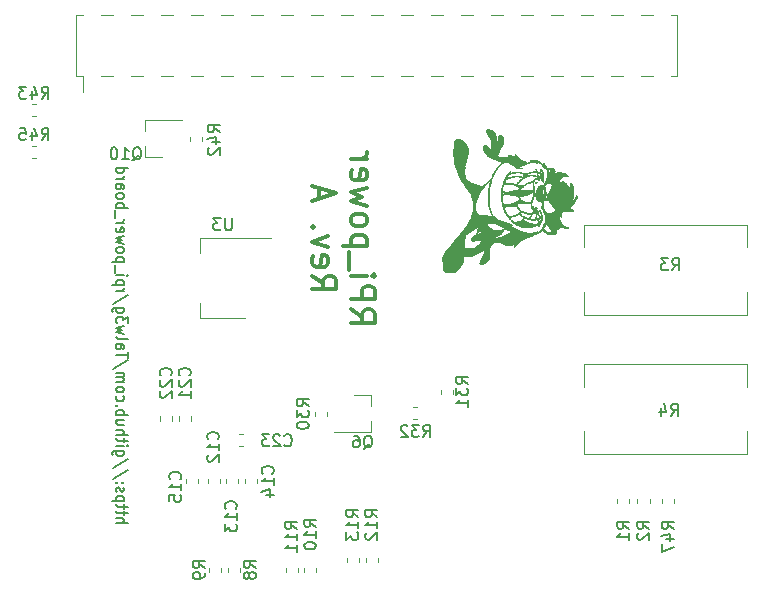
<source format=gbo>
G04 #@! TF.GenerationSoftware,KiCad,Pcbnew,(5.0.1)-3*
G04 #@! TF.CreationDate,2018-11-02T18:35:49+01:00*
G04 #@! TF.ProjectId,rpi_power,7270695F706F7765722E6B696361645F,rev?*
G04 #@! TF.SameCoordinates,Original*
G04 #@! TF.FileFunction,Legend,Bot*
G04 #@! TF.FilePolarity,Positive*
%FSLAX46Y46*%
G04 Gerber Fmt 4.6, Leading zero omitted, Abs format (unit mm)*
G04 Created by KiCad (PCBNEW (5.0.1)-3) date 02-Nov-18 18:35:49*
%MOMM*%
%LPD*%
G01*
G04 APERTURE LIST*
%ADD10C,0.200000*%
%ADD11C,0.300000*%
%ADD12C,0.120000*%
%ADD13C,0.010000*%
%ADD14C,0.150000*%
G04 APERTURE END LIST*
D10*
X126947619Y-111421428D02*
X127947619Y-111421428D01*
X126947619Y-111035714D02*
X127471428Y-111035714D01*
X127566666Y-111078571D01*
X127614285Y-111164285D01*
X127614285Y-111292857D01*
X127566666Y-111378571D01*
X127519047Y-111421428D01*
X127614285Y-110735714D02*
X127614285Y-110392857D01*
X127947619Y-110607142D02*
X127090476Y-110607142D01*
X126995238Y-110564285D01*
X126947619Y-110478571D01*
X126947619Y-110392857D01*
X127614285Y-110221428D02*
X127614285Y-109878571D01*
X127947619Y-110092857D02*
X127090476Y-110092857D01*
X126995238Y-110050000D01*
X126947619Y-109964285D01*
X126947619Y-109878571D01*
X127614285Y-109578571D02*
X126614285Y-109578571D01*
X127566666Y-109578571D02*
X127614285Y-109492857D01*
X127614285Y-109321428D01*
X127566666Y-109235714D01*
X127519047Y-109192857D01*
X127423809Y-109150000D01*
X127138095Y-109150000D01*
X127042857Y-109192857D01*
X126995238Y-109235714D01*
X126947619Y-109321428D01*
X126947619Y-109492857D01*
X126995238Y-109578571D01*
X126995238Y-108807142D02*
X126947619Y-108721428D01*
X126947619Y-108550000D01*
X126995238Y-108464285D01*
X127090476Y-108421428D01*
X127138095Y-108421428D01*
X127233333Y-108464285D01*
X127280952Y-108550000D01*
X127280952Y-108678571D01*
X127328571Y-108764285D01*
X127423809Y-108807142D01*
X127471428Y-108807142D01*
X127566666Y-108764285D01*
X127614285Y-108678571D01*
X127614285Y-108550000D01*
X127566666Y-108464285D01*
X127042857Y-108035714D02*
X126995238Y-107992857D01*
X126947619Y-108035714D01*
X126995238Y-108078571D01*
X127042857Y-108035714D01*
X126947619Y-108035714D01*
X127566666Y-108035714D02*
X127519047Y-107992857D01*
X127471428Y-108035714D01*
X127519047Y-108078571D01*
X127566666Y-108035714D01*
X127471428Y-108035714D01*
X127995238Y-106964285D02*
X126709523Y-107735714D01*
X127995238Y-106021428D02*
X126709523Y-106792857D01*
X127614285Y-105335714D02*
X126804761Y-105335714D01*
X126709523Y-105378571D01*
X126661904Y-105421428D01*
X126614285Y-105507142D01*
X126614285Y-105635714D01*
X126661904Y-105721428D01*
X126995238Y-105335714D02*
X126947619Y-105421428D01*
X126947619Y-105592857D01*
X126995238Y-105678571D01*
X127042857Y-105721428D01*
X127138095Y-105764285D01*
X127423809Y-105764285D01*
X127519047Y-105721428D01*
X127566666Y-105678571D01*
X127614285Y-105592857D01*
X127614285Y-105421428D01*
X127566666Y-105335714D01*
X126947619Y-104907142D02*
X127614285Y-104907142D01*
X127947619Y-104907142D02*
X127900000Y-104950000D01*
X127852380Y-104907142D01*
X127900000Y-104864285D01*
X127947619Y-104907142D01*
X127852380Y-104907142D01*
X127614285Y-104607142D02*
X127614285Y-104264285D01*
X127947619Y-104478571D02*
X127090476Y-104478571D01*
X126995238Y-104435714D01*
X126947619Y-104350000D01*
X126947619Y-104264285D01*
X126947619Y-103964285D02*
X127947619Y-103964285D01*
X126947619Y-103578571D02*
X127471428Y-103578571D01*
X127566666Y-103621428D01*
X127614285Y-103707142D01*
X127614285Y-103835714D01*
X127566666Y-103921428D01*
X127519047Y-103964285D01*
X127614285Y-102764285D02*
X126947619Y-102764285D01*
X127614285Y-103150000D02*
X127090476Y-103150000D01*
X126995238Y-103107142D01*
X126947619Y-103021428D01*
X126947619Y-102892857D01*
X126995238Y-102807142D01*
X127042857Y-102764285D01*
X126947619Y-102335714D02*
X127947619Y-102335714D01*
X127566666Y-102335714D02*
X127614285Y-102250000D01*
X127614285Y-102078571D01*
X127566666Y-101992857D01*
X127519047Y-101950000D01*
X127423809Y-101907142D01*
X127138095Y-101907142D01*
X127042857Y-101950000D01*
X126995238Y-101992857D01*
X126947619Y-102078571D01*
X126947619Y-102250000D01*
X126995238Y-102335714D01*
X127042857Y-101521428D02*
X126995238Y-101478571D01*
X126947619Y-101521428D01*
X126995238Y-101564285D01*
X127042857Y-101521428D01*
X126947619Y-101521428D01*
X126995238Y-100707142D02*
X126947619Y-100792857D01*
X126947619Y-100964285D01*
X126995238Y-101050000D01*
X127042857Y-101092857D01*
X127138095Y-101135714D01*
X127423809Y-101135714D01*
X127519047Y-101092857D01*
X127566666Y-101050000D01*
X127614285Y-100964285D01*
X127614285Y-100792857D01*
X127566666Y-100707142D01*
X126947619Y-100192857D02*
X126995238Y-100278571D01*
X127042857Y-100321428D01*
X127138095Y-100364285D01*
X127423809Y-100364285D01*
X127519047Y-100321428D01*
X127566666Y-100278571D01*
X127614285Y-100192857D01*
X127614285Y-100064285D01*
X127566666Y-99978571D01*
X127519047Y-99935714D01*
X127423809Y-99892857D01*
X127138095Y-99892857D01*
X127042857Y-99935714D01*
X126995238Y-99978571D01*
X126947619Y-100064285D01*
X126947619Y-100192857D01*
X126947619Y-99507142D02*
X127614285Y-99507142D01*
X127519047Y-99507142D02*
X127566666Y-99464285D01*
X127614285Y-99378571D01*
X127614285Y-99250000D01*
X127566666Y-99164285D01*
X127471428Y-99121428D01*
X126947619Y-99121428D01*
X127471428Y-99121428D02*
X127566666Y-99078571D01*
X127614285Y-98992857D01*
X127614285Y-98864285D01*
X127566666Y-98778571D01*
X127471428Y-98735714D01*
X126947619Y-98735714D01*
X127995238Y-97664285D02*
X126709523Y-98435714D01*
X127947619Y-97492857D02*
X127947619Y-96978571D01*
X126947619Y-97235714D02*
X127947619Y-97235714D01*
X126947619Y-96292857D02*
X127471428Y-96292857D01*
X127566666Y-96335714D01*
X127614285Y-96421428D01*
X127614285Y-96592857D01*
X127566666Y-96678571D01*
X126995238Y-96292857D02*
X126947619Y-96378571D01*
X126947619Y-96592857D01*
X126995238Y-96678571D01*
X127090476Y-96721428D01*
X127185714Y-96721428D01*
X127280952Y-96678571D01*
X127328571Y-96592857D01*
X127328571Y-96378571D01*
X127376190Y-96292857D01*
X126947619Y-95735714D02*
X126995238Y-95821428D01*
X127090476Y-95864285D01*
X127947619Y-95864285D01*
X127614285Y-95478571D02*
X126947619Y-95307142D01*
X127423809Y-95135714D01*
X126947619Y-94964285D01*
X127614285Y-94792857D01*
X127947619Y-94535714D02*
X127947619Y-93978571D01*
X127566666Y-94278571D01*
X127566666Y-94150000D01*
X127519047Y-94064285D01*
X127471428Y-94021428D01*
X127376190Y-93978571D01*
X127138095Y-93978571D01*
X127042857Y-94021428D01*
X126995238Y-94064285D01*
X126947619Y-94150000D01*
X126947619Y-94407142D01*
X126995238Y-94492857D01*
X127042857Y-94535714D01*
X127614285Y-93207142D02*
X126804761Y-93207142D01*
X126709523Y-93250000D01*
X126661904Y-93292857D01*
X126614285Y-93378571D01*
X126614285Y-93507142D01*
X126661904Y-93592857D01*
X126995238Y-93207142D02*
X126947619Y-93292857D01*
X126947619Y-93464285D01*
X126995238Y-93550000D01*
X127042857Y-93592857D01*
X127138095Y-93635714D01*
X127423809Y-93635714D01*
X127519047Y-93592857D01*
X127566666Y-93550000D01*
X127614285Y-93464285D01*
X127614285Y-93292857D01*
X127566666Y-93207142D01*
X127995238Y-92135714D02*
X126709523Y-92907142D01*
X126947619Y-91835714D02*
X127614285Y-91835714D01*
X127423809Y-91835714D02*
X127519047Y-91792857D01*
X127566666Y-91750000D01*
X127614285Y-91664285D01*
X127614285Y-91578571D01*
X127614285Y-91278571D02*
X126614285Y-91278571D01*
X127566666Y-91278571D02*
X127614285Y-91192857D01*
X127614285Y-91021428D01*
X127566666Y-90935714D01*
X127519047Y-90892857D01*
X127423809Y-90850000D01*
X127138095Y-90850000D01*
X127042857Y-90892857D01*
X126995238Y-90935714D01*
X126947619Y-91021428D01*
X126947619Y-91192857D01*
X126995238Y-91278571D01*
X126947619Y-90464285D02*
X127614285Y-90464285D01*
X127947619Y-90464285D02*
X127900000Y-90507142D01*
X127852380Y-90464285D01*
X127900000Y-90421428D01*
X127947619Y-90464285D01*
X127852380Y-90464285D01*
X126852380Y-90250000D02*
X126852380Y-89564285D01*
X127614285Y-89350000D02*
X126614285Y-89350000D01*
X127566666Y-89350000D02*
X127614285Y-89264285D01*
X127614285Y-89092857D01*
X127566666Y-89007142D01*
X127519047Y-88964285D01*
X127423809Y-88921428D01*
X127138095Y-88921428D01*
X127042857Y-88964285D01*
X126995238Y-89007142D01*
X126947619Y-89092857D01*
X126947619Y-89264285D01*
X126995238Y-89350000D01*
X126947619Y-88407142D02*
X126995238Y-88492857D01*
X127042857Y-88535714D01*
X127138095Y-88578571D01*
X127423809Y-88578571D01*
X127519047Y-88535714D01*
X127566666Y-88492857D01*
X127614285Y-88407142D01*
X127614285Y-88278571D01*
X127566666Y-88192857D01*
X127519047Y-88150000D01*
X127423809Y-88107142D01*
X127138095Y-88107142D01*
X127042857Y-88150000D01*
X126995238Y-88192857D01*
X126947619Y-88278571D01*
X126947619Y-88407142D01*
X127614285Y-87807142D02*
X126947619Y-87635714D01*
X127423809Y-87464285D01*
X126947619Y-87292857D01*
X127614285Y-87121428D01*
X126995238Y-86435714D02*
X126947619Y-86521428D01*
X126947619Y-86692857D01*
X126995238Y-86778571D01*
X127090476Y-86821428D01*
X127471428Y-86821428D01*
X127566666Y-86778571D01*
X127614285Y-86692857D01*
X127614285Y-86521428D01*
X127566666Y-86435714D01*
X127471428Y-86392857D01*
X127376190Y-86392857D01*
X127280952Y-86821428D01*
X126947619Y-86007142D02*
X127614285Y-86007142D01*
X127423809Y-86007142D02*
X127519047Y-85964285D01*
X127566666Y-85921428D01*
X127614285Y-85835714D01*
X127614285Y-85750000D01*
X126852380Y-85664285D02*
X126852380Y-84978571D01*
X126947619Y-84764285D02*
X127947619Y-84764285D01*
X127566666Y-84764285D02*
X127614285Y-84678571D01*
X127614285Y-84507142D01*
X127566666Y-84421428D01*
X127519047Y-84378571D01*
X127423809Y-84335714D01*
X127138095Y-84335714D01*
X127042857Y-84378571D01*
X126995238Y-84421428D01*
X126947619Y-84507142D01*
X126947619Y-84678571D01*
X126995238Y-84764285D01*
X126947619Y-83821428D02*
X126995238Y-83907142D01*
X127042857Y-83950000D01*
X127138095Y-83992857D01*
X127423809Y-83992857D01*
X127519047Y-83950000D01*
X127566666Y-83907142D01*
X127614285Y-83821428D01*
X127614285Y-83692857D01*
X127566666Y-83607142D01*
X127519047Y-83564285D01*
X127423809Y-83521428D01*
X127138095Y-83521428D01*
X127042857Y-83564285D01*
X126995238Y-83607142D01*
X126947619Y-83692857D01*
X126947619Y-83821428D01*
X126947619Y-82750000D02*
X127471428Y-82750000D01*
X127566666Y-82792857D01*
X127614285Y-82878571D01*
X127614285Y-83050000D01*
X127566666Y-83135714D01*
X126995238Y-82750000D02*
X126947619Y-82835714D01*
X126947619Y-83050000D01*
X126995238Y-83135714D01*
X127090476Y-83178571D01*
X127185714Y-83178571D01*
X127280952Y-83135714D01*
X127328571Y-83050000D01*
X127328571Y-82835714D01*
X127376190Y-82750000D01*
X126947619Y-82321428D02*
X127614285Y-82321428D01*
X127423809Y-82321428D02*
X127519047Y-82278571D01*
X127566666Y-82235714D01*
X127614285Y-82150000D01*
X127614285Y-82064285D01*
X126947619Y-81378571D02*
X127947619Y-81378571D01*
X126995238Y-81378571D02*
X126947619Y-81464285D01*
X126947619Y-81635714D01*
X126995238Y-81721428D01*
X127042857Y-81764285D01*
X127138095Y-81807142D01*
X127423809Y-81807142D01*
X127519047Y-81764285D01*
X127566666Y-81721428D01*
X127614285Y-81635714D01*
X127614285Y-81464285D01*
X127566666Y-81378571D01*
D11*
X146845238Y-93352380D02*
X147797619Y-94019047D01*
X146845238Y-94495238D02*
X148845238Y-94495238D01*
X148845238Y-93733333D01*
X148750000Y-93542857D01*
X148654761Y-93447619D01*
X148464285Y-93352380D01*
X148178571Y-93352380D01*
X147988095Y-93447619D01*
X147892857Y-93542857D01*
X147797619Y-93733333D01*
X147797619Y-94495238D01*
X146845238Y-92495238D02*
X148845238Y-92495238D01*
X148845238Y-91733333D01*
X148750000Y-91542857D01*
X148654761Y-91447619D01*
X148464285Y-91352380D01*
X148178571Y-91352380D01*
X147988095Y-91447619D01*
X147892857Y-91542857D01*
X147797619Y-91733333D01*
X147797619Y-92495238D01*
X146845238Y-90495238D02*
X148178571Y-90495238D01*
X148845238Y-90495238D02*
X148750000Y-90590476D01*
X148654761Y-90495238D01*
X148750000Y-90400000D01*
X148845238Y-90495238D01*
X148654761Y-90495238D01*
X146654761Y-90019047D02*
X146654761Y-88495238D01*
X148178571Y-88019047D02*
X146178571Y-88019047D01*
X148083333Y-88019047D02*
X148178571Y-87828571D01*
X148178571Y-87447619D01*
X148083333Y-87257142D01*
X147988095Y-87161904D01*
X147797619Y-87066666D01*
X147226190Y-87066666D01*
X147035714Y-87161904D01*
X146940476Y-87257142D01*
X146845238Y-87447619D01*
X146845238Y-87828571D01*
X146940476Y-88019047D01*
X146845238Y-85923809D02*
X146940476Y-86114285D01*
X147035714Y-86209523D01*
X147226190Y-86304761D01*
X147797619Y-86304761D01*
X147988095Y-86209523D01*
X148083333Y-86114285D01*
X148178571Y-85923809D01*
X148178571Y-85638095D01*
X148083333Y-85447619D01*
X147988095Y-85352380D01*
X147797619Y-85257142D01*
X147226190Y-85257142D01*
X147035714Y-85352380D01*
X146940476Y-85447619D01*
X146845238Y-85638095D01*
X146845238Y-85923809D01*
X148178571Y-84590476D02*
X146845238Y-84209523D01*
X147797619Y-83828571D01*
X146845238Y-83447619D01*
X148178571Y-83066666D01*
X146940476Y-81542857D02*
X146845238Y-81733333D01*
X146845238Y-82114285D01*
X146940476Y-82304761D01*
X147130952Y-82400000D01*
X147892857Y-82400000D01*
X148083333Y-82304761D01*
X148178571Y-82114285D01*
X148178571Y-81733333D01*
X148083333Y-81542857D01*
X147892857Y-81447619D01*
X147702380Y-81447619D01*
X147511904Y-82400000D01*
X146845238Y-80590476D02*
X148178571Y-80590476D01*
X147797619Y-80590476D02*
X147988095Y-80495238D01*
X148083333Y-80400000D01*
X148178571Y-80209523D01*
X148178571Y-80019047D01*
X143545238Y-90495238D02*
X144497619Y-91161904D01*
X143545238Y-91638095D02*
X145545238Y-91638095D01*
X145545238Y-90876190D01*
X145450000Y-90685714D01*
X145354761Y-90590476D01*
X145164285Y-90495238D01*
X144878571Y-90495238D01*
X144688095Y-90590476D01*
X144592857Y-90685714D01*
X144497619Y-90876190D01*
X144497619Y-91638095D01*
X143640476Y-88876190D02*
X143545238Y-89066666D01*
X143545238Y-89447619D01*
X143640476Y-89638095D01*
X143830952Y-89733333D01*
X144592857Y-89733333D01*
X144783333Y-89638095D01*
X144878571Y-89447619D01*
X144878571Y-89066666D01*
X144783333Y-88876190D01*
X144592857Y-88780952D01*
X144402380Y-88780952D01*
X144211904Y-89733333D01*
X144878571Y-88114285D02*
X143545238Y-87638095D01*
X144878571Y-87161904D01*
X143735714Y-86400000D02*
X143640476Y-86304761D01*
X143545238Y-86400000D01*
X143640476Y-86495238D01*
X143735714Y-86400000D01*
X143545238Y-86400000D01*
X144116666Y-84019047D02*
X144116666Y-83066666D01*
X143545238Y-84209523D02*
X145545238Y-83542857D01*
X143545238Y-82876190D01*
D12*
G04 #@! TO.C,J2*
X124110000Y-73600000D02*
X124110000Y-74960000D01*
X173890000Y-68400000D02*
X174460000Y-68400000D01*
X171350000Y-68400000D02*
X172370000Y-68400000D01*
X168810000Y-68400000D02*
X169830000Y-68400000D01*
X166270000Y-68400000D02*
X167290000Y-68400000D01*
X163730000Y-68400000D02*
X164750000Y-68400000D01*
X161190000Y-68400000D02*
X162210000Y-68400000D01*
X158650000Y-68400000D02*
X159670000Y-68400000D01*
X156110000Y-68400000D02*
X157130000Y-68400000D01*
X153570000Y-68400000D02*
X154590000Y-68400000D01*
X151030000Y-68400000D02*
X152050000Y-68400000D01*
X148490000Y-68400000D02*
X149510000Y-68400000D01*
X145950000Y-68400000D02*
X146970000Y-68400000D01*
X143410000Y-68400000D02*
X144430000Y-68400000D01*
X140870000Y-68400000D02*
X141890000Y-68400000D01*
X138330000Y-68400000D02*
X139350000Y-68400000D01*
X135790000Y-68400000D02*
X136810000Y-68400000D01*
X133250000Y-68400000D02*
X134270000Y-68400000D01*
X130710000Y-68400000D02*
X131730000Y-68400000D01*
X128170000Y-68400000D02*
X129190000Y-68400000D01*
X125630000Y-68400000D02*
X126650000Y-68400000D01*
X123540000Y-68400000D02*
X124110000Y-68400000D01*
X174460000Y-68400000D02*
X174460000Y-73600000D01*
X173890000Y-73600000D02*
X174460000Y-73600000D01*
X171350000Y-73600000D02*
X172370000Y-73600000D01*
X168810000Y-73600000D02*
X169830000Y-73600000D01*
X166270000Y-73600000D02*
X167290000Y-73600000D01*
X163730000Y-73600000D02*
X164750000Y-73600000D01*
X161190000Y-73600000D02*
X162210000Y-73600000D01*
X158650000Y-73600000D02*
X159670000Y-73600000D01*
X156110000Y-73600000D02*
X157130000Y-73600000D01*
X153570000Y-73600000D02*
X154590000Y-73600000D01*
X151030000Y-73600000D02*
X152050000Y-73600000D01*
X148490000Y-73600000D02*
X149510000Y-73600000D01*
X145950000Y-73600000D02*
X146970000Y-73600000D01*
X143410000Y-73600000D02*
X144430000Y-73600000D01*
X140870000Y-73600000D02*
X141890000Y-73600000D01*
X138330000Y-73600000D02*
X139350000Y-73600000D01*
X135790000Y-73600000D02*
X136810000Y-73600000D01*
X133250000Y-73600000D02*
X134270000Y-73600000D01*
X130710000Y-73600000D02*
X131730000Y-73600000D01*
X128170000Y-73600000D02*
X129190000Y-73600000D01*
X125630000Y-73600000D02*
X126650000Y-73600000D01*
X123540000Y-73600000D02*
X124110000Y-73600000D01*
X123540000Y-68400000D02*
X123540000Y-73600000D01*
G04 #@! TO.C,R4*
X180400000Y-105600000D02*
X180400000Y-103700000D01*
X180400000Y-99900000D02*
X180400000Y-98000000D01*
X166600000Y-99900000D02*
X166600000Y-98000000D01*
X166600000Y-105600000D02*
X166600000Y-103700000D01*
X166600000Y-98000000D02*
X180400000Y-98000000D01*
X166600000Y-105600000D02*
X180400000Y-105600000D01*
G04 #@! TO.C,R3*
X180400000Y-93800000D02*
X180400000Y-91900000D01*
X180400000Y-88100000D02*
X180400000Y-86200000D01*
X166600000Y-88100000D02*
X166600000Y-86200000D01*
X166600000Y-93800000D02*
X166600000Y-91900000D01*
X166600000Y-86200000D02*
X180400000Y-86200000D01*
X166600000Y-93800000D02*
X180400000Y-93800000D01*
G04 #@! TO.C,C15*
X132890000Y-108071267D02*
X132890000Y-107728733D01*
X133910000Y-108071267D02*
X133910000Y-107728733D01*
G04 #@! TO.C,C21*
X133310000Y-102428733D02*
X133310000Y-102771267D01*
X132290000Y-102428733D02*
X132290000Y-102771267D01*
G04 #@! TO.C,C22*
X131710000Y-102428733D02*
X131710000Y-102771267D01*
X130690000Y-102428733D02*
X130690000Y-102771267D01*
G04 #@! TO.C,C23*
X137671267Y-104910000D02*
X137328733Y-104910000D01*
X137671267Y-103890000D02*
X137328733Y-103890000D01*
G04 #@! TO.C,Q6*
X148560000Y-100620000D02*
X147100000Y-100620000D01*
X148560000Y-103780000D02*
X145400000Y-103780000D01*
X148560000Y-103780000D02*
X148560000Y-102850000D01*
X148560000Y-100620000D02*
X148560000Y-101550000D01*
G04 #@! TO.C,Q10*
X129376302Y-80485168D02*
X130836302Y-80485168D01*
X129376302Y-77325168D02*
X132536302Y-77325168D01*
X129376302Y-77325168D02*
X129376302Y-78255168D01*
X129376302Y-80485168D02*
X129376302Y-79555168D01*
G04 #@! TO.C,R1*
X169390000Y-109771267D02*
X169390000Y-109428733D01*
X170410000Y-109771267D02*
X170410000Y-109428733D01*
G04 #@! TO.C,R2*
X172110000Y-109428733D02*
X172110000Y-109771267D01*
X171090000Y-109428733D02*
X171090000Y-109771267D01*
G04 #@! TO.C,R8*
X136390000Y-115571267D02*
X136390000Y-115228733D01*
X137410000Y-115571267D02*
X137410000Y-115228733D01*
G04 #@! TO.C,R9*
X135810000Y-115228733D02*
X135810000Y-115571267D01*
X134790000Y-115228733D02*
X134790000Y-115571267D01*
G04 #@! TO.C,R10*
X142890000Y-115571267D02*
X142890000Y-115228733D01*
X143910000Y-115571267D02*
X143910000Y-115228733D01*
G04 #@! TO.C,R11*
X142310000Y-115228733D02*
X142310000Y-115571267D01*
X141290000Y-115228733D02*
X141290000Y-115571267D01*
G04 #@! TO.C,R12*
X148090000Y-114771267D02*
X148090000Y-114428733D01*
X149110000Y-114771267D02*
X149110000Y-114428733D01*
G04 #@! TO.C,R13*
X147510000Y-114428733D02*
X147510000Y-114771267D01*
X146490000Y-114428733D02*
X146490000Y-114771267D01*
G04 #@! TO.C,R30*
X143790000Y-102371267D02*
X143790000Y-102028733D01*
X144810000Y-102371267D02*
X144810000Y-102028733D01*
G04 #@! TO.C,R31*
X155480000Y-100153733D02*
X155480000Y-100496267D01*
X154460000Y-100153733D02*
X154460000Y-100496267D01*
G04 #@! TO.C,R32*
X152465003Y-102677131D02*
X152122469Y-102677131D01*
X152465003Y-101657131D02*
X152122469Y-101657131D01*
G04 #@! TO.C,R42*
X134246302Y-78733901D02*
X134246302Y-79076435D01*
X133226302Y-78733901D02*
X133226302Y-79076435D01*
G04 #@! TO.C,R43*
X120171267Y-77010000D02*
X119828733Y-77010000D01*
X120171267Y-75990000D02*
X119828733Y-75990000D01*
G04 #@! TO.C,R45*
X120171267Y-80510000D02*
X119828733Y-80510000D01*
X120171267Y-79490000D02*
X119828733Y-79490000D01*
G04 #@! TO.C,R47*
X173190000Y-109771267D02*
X173190000Y-109428733D01*
X174210000Y-109771267D02*
X174210000Y-109428733D01*
G04 #@! TO.C,U3*
X140100000Y-87290000D02*
X134090000Y-87290000D01*
X137850000Y-94110000D02*
X134090000Y-94110000D01*
X134090000Y-87290000D02*
X134090000Y-88550000D01*
X134090000Y-94110000D02*
X134090000Y-92850000D01*
G04 #@! TO.C,C12*
X134690000Y-108071267D02*
X134690000Y-107728733D01*
X135710000Y-108071267D02*
X135710000Y-107728733D01*
G04 #@! TO.C,C13*
X136290000Y-108071267D02*
X136290000Y-107728733D01*
X137310000Y-108071267D02*
X137310000Y-107728733D01*
G04 #@! TO.C,C14*
X137890000Y-108071267D02*
X137890000Y-107728733D01*
X138910000Y-108071267D02*
X138910000Y-107728733D01*
D13*
G04 #@! TO.C,G\002A\002A\002A*
G36*
X162769871Y-82299791D02*
X162760879Y-82281406D01*
X162746767Y-82269890D01*
X162731195Y-82266851D01*
X162717645Y-82272933D01*
X162717262Y-82273307D01*
X162709581Y-82277174D01*
X162703716Y-82273307D01*
X162690295Y-82266904D01*
X162674735Y-82269645D01*
X162660516Y-82280884D01*
X162660099Y-82281406D01*
X162650900Y-82301222D01*
X162649019Y-82324915D01*
X162654726Y-82347541D01*
X162656277Y-82350579D01*
X162671061Y-82367009D01*
X162691313Y-82376455D01*
X162710489Y-82378579D01*
X162710489Y-82322978D01*
X162706526Y-82318073D01*
X162704845Y-82306256D01*
X162704844Y-82306045D01*
X162706479Y-82294155D01*
X162710419Y-82289113D01*
X162710489Y-82289112D01*
X162714452Y-82294016D01*
X162716133Y-82305834D01*
X162716133Y-82306045D01*
X162714498Y-82317934D01*
X162710559Y-82322977D01*
X162710489Y-82322978D01*
X162710489Y-82378579D01*
X162714037Y-82378972D01*
X162736237Y-82374617D01*
X162754917Y-82363446D01*
X162765834Y-82348536D01*
X162772060Y-82324090D01*
X162769871Y-82299791D01*
X162769871Y-82299791D01*
G37*
X162769871Y-82299791D02*
X162760879Y-82281406D01*
X162746767Y-82269890D01*
X162731195Y-82266851D01*
X162717645Y-82272933D01*
X162717262Y-82273307D01*
X162709581Y-82277174D01*
X162703716Y-82273307D01*
X162690295Y-82266904D01*
X162674735Y-82269645D01*
X162660516Y-82280884D01*
X162660099Y-82281406D01*
X162650900Y-82301222D01*
X162649019Y-82324915D01*
X162654726Y-82347541D01*
X162656277Y-82350579D01*
X162671061Y-82367009D01*
X162691313Y-82376455D01*
X162710489Y-82378579D01*
X162710489Y-82322978D01*
X162706526Y-82318073D01*
X162704845Y-82306256D01*
X162704844Y-82306045D01*
X162706479Y-82294155D01*
X162710419Y-82289113D01*
X162710489Y-82289112D01*
X162714452Y-82294016D01*
X162716133Y-82305834D01*
X162716133Y-82306045D01*
X162714498Y-82317934D01*
X162710559Y-82322977D01*
X162710489Y-82322978D01*
X162710489Y-82378579D01*
X162714037Y-82378972D01*
X162736237Y-82374617D01*
X162754917Y-82363446D01*
X162765834Y-82348536D01*
X162772060Y-82324090D01*
X162769871Y-82299791D01*
G36*
X162552631Y-82567352D02*
X162548537Y-82558775D01*
X162535688Y-82544620D01*
X162519792Y-82537888D01*
X162504273Y-82539672D01*
X162498983Y-82542978D01*
X162490832Y-82546150D01*
X162487703Y-82543386D01*
X162479943Y-82539127D01*
X162467362Y-82537467D01*
X162453551Y-82540362D01*
X162442737Y-82550834D01*
X162439494Y-82555812D01*
X162429757Y-82579232D01*
X162430744Y-82601579D01*
X162439275Y-82620362D01*
X162453505Y-82638142D01*
X162470962Y-82647529D01*
X162493782Y-82650198D01*
X162493782Y-82593912D01*
X162486578Y-82589572D01*
X162485217Y-82579032D01*
X162490151Y-82566009D01*
X162490356Y-82565689D01*
X162494743Y-82560361D01*
X162495894Y-82565346D01*
X162495914Y-82566639D01*
X162498039Y-82580585D01*
X162499426Y-82584983D01*
X162498902Y-82592530D01*
X162493782Y-82593912D01*
X162493782Y-82650198D01*
X162495115Y-82650354D01*
X162496063Y-82650356D01*
X162519477Y-82645358D01*
X162538283Y-82632041D01*
X162551039Y-82612922D01*
X162556302Y-82590520D01*
X162552631Y-82567352D01*
X162552631Y-82567352D01*
G37*
X162552631Y-82567352D02*
X162548537Y-82558775D01*
X162535688Y-82544620D01*
X162519792Y-82537888D01*
X162504273Y-82539672D01*
X162498983Y-82542978D01*
X162490832Y-82546150D01*
X162487703Y-82543386D01*
X162479943Y-82539127D01*
X162467362Y-82537467D01*
X162453551Y-82540362D01*
X162442737Y-82550834D01*
X162439494Y-82555812D01*
X162429757Y-82579232D01*
X162430744Y-82601579D01*
X162439275Y-82620362D01*
X162453505Y-82638142D01*
X162470962Y-82647529D01*
X162493782Y-82650198D01*
X162493782Y-82593912D01*
X162486578Y-82589572D01*
X162485217Y-82579032D01*
X162490151Y-82566009D01*
X162490356Y-82565689D01*
X162494743Y-82560361D01*
X162495894Y-82565346D01*
X162495914Y-82566639D01*
X162498039Y-82580585D01*
X162499426Y-82584983D01*
X162498902Y-82592530D01*
X162493782Y-82593912D01*
X162493782Y-82650198D01*
X162495115Y-82650354D01*
X162496063Y-82650356D01*
X162519477Y-82645358D01*
X162538283Y-82632041D01*
X162551039Y-82612922D01*
X162556302Y-82590520D01*
X162552631Y-82567352D01*
G36*
X162539146Y-84755977D02*
X162528327Y-84740340D01*
X162517547Y-84730980D01*
X162508591Y-84729009D01*
X162496935Y-84732769D01*
X162481309Y-84736846D01*
X162468430Y-84733503D01*
X162468077Y-84733316D01*
X162451414Y-84729393D01*
X162437004Y-84736441D01*
X162425989Y-84752561D01*
X162418053Y-84776651D01*
X162419594Y-84798039D01*
X162427851Y-84815830D01*
X162443827Y-84832168D01*
X162465866Y-84842241D01*
X162482958Y-84843715D01*
X162482958Y-84787907D01*
X162477032Y-84785684D01*
X162473676Y-84775713D01*
X162475698Y-84762292D01*
X162478429Y-84756573D01*
X162482316Y-84754422D01*
X162485215Y-84762733D01*
X162485868Y-84766699D01*
X162486292Y-84781096D01*
X162482958Y-84787907D01*
X162482958Y-84843715D01*
X162489683Y-84844296D01*
X162495226Y-84843393D01*
X162509645Y-84836977D01*
X162524817Y-84825616D01*
X162527662Y-84822820D01*
X162540539Y-84802173D01*
X162544376Y-84778774D01*
X162539146Y-84755977D01*
X162539146Y-84755977D01*
G37*
X162539146Y-84755977D02*
X162528327Y-84740340D01*
X162517547Y-84730980D01*
X162508591Y-84729009D01*
X162496935Y-84732769D01*
X162481309Y-84736846D01*
X162468430Y-84733503D01*
X162468077Y-84733316D01*
X162451414Y-84729393D01*
X162437004Y-84736441D01*
X162425989Y-84752561D01*
X162418053Y-84776651D01*
X162419594Y-84798039D01*
X162427851Y-84815830D01*
X162443827Y-84832168D01*
X162465866Y-84842241D01*
X162482958Y-84843715D01*
X162482958Y-84787907D01*
X162477032Y-84785684D01*
X162473676Y-84775713D01*
X162475698Y-84762292D01*
X162478429Y-84756573D01*
X162482316Y-84754422D01*
X162485215Y-84762733D01*
X162485868Y-84766699D01*
X162486292Y-84781096D01*
X162482958Y-84787907D01*
X162482958Y-84843715D01*
X162489683Y-84844296D01*
X162495226Y-84843393D01*
X162509645Y-84836977D01*
X162524817Y-84825616D01*
X162527662Y-84822820D01*
X162540539Y-84802173D01*
X162544376Y-84778774D01*
X162539146Y-84755977D01*
G36*
X162277520Y-84617593D02*
X162263134Y-84601405D01*
X162251967Y-84594286D01*
X162243667Y-84594176D01*
X162235213Y-84598892D01*
X162224282Y-84604396D01*
X162215133Y-84602517D01*
X162209520Y-84599084D01*
X162199274Y-84593883D01*
X162190233Y-84595533D01*
X162182511Y-84600138D01*
X162165568Y-84617112D01*
X162158613Y-84638624D01*
X162161881Y-84663531D01*
X162166987Y-84676031D01*
X162182218Y-84695371D01*
X162203303Y-84706696D01*
X162219063Y-84708385D01*
X162219063Y-84651499D01*
X162217219Y-84641893D01*
X162218252Y-84631326D01*
X162220497Y-84619939D01*
X162222490Y-84615832D01*
X162222580Y-84615899D01*
X162225669Y-84623645D01*
X162227339Y-84635850D01*
X162227129Y-84646906D01*
X162225464Y-84651066D01*
X162219063Y-84651499D01*
X162219063Y-84708385D01*
X162227480Y-84709288D01*
X162251989Y-84702427D01*
X162257215Y-84699538D01*
X162274479Y-84683197D01*
X162283741Y-84662062D01*
X162284815Y-84639178D01*
X162277520Y-84617593D01*
X162277520Y-84617593D01*
G37*
X162277520Y-84617593D02*
X162263134Y-84601405D01*
X162251967Y-84594286D01*
X162243667Y-84594176D01*
X162235213Y-84598892D01*
X162224282Y-84604396D01*
X162215133Y-84602517D01*
X162209520Y-84599084D01*
X162199274Y-84593883D01*
X162190233Y-84595533D01*
X162182511Y-84600138D01*
X162165568Y-84617112D01*
X162158613Y-84638624D01*
X162161881Y-84663531D01*
X162166987Y-84676031D01*
X162182218Y-84695371D01*
X162203303Y-84706696D01*
X162219063Y-84708385D01*
X162219063Y-84651499D01*
X162217219Y-84641893D01*
X162218252Y-84631326D01*
X162220497Y-84619939D01*
X162222490Y-84615832D01*
X162222580Y-84615899D01*
X162225669Y-84623645D01*
X162227339Y-84635850D01*
X162227129Y-84646906D01*
X162225464Y-84651066D01*
X162219063Y-84651499D01*
X162219063Y-84708385D01*
X162227480Y-84709288D01*
X162251989Y-84702427D01*
X162257215Y-84699538D01*
X162274479Y-84683197D01*
X162283741Y-84662062D01*
X162284815Y-84639178D01*
X162277520Y-84617593D01*
G36*
X163099224Y-82062750D02*
X163098631Y-82018874D01*
X163097609Y-81978443D01*
X163096160Y-81943562D01*
X163094282Y-81916334D01*
X163093741Y-81910934D01*
X163081741Y-81829518D01*
X163064317Y-81754097D01*
X163041833Y-81685647D01*
X163014654Y-81625146D01*
X162983143Y-81573568D01*
X162955390Y-81539735D01*
X162919408Y-81501712D01*
X162964524Y-81634354D01*
X162983639Y-81692078D01*
X162999993Y-81744597D01*
X163013306Y-81790879D01*
X163023297Y-81829892D01*
X163029687Y-81860604D01*
X163032195Y-81881983D01*
X163032222Y-81883776D01*
X163030979Y-81888303D01*
X163026437Y-81887345D01*
X163017372Y-81880040D01*
X163002565Y-81865523D01*
X162994122Y-81856843D01*
X162971598Y-81835592D01*
X162945626Y-81814228D01*
X162920947Y-81796585D01*
X162915100Y-81792944D01*
X162874178Y-81768528D01*
X162874068Y-81719786D01*
X162872097Y-81668000D01*
X162866727Y-81616897D01*
X162858423Y-81569409D01*
X162847653Y-81528471D01*
X162840583Y-81509176D01*
X162828503Y-81481365D01*
X162819907Y-81463829D01*
X162814859Y-81456672D01*
X162813426Y-81459998D01*
X162814468Y-81467845D01*
X162819945Y-81500569D01*
X162825243Y-81536703D01*
X162830203Y-81574618D01*
X162834666Y-81612681D01*
X162838473Y-81649261D01*
X162841465Y-81682729D01*
X162843482Y-81711452D01*
X162844366Y-81733799D01*
X162843959Y-81748140D01*
X162842249Y-81752863D01*
X162835072Y-81750927D01*
X162820264Y-81745809D01*
X162800678Y-81738510D01*
X162795156Y-81736378D01*
X162760914Y-81724430D01*
X162719458Y-81712083D01*
X162674766Y-81700397D01*
X162630818Y-81690433D01*
X162602538Y-81685036D01*
X162565142Y-81678598D01*
X162532322Y-81604827D01*
X162501534Y-81541323D01*
X162469696Y-81486604D01*
X162438314Y-81442878D01*
X162430964Y-81434566D01*
X162429314Y-81435165D01*
X162430721Y-81439623D01*
X162434640Y-81450133D01*
X162441219Y-81467794D01*
X162449179Y-81489175D01*
X162450956Y-81493949D01*
X162459807Y-81516509D01*
X162471811Y-81545444D01*
X162485343Y-81576902D01*
X162497818Y-81604926D01*
X162528663Y-81672865D01*
X162443095Y-81669741D01*
X162338222Y-81670150D01*
X162232800Y-81679180D01*
X162125810Y-81697046D01*
X162016230Y-81723962D01*
X161903041Y-81760144D01*
X161785223Y-81805805D01*
X161773511Y-81810747D01*
X161743966Y-81823122D01*
X161709410Y-81837328D01*
X161675357Y-81851108D01*
X161659943Y-81857251D01*
X161599996Y-81880975D01*
X161538587Y-81855975D01*
X161474411Y-81831137D01*
X161404905Y-81806525D01*
X161332552Y-81782880D01*
X161259835Y-81760944D01*
X161189237Y-81741458D01*
X161123243Y-81725163D01*
X161064334Y-81712801D01*
X161051022Y-81710414D01*
X160975783Y-81699991D01*
X160900947Y-81694961D01*
X160824565Y-81695418D01*
X160744687Y-81701453D01*
X160659365Y-81713156D01*
X160566650Y-81730620D01*
X160551489Y-81733849D01*
X160504171Y-81744911D01*
X160450085Y-81758945D01*
X160393002Y-81774878D01*
X160336695Y-81791637D01*
X160284934Y-81808150D01*
X160258228Y-81817281D01*
X160234962Y-81825222D01*
X160215944Y-81831203D01*
X160203470Y-81834532D01*
X160199777Y-81834859D01*
X160201182Y-81830614D01*
X160208055Y-81819993D01*
X160220746Y-81802529D01*
X160239602Y-81777755D01*
X160264973Y-81745203D01*
X160295917Y-81706033D01*
X160314701Y-81681923D01*
X160327312Y-81664316D01*
X160334920Y-81651142D01*
X160338696Y-81640330D01*
X160339812Y-81629810D01*
X160339822Y-81628422D01*
X160338865Y-81613832D01*
X160334468Y-81607494D01*
X160324340Y-81608345D01*
X160309014Y-81614138D01*
X160297843Y-81622067D01*
X160281316Y-81638237D01*
X160260333Y-81661493D01*
X160235794Y-81690680D01*
X160208599Y-81724644D01*
X160179648Y-81762228D01*
X160149842Y-81802277D01*
X160120081Y-81843637D01*
X160091265Y-81885152D01*
X160064293Y-81925667D01*
X160055055Y-81940027D01*
X159958425Y-82099346D01*
X159871076Y-82259087D01*
X159793268Y-82418644D01*
X159725260Y-82577412D01*
X159667313Y-82734789D01*
X159619686Y-82890167D01*
X159583749Y-83037665D01*
X159573997Y-83085559D01*
X159565688Y-83130880D01*
X159558650Y-83175308D01*
X159552711Y-83220527D01*
X159547700Y-83268216D01*
X159543445Y-83320059D01*
X159539775Y-83377736D01*
X159536517Y-83442930D01*
X159533501Y-83517322D01*
X159532784Y-83537004D01*
X159534716Y-83542649D01*
X159535382Y-83548688D01*
X159536223Y-83564531D01*
X159537185Y-83588692D01*
X159538214Y-83619688D01*
X159539258Y-83656035D01*
X159540263Y-83696248D01*
X159540290Y-83697400D01*
X159547203Y-83868784D01*
X159560038Y-84032796D01*
X159577434Y-84177637D01*
X159577434Y-83674823D01*
X159580604Y-83570400D01*
X159582270Y-83527248D01*
X159584727Y-83478623D01*
X159587693Y-83429395D01*
X159590890Y-83384434D01*
X159592302Y-83367200D01*
X159595173Y-83334522D01*
X159597823Y-83305417D01*
X159600063Y-83281893D01*
X159601702Y-83265958D01*
X159602466Y-83259956D01*
X159605341Y-83260135D01*
X159611276Y-83268827D01*
X159618687Y-83283521D01*
X159650570Y-83340309D01*
X159693066Y-83394165D01*
X159716876Y-83418579D01*
X159758487Y-83455232D01*
X159798140Y-83482686D01*
X159838067Y-83502225D01*
X159880502Y-83515134D01*
X159887325Y-83516599D01*
X159919311Y-83523128D01*
X159871333Y-83527010D01*
X159800874Y-83536453D01*
X159739011Y-83552816D01*
X159685244Y-83576331D01*
X159639073Y-83607231D01*
X159600000Y-83645747D01*
X159590292Y-83657889D01*
X159577434Y-83674823D01*
X159577434Y-84177637D01*
X159579145Y-84191883D01*
X159604873Y-84348490D01*
X159637573Y-84505064D01*
X159677595Y-84664052D01*
X159679509Y-84671067D01*
X159692625Y-84718671D01*
X159703587Y-84757481D01*
X159713106Y-84789625D01*
X159721889Y-84817228D01*
X159728589Y-84836495D01*
X159728589Y-84670934D01*
X159727607Y-84669540D01*
X159721498Y-84649676D01*
X159715790Y-84630197D01*
X159709824Y-84608682D01*
X159702938Y-84582708D01*
X159694473Y-84549851D01*
X159687429Y-84522153D01*
X159679460Y-84490346D01*
X159672549Y-84462063D01*
X159667153Y-84439232D01*
X159663730Y-84423781D01*
X159662714Y-84417912D01*
X159666335Y-84417724D01*
X159676136Y-84424073D01*
X159690182Y-84435650D01*
X159693825Y-84438929D01*
X159736965Y-84470877D01*
X159788747Y-84495907D01*
X159848794Y-84513890D01*
X159916727Y-84524696D01*
X159949953Y-84527192D01*
X159951157Y-84527266D01*
X159951157Y-84470919D01*
X159892236Y-84463676D01*
X159829208Y-84449499D01*
X159764068Y-84428854D01*
X159698813Y-84402206D01*
X159687013Y-84396715D01*
X159646300Y-84377395D01*
X159649474Y-84297042D01*
X159650160Y-84278986D01*
X159650627Y-84262804D01*
X159650789Y-84247356D01*
X159650555Y-84231501D01*
X159649838Y-84214100D01*
X159648549Y-84194011D01*
X159646600Y-84170094D01*
X159643902Y-84141209D01*
X159640366Y-84106216D01*
X159635905Y-84063974D01*
X159630430Y-84013342D01*
X159623852Y-83953180D01*
X159620252Y-83920356D01*
X159615343Y-83862011D01*
X159614056Y-83810458D01*
X159616350Y-83766765D01*
X159622183Y-83732002D01*
X159628321Y-83713616D01*
X159649552Y-83677372D01*
X159678771Y-83647259D01*
X159716361Y-83623101D01*
X159762701Y-83604722D01*
X159818171Y-83591944D01*
X159883152Y-83584591D01*
X159908925Y-83583239D01*
X159941357Y-83582709D01*
X159941357Y-83466008D01*
X159895061Y-83460404D01*
X159851531Y-83445576D01*
X159809612Y-83421352D01*
X159768148Y-83387560D01*
X159756880Y-83376772D01*
X159722723Y-83342555D01*
X159690974Y-83309722D01*
X159662507Y-83279261D01*
X159638195Y-83252159D01*
X159618913Y-83229404D01*
X159605535Y-83211982D01*
X159598934Y-83200882D01*
X159598494Y-83197867D01*
X159601749Y-83188921D01*
X159607692Y-83172335D01*
X159615248Y-83151116D01*
X159618369Y-83142320D01*
X159625001Y-83121502D01*
X159633241Y-83092389D01*
X159642366Y-83057731D01*
X159651648Y-83020279D01*
X159659794Y-82985320D01*
X159673633Y-82926267D01*
X159686573Y-82877337D01*
X159699270Y-82837468D01*
X159712382Y-82805602D01*
X159725513Y-82782526D01*
X159725513Y-82697295D01*
X159724578Y-82696303D01*
X159726373Y-82689376D01*
X159731294Y-82673933D01*
X159738643Y-82652081D01*
X159747722Y-82625924D01*
X159750316Y-82618577D01*
X159763162Y-82583263D01*
X159773016Y-82558387D01*
X159780075Y-82543559D01*
X159784537Y-82538387D01*
X159786598Y-82542480D01*
X159786791Y-82546216D01*
X159790855Y-82564917D01*
X159801501Y-82587946D01*
X159816934Y-82612066D01*
X159835357Y-82634040D01*
X159835737Y-82634428D01*
X159861643Y-82660834D01*
X159839677Y-82664359D01*
X159797753Y-82672501D01*
X159765146Y-82682126D01*
X159746397Y-82690254D01*
X159733297Y-82695912D01*
X159725513Y-82697295D01*
X159725513Y-82782526D01*
X159726564Y-82780678D01*
X159742474Y-82761638D01*
X159760769Y-82747422D01*
X159782104Y-82736969D01*
X159807137Y-82729221D01*
X159820376Y-82726210D01*
X159868176Y-82718592D01*
X159924897Y-82713517D01*
X159988463Y-82710971D01*
X160056799Y-82710943D01*
X160127827Y-82713422D01*
X160199473Y-82718395D01*
X160269662Y-82725850D01*
X160292580Y-82728914D01*
X160373770Y-82742065D01*
X160457108Y-82758712D01*
X160540543Y-82778283D01*
X160622022Y-82800205D01*
X160699495Y-82823907D01*
X160770910Y-82848817D01*
X160807259Y-82863484D01*
X160807259Y-82785823D01*
X160800594Y-82784183D01*
X160785225Y-82779677D01*
X160763183Y-82772920D01*
X160736501Y-82764529D01*
X160725176Y-82760915D01*
X160619979Y-82729364D01*
X160518819Y-82703330D01*
X160423444Y-82683225D01*
X160345311Y-82670718D01*
X160287073Y-82664100D01*
X160224164Y-82658919D01*
X160158973Y-82655235D01*
X160093888Y-82653110D01*
X160031297Y-82652602D01*
X159973588Y-82653773D01*
X159923150Y-82656683D01*
X159896591Y-82659385D01*
X159868226Y-82662917D01*
X159855967Y-82627003D01*
X159847669Y-82602206D01*
X159842496Y-82584292D01*
X159839822Y-82569492D01*
X159839026Y-82554040D01*
X159839483Y-82534169D01*
X159839695Y-82528692D01*
X159844162Y-82491403D01*
X159855056Y-82458843D01*
X159855379Y-82458136D01*
X159867940Y-82437238D01*
X159867940Y-82343265D01*
X159867015Y-82340482D01*
X159868636Y-82334267D01*
X159873379Y-82322293D01*
X159881818Y-82304290D01*
X159892155Y-82284087D01*
X159892486Y-82283467D01*
X159902887Y-82264447D01*
X159917187Y-82238858D01*
X159933597Y-82209878D01*
X159950325Y-82180688D01*
X159952351Y-82177180D01*
X159992581Y-82107581D01*
X159996818Y-82127974D01*
X160005223Y-82155149D01*
X160019370Y-82178438D01*
X160041580Y-82201562D01*
X160044094Y-82203799D01*
X160056410Y-82215651D01*
X160062913Y-82224019D01*
X160062329Y-82227023D01*
X160052671Y-82229608D01*
X160035734Y-82236532D01*
X160014050Y-82246551D01*
X159990151Y-82258420D01*
X159966569Y-82270894D01*
X159945835Y-82282728D01*
X159934500Y-82289878D01*
X159914355Y-82304545D01*
X159893910Y-82321155D01*
X159886222Y-82328020D01*
X159873818Y-82339297D01*
X159867940Y-82343265D01*
X159867940Y-82437238D01*
X159877343Y-82421594D01*
X159908689Y-82385614D01*
X159947558Y-82351798D01*
X159992091Y-82321747D01*
X160040430Y-82297063D01*
X160044140Y-82295480D01*
X160083402Y-82279940D01*
X160089439Y-82277750D01*
X160089439Y-82227023D01*
X160084329Y-82222511D01*
X160076076Y-82211082D01*
X160066630Y-82195897D01*
X160057935Y-82180116D01*
X160051940Y-82166899D01*
X160051350Y-82165198D01*
X160047470Y-82139582D01*
X160049525Y-82108740D01*
X160056990Y-82076701D01*
X160065785Y-82054388D01*
X160081277Y-82029232D01*
X160104414Y-82000668D01*
X160133013Y-81970842D01*
X160164890Y-81941900D01*
X160197862Y-81915985D01*
X160224832Y-81898112D01*
X160242092Y-81888248D01*
X160258747Y-81879981D01*
X160276932Y-81872557D01*
X160298781Y-81865220D01*
X160326429Y-81857215D01*
X160362011Y-81847789D01*
X160380708Y-81843002D01*
X160461140Y-81823105D01*
X160533102Y-81806582D01*
X160598757Y-81793025D01*
X160660274Y-81782028D01*
X160719817Y-81773184D01*
X160779552Y-81766087D01*
X160802667Y-81763772D01*
X160845641Y-81760908D01*
X160893442Y-81759803D01*
X160942987Y-81760360D01*
X160991192Y-81762486D01*
X161034975Y-81766084D01*
X161071255Y-81771061D01*
X161077476Y-81772241D01*
X161101946Y-81777809D01*
X161132987Y-81785873D01*
X161169276Y-81796001D01*
X161209489Y-81807765D01*
X161252303Y-81820735D01*
X161296393Y-81834481D01*
X161340436Y-81848572D01*
X161383108Y-81862580D01*
X161423085Y-81876074D01*
X161459043Y-81888625D01*
X161489659Y-81899802D01*
X161513608Y-81909177D01*
X161529567Y-81916319D01*
X161536212Y-81920798D01*
X161536324Y-81921217D01*
X161532041Y-81926437D01*
X161521289Y-81935389D01*
X161514082Y-81940692D01*
X161492495Y-81957435D01*
X161468648Y-81978311D01*
X161444625Y-82001225D01*
X161422511Y-82024082D01*
X161404391Y-82044787D01*
X161392348Y-82061243D01*
X161390092Y-82065323D01*
X161382307Y-82087191D01*
X161378795Y-82113569D01*
X161378400Y-82129544D01*
X161378400Y-82169613D01*
X161323439Y-82138048D01*
X161274127Y-82111336D01*
X161226810Y-82088790D01*
X161183513Y-82071278D01*
X161146258Y-82059668D01*
X161134777Y-82057112D01*
X161116043Y-82054805D01*
X161086046Y-82052934D01*
X161044806Y-82051500D01*
X160992341Y-82050504D01*
X160928669Y-82049946D01*
X160895800Y-82049837D01*
X160831766Y-82049840D01*
X160777152Y-82050268D01*
X160730089Y-82051360D01*
X160688709Y-82053358D01*
X160651145Y-82056503D01*
X160615528Y-82061036D01*
X160579990Y-82067198D01*
X160542664Y-82075231D01*
X160501681Y-82085374D01*
X160455174Y-82097869D01*
X160401274Y-82112957D01*
X160396821Y-82114217D01*
X160336820Y-82131425D01*
X160286476Y-82146403D01*
X160244482Y-82159608D01*
X160209531Y-82171498D01*
X160180316Y-82182530D01*
X160155529Y-82193163D01*
X160133864Y-82203853D01*
X160121824Y-82210483D01*
X160105781Y-82219350D01*
X160093876Y-82225353D01*
X160089439Y-82227023D01*
X160089439Y-82277750D01*
X160131673Y-82262424D01*
X160186970Y-82243536D01*
X160247310Y-82223881D01*
X160310713Y-82204063D01*
X160375197Y-82184689D01*
X160438779Y-82166361D01*
X160499478Y-82149686D01*
X160555312Y-82135267D01*
X160604298Y-82123710D01*
X160613701Y-82121667D01*
X160635390Y-82117126D01*
X160654134Y-82113567D01*
X160671724Y-82110876D01*
X160689948Y-82108937D01*
X160710599Y-82107636D01*
X160735464Y-82106860D01*
X160766336Y-82106493D01*
X160805004Y-82106421D01*
X160850644Y-82106522D01*
X160925944Y-82107346D01*
X160991086Y-82109397D01*
X161047143Y-82112766D01*
X161095188Y-82117544D01*
X161136296Y-82123819D01*
X161171540Y-82131684D01*
X161180844Y-82134283D01*
X161201807Y-82141761D01*
X161227550Y-82152909D01*
X161255437Y-82166356D01*
X161282835Y-82180732D01*
X161307108Y-82194668D01*
X161325622Y-82206792D01*
X161334394Y-82214136D01*
X161342541Y-82223842D01*
X161343047Y-82229279D01*
X161338039Y-82233031D01*
X161327050Y-82240025D01*
X161308927Y-82252493D01*
X161285529Y-82269080D01*
X161258714Y-82288432D01*
X161230339Y-82309197D01*
X161202262Y-82330021D01*
X161176342Y-82349550D01*
X161154436Y-82366432D01*
X161148711Y-82370947D01*
X161084957Y-82425124D01*
X161026403Y-82482583D01*
X160971626Y-82545025D01*
X160919206Y-82614150D01*
X160867720Y-82691661D01*
X160833862Y-82747723D01*
X160822850Y-82765690D01*
X160813649Y-82779095D01*
X160807915Y-82785565D01*
X160807259Y-82785823D01*
X160807259Y-82863484D01*
X160834216Y-82874363D01*
X160864756Y-82888439D01*
X160895011Y-82903518D01*
X160917898Y-82916149D01*
X160936398Y-82928391D01*
X160947751Y-82937630D01*
X160947751Y-82866761D01*
X160921775Y-82853330D01*
X160904039Y-82843904D01*
X160888638Y-82835294D01*
X160883474Y-82832212D01*
X160871148Y-82824525D01*
X160882200Y-82798741D01*
X160890094Y-82782759D01*
X160902285Y-82760865D01*
X160916796Y-82736531D01*
X160925571Y-82722549D01*
X160958744Y-82672245D01*
X160989256Y-82629393D01*
X161019279Y-82591245D01*
X161050989Y-82555051D01*
X161086557Y-82518064D01*
X161090013Y-82514611D01*
X161190265Y-82422119D01*
X161300620Y-82334290D01*
X161420820Y-82251305D01*
X161434844Y-82242882D01*
X161434844Y-82141467D01*
X161434844Y-82124182D01*
X161439566Y-82105684D01*
X161453285Y-82082783D01*
X161455671Y-82079588D01*
X161486022Y-82046261D01*
X161526356Y-82012078D01*
X161575453Y-81977577D01*
X161632095Y-81943294D01*
X161695060Y-81909765D01*
X161763130Y-81877529D01*
X161835085Y-81847120D01*
X161909706Y-81819077D01*
X161985772Y-81793935D01*
X162062064Y-81772232D01*
X162137362Y-81754505D01*
X162210448Y-81741290D01*
X162230909Y-81738397D01*
X162258383Y-81735625D01*
X162292048Y-81733558D01*
X162329939Y-81732183D01*
X162370090Y-81731488D01*
X162410534Y-81731459D01*
X162449308Y-81732085D01*
X162484443Y-81733351D01*
X162513975Y-81735244D01*
X162535939Y-81737753D01*
X162547480Y-81740474D01*
X162555537Y-81745243D01*
X162561798Y-81753676D01*
X162567584Y-81768276D01*
X162573962Y-81790572D01*
X162580669Y-81817297D01*
X162587087Y-81845190D01*
X162591845Y-81868284D01*
X162591904Y-81868600D01*
X162594042Y-81883980D01*
X162596206Y-81906058D01*
X162598284Y-81932690D01*
X162600166Y-81961736D01*
X162601740Y-81991053D01*
X162602898Y-82018499D01*
X162603527Y-82041931D01*
X162603518Y-82059208D01*
X162602759Y-82068187D01*
X162602252Y-82068978D01*
X162596059Y-82066991D01*
X162582361Y-82061770D01*
X162564071Y-82054428D01*
X162563295Y-82054110D01*
X162503642Y-82032734D01*
X162432841Y-82012963D01*
X162350921Y-81994805D01*
X162257908Y-81978264D01*
X162236356Y-81974904D01*
X162189187Y-81969414D01*
X162134833Y-81965899D01*
X162076314Y-81964337D01*
X162016646Y-81964707D01*
X161958850Y-81966986D01*
X161905944Y-81971152D01*
X161860946Y-81977182D01*
X161858178Y-81977672D01*
X161750899Y-82001183D01*
X161652717Y-82031365D01*
X161563635Y-82068216D01*
X161489038Y-82108425D01*
X161434844Y-82141467D01*
X161434844Y-82242882D01*
X161550606Y-82173349D01*
X161640392Y-82125252D01*
X161696111Y-82097404D01*
X161744492Y-82074998D01*
X161787723Y-82057417D01*
X161827990Y-82044043D01*
X161867481Y-82034261D01*
X161908382Y-82027451D01*
X161952881Y-82022997D01*
X162003165Y-82020282D01*
X162013596Y-82019910D01*
X162063737Y-82019016D01*
X162110754Y-82019660D01*
X162151433Y-82021771D01*
X162168819Y-82023403D01*
X162250564Y-82035363D01*
X162337493Y-82052958D01*
X162425623Y-82075235D01*
X162510970Y-82101240D01*
X162548211Y-82114196D01*
X162571458Y-82122898D01*
X162586009Y-82129371D01*
X162593875Y-82134968D01*
X162597064Y-82141042D01*
X162597600Y-82147423D01*
X162596833Y-82153768D01*
X162593514Y-82159573D01*
X162586120Y-82165897D01*
X162573125Y-82173797D01*
X162553005Y-82184333D01*
X162524235Y-82198561D01*
X162523131Y-82199100D01*
X162463762Y-82229440D01*
X162414012Y-82258127D01*
X162372583Y-82286383D01*
X162338175Y-82315427D01*
X162309491Y-82346479D01*
X162285233Y-82380759D01*
X162264100Y-82419487D01*
X162246884Y-82458652D01*
X162239658Y-82475911D01*
X162233795Y-82488719D01*
X162231174Y-82493406D01*
X162224331Y-82496146D01*
X162209438Y-82499651D01*
X162189634Y-82503189D01*
X162188378Y-82503383D01*
X162149998Y-82510169D01*
X162104466Y-82519679D01*
X162054195Y-82531283D01*
X162001596Y-82544351D01*
X161949080Y-82558252D01*
X161899058Y-82572358D01*
X161853942Y-82586038D01*
X161816144Y-82598663D01*
X161798810Y-82605139D01*
X161739560Y-82631135D01*
X161679180Y-82662964D01*
X161616224Y-82701498D01*
X161549248Y-82747609D01*
X161492043Y-82790353D01*
X161416524Y-82848506D01*
X161379118Y-82838447D01*
X161342028Y-82831561D01*
X161295892Y-82828067D01*
X161242405Y-82827890D01*
X161183265Y-82830954D01*
X161120167Y-82837186D01*
X161054810Y-82846510D01*
X161009264Y-82854711D01*
X160947751Y-82866761D01*
X160947751Y-82937630D01*
X160953492Y-82942302D01*
X160972160Y-82959942D01*
X160980820Y-82968587D01*
X161011998Y-83002782D01*
X161034055Y-83033882D01*
X161048041Y-83063697D01*
X161055004Y-83094037D01*
X161055374Y-83097372D01*
X161056149Y-83124672D01*
X161051322Y-83145827D01*
X161039769Y-83165054D01*
X161036159Y-83169509D01*
X161013581Y-83189492D01*
X160981123Y-83207383D01*
X160938564Y-83223242D01*
X160885683Y-83237130D01*
X160822260Y-83249107D01*
X160748072Y-83259233D01*
X160684133Y-83265748D01*
X160624938Y-83272041D01*
X160572041Y-83280077D01*
X160520487Y-83290753D01*
X160465317Y-83304966D01*
X160461594Y-83306003D01*
X160431014Y-83315126D01*
X160392032Y-83327634D01*
X160346758Y-83342790D01*
X160297300Y-83359859D01*
X160245767Y-83378107D01*
X160194268Y-83396796D01*
X160144913Y-83415192D01*
X160108400Y-83429199D01*
X160046871Y-83450233D01*
X159991575Y-83462560D01*
X159941357Y-83466008D01*
X159941357Y-83582709D01*
X159961594Y-83582378D01*
X160010360Y-83584338D01*
X160058547Y-83589508D01*
X160109479Y-83598279D01*
X160166480Y-83611039D01*
X160184600Y-83615536D01*
X160223415Y-83624800D01*
X160266454Y-83633989D01*
X160314746Y-83643278D01*
X160369324Y-83652842D01*
X160431219Y-83662855D01*
X160501463Y-83673493D01*
X160581088Y-83684929D01*
X160651914Y-83694728D01*
X160696338Y-83701004D01*
X160738986Y-83707432D01*
X160778049Y-83713707D01*
X160811717Y-83719527D01*
X160838179Y-83724589D01*
X160855626Y-83728588D01*
X160857937Y-83729253D01*
X160911022Y-83749851D01*
X160955864Y-83776316D01*
X160991977Y-83808018D01*
X161018880Y-83844322D01*
X161036089Y-83884597D01*
X161043120Y-83928209D01*
X161040588Y-83968334D01*
X161028807Y-84017184D01*
X161010742Y-84059406D01*
X160988349Y-84091836D01*
X160961526Y-84117287D01*
X160924775Y-84144541D01*
X160879230Y-84173163D01*
X160826028Y-84202715D01*
X160766303Y-84232761D01*
X160701192Y-84262862D01*
X160631830Y-84292582D01*
X160559352Y-84321484D01*
X160484894Y-84349130D01*
X160409591Y-84375084D01*
X160334579Y-84398909D01*
X160260993Y-84420167D01*
X160189968Y-84438421D01*
X160122641Y-84453234D01*
X160060147Y-84464170D01*
X160003978Y-84470761D01*
X159951157Y-84470919D01*
X159951157Y-84527266D01*
X159974718Y-84528718D01*
X159995279Y-84530463D01*
X160009015Y-84532177D01*
X160013166Y-84533224D01*
X160017889Y-84538396D01*
X160015184Y-84544107D01*
X160004247Y-84550791D01*
X159984271Y-84558885D01*
X159954451Y-84568822D01*
X159937555Y-84574025D01*
X159884523Y-84591399D01*
X159837476Y-84609473D01*
X159797764Y-84627639D01*
X159766735Y-84645289D01*
X159748345Y-84659294D01*
X159735712Y-84669253D01*
X159728589Y-84670934D01*
X159728589Y-84836495D01*
X159730648Y-84842417D01*
X159740090Y-84867319D01*
X159750926Y-84894059D01*
X159763864Y-84924766D01*
X159765083Y-84927625D01*
X159825510Y-85062380D01*
X159887963Y-85187538D01*
X159953449Y-85304748D01*
X160022974Y-85415655D01*
X160097544Y-85521908D01*
X160178164Y-85625152D01*
X160216695Y-85670861D01*
X160216695Y-85586995D01*
X160208453Y-85580825D01*
X160197445Y-85570536D01*
X160185839Y-85558773D01*
X160170797Y-85542634D01*
X160153938Y-85523972D01*
X160136881Y-85504640D01*
X160121244Y-85486490D01*
X160108648Y-85471375D01*
X160100711Y-85461148D01*
X160098833Y-85457686D01*
X160104100Y-85459410D01*
X160116972Y-85465127D01*
X160134983Y-85473726D01*
X160141033Y-85476708D01*
X160161105Y-85486191D01*
X160177819Y-85492370D01*
X160194986Y-85496122D01*
X160216420Y-85498325D01*
X160240571Y-85499623D01*
X160263087Y-85500624D01*
X160263087Y-85443991D01*
X160228275Y-85443254D01*
X160198887Y-85438715D01*
X160173068Y-85429963D01*
X160148962Y-85416585D01*
X160124712Y-85398171D01*
X160104229Y-85379787D01*
X160068451Y-85342909D01*
X160033080Y-85299761D01*
X159997488Y-85249396D01*
X159961047Y-85190867D01*
X159923130Y-85123230D01*
X159884954Y-85049245D01*
X159860655Y-84999486D01*
X159837945Y-84950993D01*
X159817290Y-84904917D01*
X159799159Y-84862411D01*
X159784020Y-84824627D01*
X159772340Y-84792717D01*
X159764589Y-84767835D01*
X159761232Y-84751131D01*
X159761562Y-84745394D01*
X159763928Y-84735269D01*
X159764089Y-84733127D01*
X159768759Y-84722471D01*
X159781269Y-84708721D01*
X159799373Y-84693849D01*
X159820821Y-84679829D01*
X159831382Y-84674111D01*
X159855860Y-84663240D01*
X159888820Y-84650678D01*
X159927730Y-84637205D01*
X159970058Y-84623603D01*
X160013271Y-84610652D01*
X160054838Y-84599132D01*
X160092225Y-84589823D01*
X160122900Y-84583507D01*
X160128128Y-84582653D01*
X160145322Y-84580295D01*
X160163470Y-84578490D01*
X160183996Y-84577215D01*
X160208321Y-84576446D01*
X160237868Y-84576158D01*
X160274059Y-84576327D01*
X160318318Y-84576930D01*
X160372066Y-84577942D01*
X160387800Y-84578270D01*
X160470886Y-84579955D01*
X160543314Y-84581259D01*
X160605708Y-84582186D01*
X160658693Y-84582737D01*
X160702892Y-84582915D01*
X160738929Y-84582721D01*
X160767430Y-84582158D01*
X160789018Y-84581228D01*
X160804318Y-84579933D01*
X160806264Y-84579686D01*
X160835260Y-84575794D01*
X160845190Y-84602264D01*
X160859873Y-84637350D01*
X160878344Y-84673694D01*
X160901913Y-84713683D01*
X160930243Y-84757257D01*
X160950703Y-84786806D01*
X160970269Y-84812827D01*
X160990520Y-84836972D01*
X161013035Y-84860894D01*
X161039390Y-84886244D01*
X161071164Y-84914676D01*
X161109934Y-84947842D01*
X161121578Y-84957631D01*
X161147741Y-84979688D01*
X161170783Y-84999340D01*
X161189356Y-85015420D01*
X161202110Y-85026758D01*
X161207699Y-85032186D01*
X161207825Y-85032387D01*
X161204665Y-85037904D01*
X161194441Y-85049442D01*
X161178616Y-85065623D01*
X161158657Y-85085074D01*
X161136028Y-85106418D01*
X161112193Y-85128280D01*
X161088616Y-85149285D01*
X161066764Y-85168056D01*
X161048100Y-85183219D01*
X161043372Y-85186835D01*
X161002911Y-85215869D01*
X160959201Y-85244959D01*
X160915780Y-85271857D01*
X160876186Y-85294317D01*
X160864756Y-85300274D01*
X160825064Y-85318175D01*
X160776097Y-85336640D01*
X160719814Y-85355147D01*
X160658177Y-85373173D01*
X160593144Y-85390196D01*
X160526678Y-85405694D01*
X160460739Y-85419144D01*
X160397286Y-85430023D01*
X160356410Y-85435706D01*
X160305180Y-85441338D01*
X160263087Y-85443991D01*
X160263087Y-85500624D01*
X160299195Y-85502231D01*
X160263313Y-85535797D01*
X160246513Y-85552409D01*
X160232972Y-85567464D01*
X160224906Y-85578438D01*
X160223792Y-85580828D01*
X160221062Y-85586704D01*
X160216695Y-85586995D01*
X160216695Y-85670861D01*
X160225598Y-85681423D01*
X160286581Y-85749119D01*
X160353129Y-85817917D01*
X160423444Y-85886196D01*
X160495728Y-85952337D01*
X160568183Y-86014719D01*
X160619222Y-86055796D01*
X160619222Y-85958621D01*
X160520779Y-85879424D01*
X160464229Y-85833182D01*
X160414040Y-85790606D01*
X160370845Y-85752265D01*
X160335275Y-85718732D01*
X160307960Y-85690577D01*
X160293994Y-85674254D01*
X160277973Y-85649774D01*
X160271995Y-85628472D01*
X160275963Y-85608572D01*
X160289268Y-85588871D01*
X160304790Y-85574380D01*
X160328102Y-85556636D01*
X160356800Y-85537242D01*
X160388483Y-85517801D01*
X160420749Y-85499916D01*
X160428722Y-85495827D01*
X160451319Y-85486357D01*
X160482704Y-85475975D01*
X160520500Y-85465418D01*
X160550077Y-85458186D01*
X160593675Y-85447722D01*
X160639366Y-85436054D01*
X160684921Y-85423810D01*
X160728113Y-85411616D01*
X160766717Y-85400100D01*
X160798503Y-85389887D01*
X160819137Y-85382450D01*
X160858146Y-85365414D01*
X160902159Y-85343439D01*
X160947317Y-85318575D01*
X160989760Y-85292873D01*
X160998970Y-85286902D01*
X161020444Y-85273030D01*
X161038528Y-85261827D01*
X161051120Y-85254567D01*
X161055926Y-85252445D01*
X161061332Y-85256480D01*
X161072113Y-85267327D01*
X161086449Y-85283095D01*
X161095692Y-85293769D01*
X161143083Y-85343939D01*
X161197865Y-85392560D01*
X161257615Y-85437944D01*
X161319913Y-85478397D01*
X161382336Y-85512229D01*
X161442464Y-85537749D01*
X161447613Y-85539557D01*
X161502059Y-85558324D01*
X161446769Y-85601529D01*
X161420308Y-85622645D01*
X161392354Y-85645675D01*
X161366743Y-85667425D01*
X161351670Y-85680713D01*
X161274086Y-85745202D01*
X161194814Y-85799488D01*
X161111957Y-85844585D01*
X161023620Y-85881505D01*
X160927906Y-85911260D01*
X160912434Y-85915260D01*
X160863252Y-85926436D01*
X160808630Y-85936804D01*
X160752984Y-85945640D01*
X160700731Y-85952219D01*
X160670022Y-85954990D01*
X160619222Y-85958621D01*
X160619222Y-86055796D01*
X160639010Y-86071723D01*
X160706411Y-86121728D01*
X160739517Y-86144432D01*
X160834301Y-86201017D01*
X160937343Y-86250540D01*
X161047962Y-86292830D01*
X161165476Y-86327718D01*
X161289201Y-86355033D01*
X161418456Y-86374606D01*
X161552559Y-86386266D01*
X161690828Y-86389844D01*
X161722711Y-86389513D01*
X161859551Y-86383318D01*
X161992255Y-86369590D01*
X162120151Y-86348539D01*
X162242567Y-86320374D01*
X162358830Y-86285303D01*
X162393871Y-86271930D01*
X162393871Y-86097210D01*
X162284712Y-86094547D01*
X162174173Y-86084343D01*
X162064492Y-86066710D01*
X161983921Y-86048623D01*
X161864857Y-86013761D01*
X161750306Y-85970921D01*
X161641653Y-85920734D01*
X161540287Y-85863828D01*
X161463067Y-85812225D01*
X161435907Y-85791872D01*
X161413116Y-85773429D01*
X161396054Y-85758095D01*
X161386082Y-85747067D01*
X161384044Y-85742680D01*
X161387613Y-85737260D01*
X161397505Y-85724901D01*
X161412497Y-85707061D01*
X161431370Y-85685197D01*
X161448532Y-85665688D01*
X161513020Y-85592957D01*
X161651324Y-85639093D01*
X161754314Y-85672030D01*
X161849421Y-85699381D01*
X161886659Y-85708655D01*
X161886659Y-85646760D01*
X161845607Y-85635185D01*
X161794223Y-85619493D01*
X161735285Y-85599428D01*
X161671207Y-85575920D01*
X161604401Y-85549898D01*
X161537280Y-85522291D01*
X161472257Y-85494031D01*
X161434329Y-85476716D01*
X161349354Y-85430944D01*
X161268169Y-85374640D01*
X161191052Y-85308002D01*
X161175336Y-85292649D01*
X161104917Y-85222415D01*
X161121300Y-85210619D01*
X161134709Y-85200621D01*
X161152464Y-85186950D01*
X161166319Y-85176052D01*
X161185126Y-85158760D01*
X161202928Y-85138593D01*
X161211889Y-85126071D01*
X161225913Y-85105642D01*
X161242882Y-85083748D01*
X161251890Y-85073217D01*
X161274957Y-85047573D01*
X161308334Y-85070205D01*
X161334063Y-85086719D01*
X161361381Y-85102202D01*
X161391792Y-85117307D01*
X161426798Y-85132689D01*
X161467901Y-85149000D01*
X161516603Y-85166894D01*
X161574408Y-85187024D01*
X161586117Y-85191011D01*
X161655722Y-85214095D01*
X161716511Y-85232935D01*
X161770008Y-85247809D01*
X161817741Y-85258993D01*
X161861236Y-85266765D01*
X161902019Y-85271403D01*
X161935887Y-85272926D01*
X161935887Y-85194701D01*
X161877264Y-85193401D01*
X161821783Y-85190001D01*
X161773400Y-85184591D01*
X161772596Y-85184472D01*
X161739921Y-85178037D01*
X161698225Y-85167213D01*
X161648720Y-85152376D01*
X161592620Y-85133902D01*
X161531137Y-85112166D01*
X161490001Y-85096898D01*
X161458840Y-85085272D01*
X161431079Y-85075184D01*
X161408536Y-85067274D01*
X161393030Y-85062182D01*
X161386531Y-85060534D01*
X161376709Y-85057638D01*
X161359547Y-85049719D01*
X161337155Y-85037934D01*
X161311642Y-85023438D01*
X161285116Y-85007387D01*
X161260384Y-84991406D01*
X161170781Y-84925015D01*
X161090399Y-84852230D01*
X161018992Y-84772806D01*
X160959142Y-84690823D01*
X160927124Y-84638059D01*
X160898624Y-84583134D01*
X160874670Y-84528447D01*
X160856286Y-84476399D01*
X160844500Y-84429392D01*
X160842626Y-84418178D01*
X160839979Y-84400784D01*
X160837985Y-84388878D01*
X160837222Y-84385454D01*
X160838397Y-84380374D01*
X160842180Y-84368700D01*
X160842801Y-84366906D01*
X160851320Y-84351328D01*
X160865442Y-84339595D01*
X160886478Y-84331224D01*
X160915745Y-84325731D01*
X160954555Y-84322635D01*
X160964372Y-84322232D01*
X160993919Y-84321603D01*
X161023033Y-84321990D01*
X161053348Y-84323566D01*
X161086498Y-84326502D01*
X161124120Y-84330971D01*
X161167847Y-84337145D01*
X161219316Y-84345196D01*
X161280160Y-84355295D01*
X161282444Y-84355682D01*
X161369229Y-84368872D01*
X161449020Y-84377605D01*
X161525115Y-84382061D01*
X161600813Y-84382420D01*
X161679413Y-84378862D01*
X161691667Y-84378000D01*
X161764849Y-84372024D01*
X161828162Y-84365443D01*
X161883017Y-84358010D01*
X161928316Y-84349924D01*
X161928316Y-84284078D01*
X161851819Y-84280557D01*
X161770370Y-84271092D01*
X161685999Y-84256109D01*
X161600739Y-84236033D01*
X161516620Y-84211289D01*
X161435673Y-84182304D01*
X161359931Y-84149502D01*
X161353000Y-84146164D01*
X161286732Y-84110575D01*
X161228797Y-84071896D01*
X161176287Y-84028104D01*
X161157284Y-84009833D01*
X161132336Y-83983816D01*
X161115020Y-83962436D01*
X161104052Y-83943407D01*
X161098147Y-83924441D01*
X161096022Y-83903250D01*
X161095962Y-83900600D01*
X161093834Y-83885287D01*
X161088742Y-83865497D01*
X161085396Y-83855445D01*
X161079472Y-83838833D01*
X161075402Y-83826751D01*
X161074355Y-83823104D01*
X161078439Y-83818344D01*
X161089818Y-83810122D01*
X161103233Y-83801872D01*
X161119852Y-83792973D01*
X161138276Y-83784647D01*
X161159535Y-83776633D01*
X161184658Y-83768671D01*
X161214673Y-83760499D01*
X161250609Y-83751857D01*
X161293495Y-83742483D01*
X161344360Y-83732116D01*
X161404233Y-83720495D01*
X161474142Y-83707360D01*
X161480000Y-83706272D01*
X161539888Y-83694623D01*
X161594241Y-83682728D01*
X161645247Y-83669906D01*
X161695094Y-83655474D01*
X161745967Y-83638750D01*
X161800055Y-83619053D01*
X161859543Y-83595700D01*
X161926620Y-83568008D01*
X161936213Y-83563969D01*
X162019041Y-83528034D01*
X162091098Y-83494658D01*
X162152337Y-83463865D01*
X162202712Y-83435680D01*
X162242176Y-83410126D01*
X162250353Y-83404135D01*
X162295947Y-83369747D01*
X162295947Y-83303127D01*
X162281907Y-83300627D01*
X162266595Y-83296899D01*
X162248357Y-83292482D01*
X162228412Y-83288703D01*
X162205931Y-83285542D01*
X162180083Y-83282977D01*
X162150036Y-83280985D01*
X162114962Y-83279546D01*
X162074028Y-83278637D01*
X162026405Y-83278238D01*
X161971262Y-83278325D01*
X161907768Y-83278878D01*
X161835093Y-83279875D01*
X161752406Y-83281294D01*
X161704287Y-83282209D01*
X161638338Y-83283536D01*
X161574193Y-83284902D01*
X161512997Y-83286280D01*
X161455894Y-83287638D01*
X161404030Y-83288948D01*
X161358551Y-83290181D01*
X161320602Y-83291308D01*
X161291327Y-83292299D01*
X161271873Y-83293126D01*
X161268333Y-83293324D01*
X161220788Y-83294884D01*
X161183797Y-83293043D01*
X161157145Y-83287777D01*
X161140618Y-83279064D01*
X161133164Y-83270802D01*
X161130660Y-83261816D01*
X161132937Y-83248695D01*
X161138319Y-83232278D01*
X161153646Y-83199813D01*
X161178320Y-83162255D01*
X161211877Y-83120096D01*
X161253855Y-83073827D01*
X161303788Y-83023939D01*
X161361212Y-82970922D01*
X161425665Y-82915269D01*
X161479201Y-82871401D01*
X161565978Y-82806246D01*
X161654153Y-82749233D01*
X161745172Y-82699734D01*
X161840479Y-82657123D01*
X161941521Y-82620771D01*
X162049743Y-82590051D01*
X162166589Y-82564337D01*
X162201348Y-82557894D01*
X162219963Y-82554575D01*
X162215520Y-82589765D01*
X162214003Y-82607775D01*
X162212759Y-82634150D01*
X162211880Y-82665965D01*
X162211460Y-82700298D01*
X162211452Y-82718089D01*
X162211828Y-82748678D01*
X162212823Y-82777478D01*
X162214630Y-82806566D01*
X162217438Y-82838016D01*
X162221440Y-82873902D01*
X162226826Y-82916300D01*
X162233789Y-82967285D01*
X162235649Y-82980556D01*
X162244481Y-83041895D01*
X162252403Y-83093453D01*
X162259703Y-83136671D01*
X162266671Y-83172992D01*
X162273596Y-83203859D01*
X162280768Y-83230715D01*
X162288476Y-83255002D01*
X162293559Y-83269157D01*
X162299347Y-83286210D01*
X162302449Y-83298609D01*
X162302424Y-83303013D01*
X162295947Y-83303127D01*
X162295947Y-83369747D01*
X162300138Y-83366586D01*
X162296220Y-83433216D01*
X162294496Y-83459027D01*
X162292309Y-83483493D01*
X162289402Y-83507646D01*
X162285521Y-83532521D01*
X162280409Y-83559152D01*
X162273812Y-83588575D01*
X162265473Y-83621823D01*
X162255137Y-83659931D01*
X162242548Y-83703933D01*
X162227450Y-83754863D01*
X162209589Y-83813757D01*
X162188708Y-83881648D01*
X162172347Y-83934467D01*
X162157445Y-83982503D01*
X162142652Y-84030217D01*
X162128542Y-84075762D01*
X162115686Y-84117287D01*
X162104659Y-84152943D01*
X162096031Y-84180879D01*
X162091954Y-84194112D01*
X162083499Y-84220558D01*
X162075623Y-84243324D01*
X162069175Y-84260074D01*
X162065004Y-84268473D01*
X162064838Y-84268668D01*
X162056896Y-84271972D01*
X162040317Y-84275585D01*
X162017723Y-84279016D01*
X161997829Y-84281229D01*
X161928316Y-84284078D01*
X161928316Y-84349924D01*
X161930829Y-84349475D01*
X161973010Y-84339588D01*
X162010973Y-84328100D01*
X162043171Y-84315992D01*
X162062235Y-84308670D01*
X162076534Y-84304203D01*
X162083605Y-84303329D01*
X162083956Y-84303789D01*
X162082200Y-84311488D01*
X162077761Y-84325624D01*
X162075176Y-84333102D01*
X162063826Y-84370905D01*
X162056110Y-84411351D01*
X162051658Y-84457144D01*
X162050100Y-84510989D01*
X162050089Y-84516544D01*
X162051091Y-84572405D01*
X162054671Y-84619962D01*
X162061689Y-84661269D01*
X162073007Y-84698385D01*
X162089483Y-84733364D01*
X162111979Y-84768265D01*
X162141355Y-84805144D01*
X162178471Y-84846057D01*
X162195299Y-84863621D01*
X162247859Y-84917886D01*
X162225838Y-84979332D01*
X162204700Y-85036948D01*
X162185940Y-85085249D01*
X162169693Y-85123928D01*
X162156098Y-85152673D01*
X162145290Y-85171178D01*
X162137408Y-85179131D01*
X162137309Y-85179169D01*
X162127423Y-85181328D01*
X162108733Y-85184048D01*
X162083692Y-85187018D01*
X162054751Y-85189928D01*
X162046745Y-85190649D01*
X161993699Y-85193814D01*
X161935887Y-85194701D01*
X161935887Y-85272926D01*
X161941617Y-85273184D01*
X161981556Y-85272385D01*
X162019044Y-85269691D01*
X162046386Y-85266993D01*
X162070268Y-85264305D01*
X162088064Y-85261946D01*
X162096999Y-85260280D01*
X162102056Y-85259724D01*
X162102622Y-85263797D01*
X162098343Y-85274434D01*
X162092067Y-85287233D01*
X162077912Y-85314182D01*
X162059158Y-85348138D01*
X162037260Y-85386582D01*
X162013677Y-85426995D01*
X161989862Y-85466857D01*
X161967274Y-85503648D01*
X161963754Y-85509267D01*
X161946721Y-85536978D01*
X161929897Y-85565407D01*
X161915316Y-85591052D01*
X161905695Y-85609058D01*
X161886659Y-85646760D01*
X161886659Y-85708655D01*
X161938344Y-85721529D01*
X162022781Y-85738861D01*
X162104429Y-85751760D01*
X162184986Y-85760612D01*
X162189206Y-85760971D01*
X162224091Y-85763228D01*
X162224091Y-85701819D01*
X162127037Y-85693756D01*
X162058556Y-85683887D01*
X162030205Y-85678868D01*
X162000472Y-85673094D01*
X161971422Y-85667030D01*
X161945120Y-85661138D01*
X161923630Y-85655881D01*
X161909017Y-85651724D01*
X161903345Y-85649130D01*
X161903333Y-85649055D01*
X161906674Y-85643623D01*
X161915371Y-85632238D01*
X161925771Y-85619501D01*
X161938606Y-85602568D01*
X161955832Y-85577478D01*
X161976378Y-85545954D01*
X161999172Y-85509718D01*
X162023142Y-85470493D01*
X162047216Y-85429999D01*
X162070324Y-85389961D01*
X162085689Y-85362512D01*
X162105518Y-85326489D01*
X162120786Y-85299031D01*
X162132516Y-85278892D01*
X162141733Y-85264825D01*
X162149461Y-85255585D01*
X162156724Y-85249926D01*
X162164547Y-85246601D01*
X162173954Y-85244367D01*
X162184541Y-85242274D01*
X162190594Y-85240805D01*
X162190594Y-85169617D01*
X162185556Y-85168517D01*
X162187614Y-85161871D01*
X162193108Y-85147490D01*
X162201013Y-85128014D01*
X162204520Y-85119629D01*
X162214424Y-85095336D01*
X162226406Y-85064754D01*
X162238778Y-85032239D01*
X162247490Y-85008678D01*
X162271497Y-84942712D01*
X162337191Y-85000212D01*
X162361941Y-85021792D01*
X162385531Y-85042212D01*
X162405810Y-85059621D01*
X162420631Y-85072170D01*
X162424580Y-85075439D01*
X162446274Y-85093166D01*
X162401993Y-85110226D01*
X162375687Y-85119773D01*
X162345757Y-85129681D01*
X162313999Y-85139465D01*
X162282206Y-85148642D01*
X162252174Y-85156730D01*
X162225698Y-85163243D01*
X162204573Y-85167700D01*
X162190594Y-85169617D01*
X162190594Y-85240805D01*
X162215610Y-85234729D01*
X162254124Y-85223631D01*
X162297183Y-85209944D01*
X162341885Y-85194627D01*
X162385328Y-85178644D01*
X162424611Y-85162955D01*
X162427393Y-85161781D01*
X162454611Y-85150388D01*
X162473457Y-85143063D01*
X162485892Y-85139327D01*
X162493877Y-85138700D01*
X162499373Y-85140703D01*
X162502749Y-85143378D01*
X162508319Y-85152346D01*
X162511673Y-85167796D01*
X162512822Y-85190687D01*
X162511776Y-85221977D01*
X162508545Y-85262623D01*
X162504410Y-85302372D01*
X162497844Y-85354498D01*
X162489819Y-85404845D01*
X162479738Y-85456460D01*
X162467001Y-85512391D01*
X162451009Y-85575688D01*
X162449924Y-85579823D01*
X162441883Y-85610505D01*
X162434717Y-85638066D01*
X162428986Y-85660330D01*
X162425252Y-85675119D01*
X162424223Y-85679415D01*
X162421865Y-85685485D01*
X162416835Y-85690115D01*
X162407611Y-85693613D01*
X162392665Y-85696287D01*
X162370475Y-85698447D01*
X162339516Y-85700399D01*
X162313981Y-85701702D01*
X162224091Y-85701819D01*
X162224091Y-85763228D01*
X162224375Y-85763247D01*
X162261506Y-85764489D01*
X162298345Y-85764739D01*
X162332639Y-85764040D01*
X162362134Y-85762432D01*
X162384576Y-85759957D01*
X162396587Y-85757140D01*
X162402781Y-85755666D01*
X162405349Y-85759244D01*
X162405018Y-85770248D01*
X162403818Y-85780710D01*
X162400396Y-85808423D01*
X162413046Y-85781406D01*
X162420045Y-85767832D01*
X162427647Y-85758132D01*
X162438580Y-85750100D01*
X162451949Y-85743358D01*
X162451949Y-85687067D01*
X162460078Y-85660256D01*
X162464740Y-85643959D01*
X162471224Y-85620069D01*
X162478630Y-85591951D01*
X162485250Y-85566170D01*
X162501297Y-85498497D01*
X162515078Y-85431617D01*
X162526269Y-85367545D01*
X162534548Y-85308295D01*
X162539593Y-85255881D01*
X162541101Y-85217167D01*
X162541930Y-85201637D01*
X162543977Y-85192177D01*
X162545389Y-85190784D01*
X162550973Y-85195109D01*
X162562454Y-85206655D01*
X162578528Y-85223950D01*
X162597890Y-85245521D01*
X162619237Y-85269895D01*
X162641264Y-85295600D01*
X162662667Y-85321164D01*
X162682142Y-85345113D01*
X162682964Y-85346144D01*
X162717283Y-85393156D01*
X162743141Y-85437149D01*
X162760341Y-85477515D01*
X162768686Y-85513640D01*
X162767979Y-85544915D01*
X162758024Y-85570729D01*
X162756181Y-85573455D01*
X162737950Y-85592640D01*
X162711329Y-85612243D01*
X162679022Y-85630593D01*
X162643732Y-85646016D01*
X162632552Y-85649960D01*
X162606651Y-85657822D01*
X162576460Y-85665855D01*
X162544850Y-85673417D01*
X162514695Y-85679865D01*
X162488868Y-85684558D01*
X162470241Y-85686854D01*
X162466919Y-85686979D01*
X162451949Y-85687067D01*
X162451949Y-85743358D01*
X162455573Y-85741530D01*
X162470603Y-85734868D01*
X162515509Y-85715346D01*
X162551190Y-85750596D01*
X162577876Y-85779230D01*
X162605611Y-85812880D01*
X162631960Y-85848294D01*
X162654490Y-85882224D01*
X162669118Y-85908061D01*
X162682481Y-85944305D01*
X162686856Y-85980384D01*
X162682364Y-86014206D01*
X162669122Y-86043679D01*
X162660823Y-86054432D01*
X162651182Y-86063483D01*
X162639605Y-86069854D01*
X162622956Y-86074817D01*
X162599110Y-86079467D01*
X162499416Y-86092221D01*
X162393871Y-86097210D01*
X162393871Y-86271930D01*
X162468268Y-86243537D01*
X162570208Y-86195284D01*
X162663979Y-86140753D01*
X162745175Y-86082817D01*
X162745175Y-86011623D01*
X162745300Y-85969289D01*
X162743251Y-85937815D01*
X162736364Y-85907651D01*
X162723818Y-85877157D01*
X162704791Y-85844697D01*
X162678461Y-85808630D01*
X162644006Y-85767318D01*
X162643993Y-85767303D01*
X162628822Y-85749581D01*
X162617199Y-85735375D01*
X162610624Y-85726554D01*
X162609751Y-85724603D01*
X162615522Y-85722144D01*
X162629345Y-85716551D01*
X162648763Y-85708814D01*
X162659689Y-85704495D01*
X162711975Y-85681212D01*
X162755312Y-85656263D01*
X162789053Y-85630120D01*
X162812551Y-85603254D01*
X162821637Y-85586571D01*
X162828215Y-85559629D01*
X162829050Y-85526600D01*
X162824264Y-85491045D01*
X162817523Y-85466229D01*
X162789938Y-85399702D01*
X162751842Y-85333206D01*
X162703017Y-85266423D01*
X162643250Y-85199037D01*
X162617845Y-85173423D01*
X162574661Y-85131089D01*
X162611220Y-85127353D01*
X162650017Y-85119189D01*
X162683331Y-85104775D01*
X162704015Y-85091946D01*
X162728260Y-85074124D01*
X162751837Y-85054487D01*
X162759205Y-85047720D01*
X162799528Y-85009507D01*
X162809298Y-85050542D01*
X162814140Y-85068884D01*
X162821795Y-85095476D01*
X162831522Y-85127855D01*
X162842581Y-85163557D01*
X162854229Y-85200117D01*
X162854870Y-85202098D01*
X162884194Y-85302464D01*
X162904863Y-85395976D01*
X162916912Y-85482984D01*
X162920373Y-85563843D01*
X162915281Y-85638906D01*
X162902833Y-85704074D01*
X162886262Y-85759129D01*
X162864975Y-85815126D01*
X162840231Y-85869455D01*
X162813286Y-85919506D01*
X162785396Y-85962669D01*
X162766990Y-85986223D01*
X162745175Y-86011623D01*
X162745175Y-86082817D01*
X162748907Y-86080154D01*
X162768345Y-86064359D01*
X162782222Y-86053245D01*
X162791910Y-86046369D01*
X162795156Y-86045173D01*
X162792763Y-86051113D01*
X162786203Y-86065193D01*
X162776400Y-86085481D01*
X162764280Y-86110042D01*
X162760569Y-86117476D01*
X162742106Y-86154862D01*
X162724178Y-86192053D01*
X162707377Y-86227734D01*
X162692293Y-86260589D01*
X162679514Y-86289305D01*
X162669631Y-86312565D01*
X162663234Y-86329054D01*
X162660912Y-86337459D01*
X162661590Y-86338156D01*
X162681954Y-86323747D01*
X162705354Y-86302711D01*
X162728770Y-86277944D01*
X162744641Y-86258509D01*
X162766101Y-86226846D01*
X162789670Y-86186302D01*
X162814603Y-86138667D01*
X162840156Y-86085731D01*
X162865581Y-86029284D01*
X162890135Y-85971117D01*
X162913070Y-85913020D01*
X162933643Y-85856783D01*
X162951107Y-85804196D01*
X162964718Y-85757050D01*
X162973728Y-85717135D01*
X162975954Y-85703018D01*
X162978530Y-85673065D01*
X162979807Y-85634794D01*
X162979865Y-85591091D01*
X162978786Y-85544841D01*
X162976652Y-85498932D01*
X162973544Y-85456249D01*
X162969544Y-85419677D01*
X162967588Y-85406662D01*
X162955919Y-85345691D01*
X162941681Y-85285874D01*
X162925492Y-85229160D01*
X162907969Y-85177503D01*
X162889728Y-85132852D01*
X162871386Y-85097161D01*
X162868031Y-85091695D01*
X162857579Y-85072797D01*
X162846023Y-85048207D01*
X162835723Y-85022979D01*
X162834966Y-85020925D01*
X162824966Y-84993565D01*
X162817608Y-84975694D01*
X162811342Y-84966320D01*
X162804619Y-84964452D01*
X162795890Y-84969095D01*
X162783604Y-84979259D01*
X162777763Y-84984292D01*
X162727469Y-85022384D01*
X162678138Y-85049763D01*
X162630078Y-85066288D01*
X162583630Y-85071823D01*
X162546800Y-85071823D01*
X162546800Y-85010204D01*
X162546489Y-84981153D01*
X162545139Y-84961752D01*
X162542128Y-84950370D01*
X162536833Y-84945375D01*
X162528630Y-84945136D01*
X162522463Y-84946491D01*
X162517879Y-84948739D01*
X162515032Y-84953994D01*
X162513632Y-84964337D01*
X162513393Y-84981850D01*
X162513996Y-85007673D01*
X162514375Y-85037457D01*
X162513362Y-85056532D01*
X162510921Y-85065393D01*
X162509503Y-85066190D01*
X162503233Y-85062665D01*
X162489932Y-85052900D01*
X162471054Y-85038100D01*
X162448056Y-85019466D01*
X162422395Y-84998204D01*
X162395525Y-84975515D01*
X162368904Y-84952603D01*
X162343986Y-84930672D01*
X162327360Y-84915654D01*
X162291365Y-84882670D01*
X162314221Y-84801904D01*
X162302099Y-84798651D01*
X162290877Y-84796009D01*
X162286307Y-84795322D01*
X162283039Y-84800253D01*
X162278651Y-84812972D01*
X162275867Y-84823467D01*
X162271353Y-84839426D01*
X162267144Y-84849658D01*
X162265214Y-84851689D01*
X162259298Y-84847691D01*
X162247649Y-84836819D01*
X162231894Y-84820753D01*
X162213664Y-84801176D01*
X162194588Y-84779769D01*
X162187009Y-84770981D01*
X162161398Y-84734660D01*
X162138425Y-84689429D01*
X162119235Y-84637570D01*
X162118055Y-84633725D01*
X162112605Y-84608454D01*
X162108443Y-84574535D01*
X162105603Y-84534542D01*
X162104116Y-84491047D01*
X162104017Y-84446620D01*
X162105338Y-84403835D01*
X162108114Y-84365264D01*
X162112375Y-84333478D01*
X162114083Y-84325049D01*
X162118917Y-84306058D01*
X162126879Y-84277660D01*
X162137561Y-84241165D01*
X162150553Y-84197886D01*
X162165447Y-84149135D01*
X162181834Y-84096223D01*
X162199304Y-84040464D01*
X162217448Y-83983169D01*
X162235858Y-83925651D01*
X162254125Y-83869220D01*
X162271838Y-83815189D01*
X162288590Y-83764871D01*
X162290400Y-83759489D01*
X162339817Y-83612734D01*
X162342214Y-83536534D01*
X162342830Y-83496451D01*
X162341668Y-83461350D01*
X162338386Y-83426086D01*
X162332646Y-83385515D01*
X162331979Y-83381312D01*
X162327222Y-83346692D01*
X162322706Y-83305021D01*
X162318823Y-83260536D01*
X162315969Y-83217473D01*
X162315166Y-83200689D01*
X162311257Y-83137615D01*
X162304451Y-83065891D01*
X162294969Y-82987717D01*
X162290480Y-82955156D01*
X162284560Y-82912164D01*
X162279021Y-82869241D01*
X162274145Y-82828788D01*
X162270215Y-82793202D01*
X162267512Y-82764883D01*
X162266572Y-82751956D01*
X162265662Y-82713460D01*
X162266774Y-82670243D01*
X162269644Y-82625679D01*
X162274010Y-82583143D01*
X162279607Y-82546013D01*
X162284358Y-82524114D01*
X162300573Y-82477325D01*
X162323957Y-82430980D01*
X162352738Y-82387698D01*
X162385143Y-82350095D01*
X162419399Y-82320790D01*
X162424313Y-82317452D01*
X162441781Y-82306618D01*
X162463892Y-82293829D01*
X162488666Y-82280119D01*
X162514122Y-82266521D01*
X162538279Y-82254071D01*
X162559159Y-82243802D01*
X162574779Y-82236748D01*
X162583160Y-82233944D01*
X162583962Y-82234081D01*
X162584370Y-82240500D01*
X162582807Y-82254282D01*
X162581137Y-82264182D01*
X162578345Y-82280228D01*
X162576912Y-82290711D01*
X162576911Y-82292882D01*
X162582421Y-82294792D01*
X162592674Y-82297555D01*
X162601045Y-82299026D01*
X162605917Y-82296521D01*
X162608843Y-82287672D01*
X162611372Y-82270111D01*
X162611543Y-82268747D01*
X162615267Y-82243386D01*
X162620311Y-82226299D01*
X162628915Y-82214506D01*
X162643317Y-82205031D01*
X162665755Y-82194894D01*
X162667657Y-82194094D01*
X162692016Y-82184600D01*
X162709887Y-82179750D01*
X162722087Y-82178962D01*
X162722087Y-82116509D01*
X162708255Y-82114925D01*
X162690808Y-82109399D01*
X162672389Y-82101884D01*
X162631467Y-82084387D01*
X162631363Y-82010361D01*
X162629262Y-81947153D01*
X162623411Y-81885224D01*
X162614224Y-81828010D01*
X162604415Y-81786756D01*
X162599275Y-81768181D01*
X162595757Y-81754596D01*
X162594614Y-81748911D01*
X162594617Y-81748903D01*
X162599987Y-81749394D01*
X162613563Y-81751774D01*
X162632520Y-81755544D01*
X162634478Y-81755952D01*
X162666620Y-81763794D01*
X162703984Y-81774650D01*
X162742616Y-81787227D01*
X162778564Y-81800229D01*
X162807876Y-81812362D01*
X162810678Y-81813660D01*
X162828122Y-81822796D01*
X162837189Y-81830613D01*
X162840221Y-81839331D01*
X162840311Y-81841726D01*
X162839059Y-81861726D01*
X162835604Y-81890127D01*
X162830393Y-81924355D01*
X162823877Y-81961839D01*
X162816504Y-82000006D01*
X162808724Y-82036283D01*
X162800986Y-82068099D01*
X162800388Y-82070352D01*
X162790862Y-82089066D01*
X162772986Y-82102937D01*
X162745669Y-82112720D01*
X162735889Y-82114887D01*
X162722087Y-82116509D01*
X162722087Y-82178962D01*
X162724696Y-82178793D01*
X162733214Y-82179723D01*
X162750980Y-82183883D01*
X162758986Y-82190371D01*
X162758761Y-82201313D01*
X162755428Y-82210611D01*
X162750862Y-82224086D01*
X162753066Y-82230687D01*
X162763580Y-82233547D01*
X162766915Y-82233957D01*
X162777015Y-82232787D01*
X162783233Y-82224440D01*
X162785727Y-82217145D01*
X162790386Y-82204795D01*
X162794605Y-82198886D01*
X162795004Y-82198800D01*
X162804010Y-82202384D01*
X162818806Y-82211920D01*
X162836997Y-82225583D01*
X162856190Y-82241551D01*
X162873991Y-82257999D01*
X162877954Y-82261984D01*
X162891144Y-82276907D01*
X162908822Y-82298878D01*
X162929194Y-82325566D01*
X162950467Y-82354639D01*
X162963974Y-82373778D01*
X162982699Y-82400683D01*
X162999369Y-82424531D01*
X163012847Y-82443704D01*
X163021994Y-82456580D01*
X163023721Y-82458928D01*
X163023721Y-82414726D01*
X163021959Y-82410105D01*
X163020809Y-82404823D01*
X163008846Y-82363821D01*
X162989762Y-82320775D01*
X162965169Y-82278052D01*
X162936680Y-82238020D01*
X162905905Y-82203048D01*
X162874458Y-82175503D01*
X162856972Y-82164102D01*
X162844061Y-82156399D01*
X162836846Y-82151210D01*
X162836243Y-82150187D01*
X162836992Y-82149770D01*
X162836992Y-82063334D01*
X162835498Y-82058774D01*
X162836961Y-82050634D01*
X162839195Y-82040650D01*
X162842860Y-82021920D01*
X162847507Y-81996829D01*
X162852689Y-81967763D01*
X162854553Y-81957052D01*
X162859595Y-81926758D01*
X162863828Y-81899177D01*
X162866892Y-81876829D01*
X162868425Y-81862235D01*
X162868533Y-81859540D01*
X162869169Y-81848312D01*
X162873241Y-81846034D01*
X162883997Y-81850909D01*
X162884056Y-81850939D01*
X162901643Y-81861410D01*
X162922388Y-81875771D01*
X162943460Y-81891820D01*
X162962031Y-81907354D01*
X162975269Y-81920169D01*
X162978967Y-81924812D01*
X162986693Y-81943939D01*
X162984147Y-81962800D01*
X162971040Y-81982075D01*
X162947087Y-82002444D01*
X162945911Y-82003283D01*
X162927803Y-82015324D01*
X162906342Y-82028407D01*
X162884055Y-82041138D01*
X162863466Y-82052126D01*
X162847101Y-82059979D01*
X162837484Y-82063304D01*
X162836992Y-82063334D01*
X162836992Y-82149770D01*
X162841575Y-82147218D01*
X162854839Y-82140339D01*
X162873860Y-82130668D01*
X162890295Y-82122404D01*
X162938002Y-82094670D01*
X162978849Y-82062131D01*
X162981594Y-82059566D01*
X163020293Y-82023060D01*
X163027669Y-82047430D01*
X163030535Y-82061403D01*
X163032426Y-82081893D01*
X163033393Y-82110167D01*
X163033486Y-82147493D01*
X163033018Y-82181867D01*
X163032299Y-82216894D01*
X163031505Y-82248813D01*
X163030698Y-82275608D01*
X163029938Y-82295263D01*
X163029288Y-82305762D01*
X163029255Y-82306045D01*
X163028375Y-82317824D01*
X163027480Y-82337501D01*
X163026711Y-82361688D01*
X163026430Y-82373778D01*
X163025789Y-82397485D01*
X163024942Y-82410827D01*
X163023721Y-82414726D01*
X163023721Y-82458928D01*
X163025500Y-82461348D01*
X163029200Y-82469473D01*
X163034300Y-82485121D01*
X163039392Y-82503742D01*
X163049233Y-82538420D01*
X163059178Y-82565043D01*
X163068710Y-82582321D01*
X163072818Y-82586781D01*
X163075460Y-82587099D01*
X163077509Y-82582335D01*
X163079077Y-82571267D01*
X163080274Y-82552672D01*
X163081212Y-82525326D01*
X163082001Y-82488008D01*
X163082058Y-82484732D01*
X163082922Y-82438748D01*
X163083833Y-82401990D01*
X163084907Y-82372397D01*
X163086263Y-82347908D01*
X163088020Y-82326459D01*
X163090296Y-82305990D01*
X163093209Y-82284439D01*
X163093771Y-82280555D01*
X163095753Y-82260184D01*
X163097306Y-82230636D01*
X163098429Y-82194015D01*
X163099123Y-82152424D01*
X163099388Y-82107968D01*
X163099224Y-82062750D01*
X163099224Y-82062750D01*
G37*
X163099224Y-82062750D02*
X163098631Y-82018874D01*
X163097609Y-81978443D01*
X163096160Y-81943562D01*
X163094282Y-81916334D01*
X163093741Y-81910934D01*
X163081741Y-81829518D01*
X163064317Y-81754097D01*
X163041833Y-81685647D01*
X163014654Y-81625146D01*
X162983143Y-81573568D01*
X162955390Y-81539735D01*
X162919408Y-81501712D01*
X162964524Y-81634354D01*
X162983639Y-81692078D01*
X162999993Y-81744597D01*
X163013306Y-81790879D01*
X163023297Y-81829892D01*
X163029687Y-81860604D01*
X163032195Y-81881983D01*
X163032222Y-81883776D01*
X163030979Y-81888303D01*
X163026437Y-81887345D01*
X163017372Y-81880040D01*
X163002565Y-81865523D01*
X162994122Y-81856843D01*
X162971598Y-81835592D01*
X162945626Y-81814228D01*
X162920947Y-81796585D01*
X162915100Y-81792944D01*
X162874178Y-81768528D01*
X162874068Y-81719786D01*
X162872097Y-81668000D01*
X162866727Y-81616897D01*
X162858423Y-81569409D01*
X162847653Y-81528471D01*
X162840583Y-81509176D01*
X162828503Y-81481365D01*
X162819907Y-81463829D01*
X162814859Y-81456672D01*
X162813426Y-81459998D01*
X162814468Y-81467845D01*
X162819945Y-81500569D01*
X162825243Y-81536703D01*
X162830203Y-81574618D01*
X162834666Y-81612681D01*
X162838473Y-81649261D01*
X162841465Y-81682729D01*
X162843482Y-81711452D01*
X162844366Y-81733799D01*
X162843959Y-81748140D01*
X162842249Y-81752863D01*
X162835072Y-81750927D01*
X162820264Y-81745809D01*
X162800678Y-81738510D01*
X162795156Y-81736378D01*
X162760914Y-81724430D01*
X162719458Y-81712083D01*
X162674766Y-81700397D01*
X162630818Y-81690433D01*
X162602538Y-81685036D01*
X162565142Y-81678598D01*
X162532322Y-81604827D01*
X162501534Y-81541323D01*
X162469696Y-81486604D01*
X162438314Y-81442878D01*
X162430964Y-81434566D01*
X162429314Y-81435165D01*
X162430721Y-81439623D01*
X162434640Y-81450133D01*
X162441219Y-81467794D01*
X162449179Y-81489175D01*
X162450956Y-81493949D01*
X162459807Y-81516509D01*
X162471811Y-81545444D01*
X162485343Y-81576902D01*
X162497818Y-81604926D01*
X162528663Y-81672865D01*
X162443095Y-81669741D01*
X162338222Y-81670150D01*
X162232800Y-81679180D01*
X162125810Y-81697046D01*
X162016230Y-81723962D01*
X161903041Y-81760144D01*
X161785223Y-81805805D01*
X161773511Y-81810747D01*
X161743966Y-81823122D01*
X161709410Y-81837328D01*
X161675357Y-81851108D01*
X161659943Y-81857251D01*
X161599996Y-81880975D01*
X161538587Y-81855975D01*
X161474411Y-81831137D01*
X161404905Y-81806525D01*
X161332552Y-81782880D01*
X161259835Y-81760944D01*
X161189237Y-81741458D01*
X161123243Y-81725163D01*
X161064334Y-81712801D01*
X161051022Y-81710414D01*
X160975783Y-81699991D01*
X160900947Y-81694961D01*
X160824565Y-81695418D01*
X160744687Y-81701453D01*
X160659365Y-81713156D01*
X160566650Y-81730620D01*
X160551489Y-81733849D01*
X160504171Y-81744911D01*
X160450085Y-81758945D01*
X160393002Y-81774878D01*
X160336695Y-81791637D01*
X160284934Y-81808150D01*
X160258228Y-81817281D01*
X160234962Y-81825222D01*
X160215944Y-81831203D01*
X160203470Y-81834532D01*
X160199777Y-81834859D01*
X160201182Y-81830614D01*
X160208055Y-81819993D01*
X160220746Y-81802529D01*
X160239602Y-81777755D01*
X160264973Y-81745203D01*
X160295917Y-81706033D01*
X160314701Y-81681923D01*
X160327312Y-81664316D01*
X160334920Y-81651142D01*
X160338696Y-81640330D01*
X160339812Y-81629810D01*
X160339822Y-81628422D01*
X160338865Y-81613832D01*
X160334468Y-81607494D01*
X160324340Y-81608345D01*
X160309014Y-81614138D01*
X160297843Y-81622067D01*
X160281316Y-81638237D01*
X160260333Y-81661493D01*
X160235794Y-81690680D01*
X160208599Y-81724644D01*
X160179648Y-81762228D01*
X160149842Y-81802277D01*
X160120081Y-81843637D01*
X160091265Y-81885152D01*
X160064293Y-81925667D01*
X160055055Y-81940027D01*
X159958425Y-82099346D01*
X159871076Y-82259087D01*
X159793268Y-82418644D01*
X159725260Y-82577412D01*
X159667313Y-82734789D01*
X159619686Y-82890167D01*
X159583749Y-83037665D01*
X159573997Y-83085559D01*
X159565688Y-83130880D01*
X159558650Y-83175308D01*
X159552711Y-83220527D01*
X159547700Y-83268216D01*
X159543445Y-83320059D01*
X159539775Y-83377736D01*
X159536517Y-83442930D01*
X159533501Y-83517322D01*
X159532784Y-83537004D01*
X159534716Y-83542649D01*
X159535382Y-83548688D01*
X159536223Y-83564531D01*
X159537185Y-83588692D01*
X159538214Y-83619688D01*
X159539258Y-83656035D01*
X159540263Y-83696248D01*
X159540290Y-83697400D01*
X159547203Y-83868784D01*
X159560038Y-84032796D01*
X159577434Y-84177637D01*
X159577434Y-83674823D01*
X159580604Y-83570400D01*
X159582270Y-83527248D01*
X159584727Y-83478623D01*
X159587693Y-83429395D01*
X159590890Y-83384434D01*
X159592302Y-83367200D01*
X159595173Y-83334522D01*
X159597823Y-83305417D01*
X159600063Y-83281893D01*
X159601702Y-83265958D01*
X159602466Y-83259956D01*
X159605341Y-83260135D01*
X159611276Y-83268827D01*
X159618687Y-83283521D01*
X159650570Y-83340309D01*
X159693066Y-83394165D01*
X159716876Y-83418579D01*
X159758487Y-83455232D01*
X159798140Y-83482686D01*
X159838067Y-83502225D01*
X159880502Y-83515134D01*
X159887325Y-83516599D01*
X159919311Y-83523128D01*
X159871333Y-83527010D01*
X159800874Y-83536453D01*
X159739011Y-83552816D01*
X159685244Y-83576331D01*
X159639073Y-83607231D01*
X159600000Y-83645747D01*
X159590292Y-83657889D01*
X159577434Y-83674823D01*
X159577434Y-84177637D01*
X159579145Y-84191883D01*
X159604873Y-84348490D01*
X159637573Y-84505064D01*
X159677595Y-84664052D01*
X159679509Y-84671067D01*
X159692625Y-84718671D01*
X159703587Y-84757481D01*
X159713106Y-84789625D01*
X159721889Y-84817228D01*
X159728589Y-84836495D01*
X159728589Y-84670934D01*
X159727607Y-84669540D01*
X159721498Y-84649676D01*
X159715790Y-84630197D01*
X159709824Y-84608682D01*
X159702938Y-84582708D01*
X159694473Y-84549851D01*
X159687429Y-84522153D01*
X159679460Y-84490346D01*
X159672549Y-84462063D01*
X159667153Y-84439232D01*
X159663730Y-84423781D01*
X159662714Y-84417912D01*
X159666335Y-84417724D01*
X159676136Y-84424073D01*
X159690182Y-84435650D01*
X159693825Y-84438929D01*
X159736965Y-84470877D01*
X159788747Y-84495907D01*
X159848794Y-84513890D01*
X159916727Y-84524696D01*
X159949953Y-84527192D01*
X159951157Y-84527266D01*
X159951157Y-84470919D01*
X159892236Y-84463676D01*
X159829208Y-84449499D01*
X159764068Y-84428854D01*
X159698813Y-84402206D01*
X159687013Y-84396715D01*
X159646300Y-84377395D01*
X159649474Y-84297042D01*
X159650160Y-84278986D01*
X159650627Y-84262804D01*
X159650789Y-84247356D01*
X159650555Y-84231501D01*
X159649838Y-84214100D01*
X159648549Y-84194011D01*
X159646600Y-84170094D01*
X159643902Y-84141209D01*
X159640366Y-84106216D01*
X159635905Y-84063974D01*
X159630430Y-84013342D01*
X159623852Y-83953180D01*
X159620252Y-83920356D01*
X159615343Y-83862011D01*
X159614056Y-83810458D01*
X159616350Y-83766765D01*
X159622183Y-83732002D01*
X159628321Y-83713616D01*
X159649552Y-83677372D01*
X159678771Y-83647259D01*
X159716361Y-83623101D01*
X159762701Y-83604722D01*
X159818171Y-83591944D01*
X159883152Y-83584591D01*
X159908925Y-83583239D01*
X159941357Y-83582709D01*
X159941357Y-83466008D01*
X159895061Y-83460404D01*
X159851531Y-83445576D01*
X159809612Y-83421352D01*
X159768148Y-83387560D01*
X159756880Y-83376772D01*
X159722723Y-83342555D01*
X159690974Y-83309722D01*
X159662507Y-83279261D01*
X159638195Y-83252159D01*
X159618913Y-83229404D01*
X159605535Y-83211982D01*
X159598934Y-83200882D01*
X159598494Y-83197867D01*
X159601749Y-83188921D01*
X159607692Y-83172335D01*
X159615248Y-83151116D01*
X159618369Y-83142320D01*
X159625001Y-83121502D01*
X159633241Y-83092389D01*
X159642366Y-83057731D01*
X159651648Y-83020279D01*
X159659794Y-82985320D01*
X159673633Y-82926267D01*
X159686573Y-82877337D01*
X159699270Y-82837468D01*
X159712382Y-82805602D01*
X159725513Y-82782526D01*
X159725513Y-82697295D01*
X159724578Y-82696303D01*
X159726373Y-82689376D01*
X159731294Y-82673933D01*
X159738643Y-82652081D01*
X159747722Y-82625924D01*
X159750316Y-82618577D01*
X159763162Y-82583263D01*
X159773016Y-82558387D01*
X159780075Y-82543559D01*
X159784537Y-82538387D01*
X159786598Y-82542480D01*
X159786791Y-82546216D01*
X159790855Y-82564917D01*
X159801501Y-82587946D01*
X159816934Y-82612066D01*
X159835357Y-82634040D01*
X159835737Y-82634428D01*
X159861643Y-82660834D01*
X159839677Y-82664359D01*
X159797753Y-82672501D01*
X159765146Y-82682126D01*
X159746397Y-82690254D01*
X159733297Y-82695912D01*
X159725513Y-82697295D01*
X159725513Y-82782526D01*
X159726564Y-82780678D01*
X159742474Y-82761638D01*
X159760769Y-82747422D01*
X159782104Y-82736969D01*
X159807137Y-82729221D01*
X159820376Y-82726210D01*
X159868176Y-82718592D01*
X159924897Y-82713517D01*
X159988463Y-82710971D01*
X160056799Y-82710943D01*
X160127827Y-82713422D01*
X160199473Y-82718395D01*
X160269662Y-82725850D01*
X160292580Y-82728914D01*
X160373770Y-82742065D01*
X160457108Y-82758712D01*
X160540543Y-82778283D01*
X160622022Y-82800205D01*
X160699495Y-82823907D01*
X160770910Y-82848817D01*
X160807259Y-82863484D01*
X160807259Y-82785823D01*
X160800594Y-82784183D01*
X160785225Y-82779677D01*
X160763183Y-82772920D01*
X160736501Y-82764529D01*
X160725176Y-82760915D01*
X160619979Y-82729364D01*
X160518819Y-82703330D01*
X160423444Y-82683225D01*
X160345311Y-82670718D01*
X160287073Y-82664100D01*
X160224164Y-82658919D01*
X160158973Y-82655235D01*
X160093888Y-82653110D01*
X160031297Y-82652602D01*
X159973588Y-82653773D01*
X159923150Y-82656683D01*
X159896591Y-82659385D01*
X159868226Y-82662917D01*
X159855967Y-82627003D01*
X159847669Y-82602206D01*
X159842496Y-82584292D01*
X159839822Y-82569492D01*
X159839026Y-82554040D01*
X159839483Y-82534169D01*
X159839695Y-82528692D01*
X159844162Y-82491403D01*
X159855056Y-82458843D01*
X159855379Y-82458136D01*
X159867940Y-82437238D01*
X159867940Y-82343265D01*
X159867015Y-82340482D01*
X159868636Y-82334267D01*
X159873379Y-82322293D01*
X159881818Y-82304290D01*
X159892155Y-82284087D01*
X159892486Y-82283467D01*
X159902887Y-82264447D01*
X159917187Y-82238858D01*
X159933597Y-82209878D01*
X159950325Y-82180688D01*
X159952351Y-82177180D01*
X159992581Y-82107581D01*
X159996818Y-82127974D01*
X160005223Y-82155149D01*
X160019370Y-82178438D01*
X160041580Y-82201562D01*
X160044094Y-82203799D01*
X160056410Y-82215651D01*
X160062913Y-82224019D01*
X160062329Y-82227023D01*
X160052671Y-82229608D01*
X160035734Y-82236532D01*
X160014050Y-82246551D01*
X159990151Y-82258420D01*
X159966569Y-82270894D01*
X159945835Y-82282728D01*
X159934500Y-82289878D01*
X159914355Y-82304545D01*
X159893910Y-82321155D01*
X159886222Y-82328020D01*
X159873818Y-82339297D01*
X159867940Y-82343265D01*
X159867940Y-82437238D01*
X159877343Y-82421594D01*
X159908689Y-82385614D01*
X159947558Y-82351798D01*
X159992091Y-82321747D01*
X160040430Y-82297063D01*
X160044140Y-82295480D01*
X160083402Y-82279940D01*
X160089439Y-82277750D01*
X160089439Y-82227023D01*
X160084329Y-82222511D01*
X160076076Y-82211082D01*
X160066630Y-82195897D01*
X160057935Y-82180116D01*
X160051940Y-82166899D01*
X160051350Y-82165198D01*
X160047470Y-82139582D01*
X160049525Y-82108740D01*
X160056990Y-82076701D01*
X160065785Y-82054388D01*
X160081277Y-82029232D01*
X160104414Y-82000668D01*
X160133013Y-81970842D01*
X160164890Y-81941900D01*
X160197862Y-81915985D01*
X160224832Y-81898112D01*
X160242092Y-81888248D01*
X160258747Y-81879981D01*
X160276932Y-81872557D01*
X160298781Y-81865220D01*
X160326429Y-81857215D01*
X160362011Y-81847789D01*
X160380708Y-81843002D01*
X160461140Y-81823105D01*
X160533102Y-81806582D01*
X160598757Y-81793025D01*
X160660274Y-81782028D01*
X160719817Y-81773184D01*
X160779552Y-81766087D01*
X160802667Y-81763772D01*
X160845641Y-81760908D01*
X160893442Y-81759803D01*
X160942987Y-81760360D01*
X160991192Y-81762486D01*
X161034975Y-81766084D01*
X161071255Y-81771061D01*
X161077476Y-81772241D01*
X161101946Y-81777809D01*
X161132987Y-81785873D01*
X161169276Y-81796001D01*
X161209489Y-81807765D01*
X161252303Y-81820735D01*
X161296393Y-81834481D01*
X161340436Y-81848572D01*
X161383108Y-81862580D01*
X161423085Y-81876074D01*
X161459043Y-81888625D01*
X161489659Y-81899802D01*
X161513608Y-81909177D01*
X161529567Y-81916319D01*
X161536212Y-81920798D01*
X161536324Y-81921217D01*
X161532041Y-81926437D01*
X161521289Y-81935389D01*
X161514082Y-81940692D01*
X161492495Y-81957435D01*
X161468648Y-81978311D01*
X161444625Y-82001225D01*
X161422511Y-82024082D01*
X161404391Y-82044787D01*
X161392348Y-82061243D01*
X161390092Y-82065323D01*
X161382307Y-82087191D01*
X161378795Y-82113569D01*
X161378400Y-82129544D01*
X161378400Y-82169613D01*
X161323439Y-82138048D01*
X161274127Y-82111336D01*
X161226810Y-82088790D01*
X161183513Y-82071278D01*
X161146258Y-82059668D01*
X161134777Y-82057112D01*
X161116043Y-82054805D01*
X161086046Y-82052934D01*
X161044806Y-82051500D01*
X160992341Y-82050504D01*
X160928669Y-82049946D01*
X160895800Y-82049837D01*
X160831766Y-82049840D01*
X160777152Y-82050268D01*
X160730089Y-82051360D01*
X160688709Y-82053358D01*
X160651145Y-82056503D01*
X160615528Y-82061036D01*
X160579990Y-82067198D01*
X160542664Y-82075231D01*
X160501681Y-82085374D01*
X160455174Y-82097869D01*
X160401274Y-82112957D01*
X160396821Y-82114217D01*
X160336820Y-82131425D01*
X160286476Y-82146403D01*
X160244482Y-82159608D01*
X160209531Y-82171498D01*
X160180316Y-82182530D01*
X160155529Y-82193163D01*
X160133864Y-82203853D01*
X160121824Y-82210483D01*
X160105781Y-82219350D01*
X160093876Y-82225353D01*
X160089439Y-82227023D01*
X160089439Y-82277750D01*
X160131673Y-82262424D01*
X160186970Y-82243536D01*
X160247310Y-82223881D01*
X160310713Y-82204063D01*
X160375197Y-82184689D01*
X160438779Y-82166361D01*
X160499478Y-82149686D01*
X160555312Y-82135267D01*
X160604298Y-82123710D01*
X160613701Y-82121667D01*
X160635390Y-82117126D01*
X160654134Y-82113567D01*
X160671724Y-82110876D01*
X160689948Y-82108937D01*
X160710599Y-82107636D01*
X160735464Y-82106860D01*
X160766336Y-82106493D01*
X160805004Y-82106421D01*
X160850644Y-82106522D01*
X160925944Y-82107346D01*
X160991086Y-82109397D01*
X161047143Y-82112766D01*
X161095188Y-82117544D01*
X161136296Y-82123819D01*
X161171540Y-82131684D01*
X161180844Y-82134283D01*
X161201807Y-82141761D01*
X161227550Y-82152909D01*
X161255437Y-82166356D01*
X161282835Y-82180732D01*
X161307108Y-82194668D01*
X161325622Y-82206792D01*
X161334394Y-82214136D01*
X161342541Y-82223842D01*
X161343047Y-82229279D01*
X161338039Y-82233031D01*
X161327050Y-82240025D01*
X161308927Y-82252493D01*
X161285529Y-82269080D01*
X161258714Y-82288432D01*
X161230339Y-82309197D01*
X161202262Y-82330021D01*
X161176342Y-82349550D01*
X161154436Y-82366432D01*
X161148711Y-82370947D01*
X161084957Y-82425124D01*
X161026403Y-82482583D01*
X160971626Y-82545025D01*
X160919206Y-82614150D01*
X160867720Y-82691661D01*
X160833862Y-82747723D01*
X160822850Y-82765690D01*
X160813649Y-82779095D01*
X160807915Y-82785565D01*
X160807259Y-82785823D01*
X160807259Y-82863484D01*
X160834216Y-82874363D01*
X160864756Y-82888439D01*
X160895011Y-82903518D01*
X160917898Y-82916149D01*
X160936398Y-82928391D01*
X160947751Y-82937630D01*
X160947751Y-82866761D01*
X160921775Y-82853330D01*
X160904039Y-82843904D01*
X160888638Y-82835294D01*
X160883474Y-82832212D01*
X160871148Y-82824525D01*
X160882200Y-82798741D01*
X160890094Y-82782759D01*
X160902285Y-82760865D01*
X160916796Y-82736531D01*
X160925571Y-82722549D01*
X160958744Y-82672245D01*
X160989256Y-82629393D01*
X161019279Y-82591245D01*
X161050989Y-82555051D01*
X161086557Y-82518064D01*
X161090013Y-82514611D01*
X161190265Y-82422119D01*
X161300620Y-82334290D01*
X161420820Y-82251305D01*
X161434844Y-82242882D01*
X161434844Y-82141467D01*
X161434844Y-82124182D01*
X161439566Y-82105684D01*
X161453285Y-82082783D01*
X161455671Y-82079588D01*
X161486022Y-82046261D01*
X161526356Y-82012078D01*
X161575453Y-81977577D01*
X161632095Y-81943294D01*
X161695060Y-81909765D01*
X161763130Y-81877529D01*
X161835085Y-81847120D01*
X161909706Y-81819077D01*
X161985772Y-81793935D01*
X162062064Y-81772232D01*
X162137362Y-81754505D01*
X162210448Y-81741290D01*
X162230909Y-81738397D01*
X162258383Y-81735625D01*
X162292048Y-81733558D01*
X162329939Y-81732183D01*
X162370090Y-81731488D01*
X162410534Y-81731459D01*
X162449308Y-81732085D01*
X162484443Y-81733351D01*
X162513975Y-81735244D01*
X162535939Y-81737753D01*
X162547480Y-81740474D01*
X162555537Y-81745243D01*
X162561798Y-81753676D01*
X162567584Y-81768276D01*
X162573962Y-81790572D01*
X162580669Y-81817297D01*
X162587087Y-81845190D01*
X162591845Y-81868284D01*
X162591904Y-81868600D01*
X162594042Y-81883980D01*
X162596206Y-81906058D01*
X162598284Y-81932690D01*
X162600166Y-81961736D01*
X162601740Y-81991053D01*
X162602898Y-82018499D01*
X162603527Y-82041931D01*
X162603518Y-82059208D01*
X162602759Y-82068187D01*
X162602252Y-82068978D01*
X162596059Y-82066991D01*
X162582361Y-82061770D01*
X162564071Y-82054428D01*
X162563295Y-82054110D01*
X162503642Y-82032734D01*
X162432841Y-82012963D01*
X162350921Y-81994805D01*
X162257908Y-81978264D01*
X162236356Y-81974904D01*
X162189187Y-81969414D01*
X162134833Y-81965899D01*
X162076314Y-81964337D01*
X162016646Y-81964707D01*
X161958850Y-81966986D01*
X161905944Y-81971152D01*
X161860946Y-81977182D01*
X161858178Y-81977672D01*
X161750899Y-82001183D01*
X161652717Y-82031365D01*
X161563635Y-82068216D01*
X161489038Y-82108425D01*
X161434844Y-82141467D01*
X161434844Y-82242882D01*
X161550606Y-82173349D01*
X161640392Y-82125252D01*
X161696111Y-82097404D01*
X161744492Y-82074998D01*
X161787723Y-82057417D01*
X161827990Y-82044043D01*
X161867481Y-82034261D01*
X161908382Y-82027451D01*
X161952881Y-82022997D01*
X162003165Y-82020282D01*
X162013596Y-82019910D01*
X162063737Y-82019016D01*
X162110754Y-82019660D01*
X162151433Y-82021771D01*
X162168819Y-82023403D01*
X162250564Y-82035363D01*
X162337493Y-82052958D01*
X162425623Y-82075235D01*
X162510970Y-82101240D01*
X162548211Y-82114196D01*
X162571458Y-82122898D01*
X162586009Y-82129371D01*
X162593875Y-82134968D01*
X162597064Y-82141042D01*
X162597600Y-82147423D01*
X162596833Y-82153768D01*
X162593514Y-82159573D01*
X162586120Y-82165897D01*
X162573125Y-82173797D01*
X162553005Y-82184333D01*
X162524235Y-82198561D01*
X162523131Y-82199100D01*
X162463762Y-82229440D01*
X162414012Y-82258127D01*
X162372583Y-82286383D01*
X162338175Y-82315427D01*
X162309491Y-82346479D01*
X162285233Y-82380759D01*
X162264100Y-82419487D01*
X162246884Y-82458652D01*
X162239658Y-82475911D01*
X162233795Y-82488719D01*
X162231174Y-82493406D01*
X162224331Y-82496146D01*
X162209438Y-82499651D01*
X162189634Y-82503189D01*
X162188378Y-82503383D01*
X162149998Y-82510169D01*
X162104466Y-82519679D01*
X162054195Y-82531283D01*
X162001596Y-82544351D01*
X161949080Y-82558252D01*
X161899058Y-82572358D01*
X161853942Y-82586038D01*
X161816144Y-82598663D01*
X161798810Y-82605139D01*
X161739560Y-82631135D01*
X161679180Y-82662964D01*
X161616224Y-82701498D01*
X161549248Y-82747609D01*
X161492043Y-82790353D01*
X161416524Y-82848506D01*
X161379118Y-82838447D01*
X161342028Y-82831561D01*
X161295892Y-82828067D01*
X161242405Y-82827890D01*
X161183265Y-82830954D01*
X161120167Y-82837186D01*
X161054810Y-82846510D01*
X161009264Y-82854711D01*
X160947751Y-82866761D01*
X160947751Y-82937630D01*
X160953492Y-82942302D01*
X160972160Y-82959942D01*
X160980820Y-82968587D01*
X161011998Y-83002782D01*
X161034055Y-83033882D01*
X161048041Y-83063697D01*
X161055004Y-83094037D01*
X161055374Y-83097372D01*
X161056149Y-83124672D01*
X161051322Y-83145827D01*
X161039769Y-83165054D01*
X161036159Y-83169509D01*
X161013581Y-83189492D01*
X160981123Y-83207383D01*
X160938564Y-83223242D01*
X160885683Y-83237130D01*
X160822260Y-83249107D01*
X160748072Y-83259233D01*
X160684133Y-83265748D01*
X160624938Y-83272041D01*
X160572041Y-83280077D01*
X160520487Y-83290753D01*
X160465317Y-83304966D01*
X160461594Y-83306003D01*
X160431014Y-83315126D01*
X160392032Y-83327634D01*
X160346758Y-83342790D01*
X160297300Y-83359859D01*
X160245767Y-83378107D01*
X160194268Y-83396796D01*
X160144913Y-83415192D01*
X160108400Y-83429199D01*
X160046871Y-83450233D01*
X159991575Y-83462560D01*
X159941357Y-83466008D01*
X159941357Y-83582709D01*
X159961594Y-83582378D01*
X160010360Y-83584338D01*
X160058547Y-83589508D01*
X160109479Y-83598279D01*
X160166480Y-83611039D01*
X160184600Y-83615536D01*
X160223415Y-83624800D01*
X160266454Y-83633989D01*
X160314746Y-83643278D01*
X160369324Y-83652842D01*
X160431219Y-83662855D01*
X160501463Y-83673493D01*
X160581088Y-83684929D01*
X160651914Y-83694728D01*
X160696338Y-83701004D01*
X160738986Y-83707432D01*
X160778049Y-83713707D01*
X160811717Y-83719527D01*
X160838179Y-83724589D01*
X160855626Y-83728588D01*
X160857937Y-83729253D01*
X160911022Y-83749851D01*
X160955864Y-83776316D01*
X160991977Y-83808018D01*
X161018880Y-83844322D01*
X161036089Y-83884597D01*
X161043120Y-83928209D01*
X161040588Y-83968334D01*
X161028807Y-84017184D01*
X161010742Y-84059406D01*
X160988349Y-84091836D01*
X160961526Y-84117287D01*
X160924775Y-84144541D01*
X160879230Y-84173163D01*
X160826028Y-84202715D01*
X160766303Y-84232761D01*
X160701192Y-84262862D01*
X160631830Y-84292582D01*
X160559352Y-84321484D01*
X160484894Y-84349130D01*
X160409591Y-84375084D01*
X160334579Y-84398909D01*
X160260993Y-84420167D01*
X160189968Y-84438421D01*
X160122641Y-84453234D01*
X160060147Y-84464170D01*
X160003978Y-84470761D01*
X159951157Y-84470919D01*
X159951157Y-84527266D01*
X159974718Y-84528718D01*
X159995279Y-84530463D01*
X160009015Y-84532177D01*
X160013166Y-84533224D01*
X160017889Y-84538396D01*
X160015184Y-84544107D01*
X160004247Y-84550791D01*
X159984271Y-84558885D01*
X159954451Y-84568822D01*
X159937555Y-84574025D01*
X159884523Y-84591399D01*
X159837476Y-84609473D01*
X159797764Y-84627639D01*
X159766735Y-84645289D01*
X159748345Y-84659294D01*
X159735712Y-84669253D01*
X159728589Y-84670934D01*
X159728589Y-84836495D01*
X159730648Y-84842417D01*
X159740090Y-84867319D01*
X159750926Y-84894059D01*
X159763864Y-84924766D01*
X159765083Y-84927625D01*
X159825510Y-85062380D01*
X159887963Y-85187538D01*
X159953449Y-85304748D01*
X160022974Y-85415655D01*
X160097544Y-85521908D01*
X160178164Y-85625152D01*
X160216695Y-85670861D01*
X160216695Y-85586995D01*
X160208453Y-85580825D01*
X160197445Y-85570536D01*
X160185839Y-85558773D01*
X160170797Y-85542634D01*
X160153938Y-85523972D01*
X160136881Y-85504640D01*
X160121244Y-85486490D01*
X160108648Y-85471375D01*
X160100711Y-85461148D01*
X160098833Y-85457686D01*
X160104100Y-85459410D01*
X160116972Y-85465127D01*
X160134983Y-85473726D01*
X160141033Y-85476708D01*
X160161105Y-85486191D01*
X160177819Y-85492370D01*
X160194986Y-85496122D01*
X160216420Y-85498325D01*
X160240571Y-85499623D01*
X160263087Y-85500624D01*
X160263087Y-85443991D01*
X160228275Y-85443254D01*
X160198887Y-85438715D01*
X160173068Y-85429963D01*
X160148962Y-85416585D01*
X160124712Y-85398171D01*
X160104229Y-85379787D01*
X160068451Y-85342909D01*
X160033080Y-85299761D01*
X159997488Y-85249396D01*
X159961047Y-85190867D01*
X159923130Y-85123230D01*
X159884954Y-85049245D01*
X159860655Y-84999486D01*
X159837945Y-84950993D01*
X159817290Y-84904917D01*
X159799159Y-84862411D01*
X159784020Y-84824627D01*
X159772340Y-84792717D01*
X159764589Y-84767835D01*
X159761232Y-84751131D01*
X159761562Y-84745394D01*
X159763928Y-84735269D01*
X159764089Y-84733127D01*
X159768759Y-84722471D01*
X159781269Y-84708721D01*
X159799373Y-84693849D01*
X159820821Y-84679829D01*
X159831382Y-84674111D01*
X159855860Y-84663240D01*
X159888820Y-84650678D01*
X159927730Y-84637205D01*
X159970058Y-84623603D01*
X160013271Y-84610652D01*
X160054838Y-84599132D01*
X160092225Y-84589823D01*
X160122900Y-84583507D01*
X160128128Y-84582653D01*
X160145322Y-84580295D01*
X160163470Y-84578490D01*
X160183996Y-84577215D01*
X160208321Y-84576446D01*
X160237868Y-84576158D01*
X160274059Y-84576327D01*
X160318318Y-84576930D01*
X160372066Y-84577942D01*
X160387800Y-84578270D01*
X160470886Y-84579955D01*
X160543314Y-84581259D01*
X160605708Y-84582186D01*
X160658693Y-84582737D01*
X160702892Y-84582915D01*
X160738929Y-84582721D01*
X160767430Y-84582158D01*
X160789018Y-84581228D01*
X160804318Y-84579933D01*
X160806264Y-84579686D01*
X160835260Y-84575794D01*
X160845190Y-84602264D01*
X160859873Y-84637350D01*
X160878344Y-84673694D01*
X160901913Y-84713683D01*
X160930243Y-84757257D01*
X160950703Y-84786806D01*
X160970269Y-84812827D01*
X160990520Y-84836972D01*
X161013035Y-84860894D01*
X161039390Y-84886244D01*
X161071164Y-84914676D01*
X161109934Y-84947842D01*
X161121578Y-84957631D01*
X161147741Y-84979688D01*
X161170783Y-84999340D01*
X161189356Y-85015420D01*
X161202110Y-85026758D01*
X161207699Y-85032186D01*
X161207825Y-85032387D01*
X161204665Y-85037904D01*
X161194441Y-85049442D01*
X161178616Y-85065623D01*
X161158657Y-85085074D01*
X161136028Y-85106418D01*
X161112193Y-85128280D01*
X161088616Y-85149285D01*
X161066764Y-85168056D01*
X161048100Y-85183219D01*
X161043372Y-85186835D01*
X161002911Y-85215869D01*
X160959201Y-85244959D01*
X160915780Y-85271857D01*
X160876186Y-85294317D01*
X160864756Y-85300274D01*
X160825064Y-85318175D01*
X160776097Y-85336640D01*
X160719814Y-85355147D01*
X160658177Y-85373173D01*
X160593144Y-85390196D01*
X160526678Y-85405694D01*
X160460739Y-85419144D01*
X160397286Y-85430023D01*
X160356410Y-85435706D01*
X160305180Y-85441338D01*
X160263087Y-85443991D01*
X160263087Y-85500624D01*
X160299195Y-85502231D01*
X160263313Y-85535797D01*
X160246513Y-85552409D01*
X160232972Y-85567464D01*
X160224906Y-85578438D01*
X160223792Y-85580828D01*
X160221062Y-85586704D01*
X160216695Y-85586995D01*
X160216695Y-85670861D01*
X160225598Y-85681423D01*
X160286581Y-85749119D01*
X160353129Y-85817917D01*
X160423444Y-85886196D01*
X160495728Y-85952337D01*
X160568183Y-86014719D01*
X160619222Y-86055796D01*
X160619222Y-85958621D01*
X160520779Y-85879424D01*
X160464229Y-85833182D01*
X160414040Y-85790606D01*
X160370845Y-85752265D01*
X160335275Y-85718732D01*
X160307960Y-85690577D01*
X160293994Y-85674254D01*
X160277973Y-85649774D01*
X160271995Y-85628472D01*
X160275963Y-85608572D01*
X160289268Y-85588871D01*
X160304790Y-85574380D01*
X160328102Y-85556636D01*
X160356800Y-85537242D01*
X160388483Y-85517801D01*
X160420749Y-85499916D01*
X160428722Y-85495827D01*
X160451319Y-85486357D01*
X160482704Y-85475975D01*
X160520500Y-85465418D01*
X160550077Y-85458186D01*
X160593675Y-85447722D01*
X160639366Y-85436054D01*
X160684921Y-85423810D01*
X160728113Y-85411616D01*
X160766717Y-85400100D01*
X160798503Y-85389887D01*
X160819137Y-85382450D01*
X160858146Y-85365414D01*
X160902159Y-85343439D01*
X160947317Y-85318575D01*
X160989760Y-85292873D01*
X160998970Y-85286902D01*
X161020444Y-85273030D01*
X161038528Y-85261827D01*
X161051120Y-85254567D01*
X161055926Y-85252445D01*
X161061332Y-85256480D01*
X161072113Y-85267327D01*
X161086449Y-85283095D01*
X161095692Y-85293769D01*
X161143083Y-85343939D01*
X161197865Y-85392560D01*
X161257615Y-85437944D01*
X161319913Y-85478397D01*
X161382336Y-85512229D01*
X161442464Y-85537749D01*
X161447613Y-85539557D01*
X161502059Y-85558324D01*
X161446769Y-85601529D01*
X161420308Y-85622645D01*
X161392354Y-85645675D01*
X161366743Y-85667425D01*
X161351670Y-85680713D01*
X161274086Y-85745202D01*
X161194814Y-85799488D01*
X161111957Y-85844585D01*
X161023620Y-85881505D01*
X160927906Y-85911260D01*
X160912434Y-85915260D01*
X160863252Y-85926436D01*
X160808630Y-85936804D01*
X160752984Y-85945640D01*
X160700731Y-85952219D01*
X160670022Y-85954990D01*
X160619222Y-85958621D01*
X160619222Y-86055796D01*
X160639010Y-86071723D01*
X160706411Y-86121728D01*
X160739517Y-86144432D01*
X160834301Y-86201017D01*
X160937343Y-86250540D01*
X161047962Y-86292830D01*
X161165476Y-86327718D01*
X161289201Y-86355033D01*
X161418456Y-86374606D01*
X161552559Y-86386266D01*
X161690828Y-86389844D01*
X161722711Y-86389513D01*
X161859551Y-86383318D01*
X161992255Y-86369590D01*
X162120151Y-86348539D01*
X162242567Y-86320374D01*
X162358830Y-86285303D01*
X162393871Y-86271930D01*
X162393871Y-86097210D01*
X162284712Y-86094547D01*
X162174173Y-86084343D01*
X162064492Y-86066710D01*
X161983921Y-86048623D01*
X161864857Y-86013761D01*
X161750306Y-85970921D01*
X161641653Y-85920734D01*
X161540287Y-85863828D01*
X161463067Y-85812225D01*
X161435907Y-85791872D01*
X161413116Y-85773429D01*
X161396054Y-85758095D01*
X161386082Y-85747067D01*
X161384044Y-85742680D01*
X161387613Y-85737260D01*
X161397505Y-85724901D01*
X161412497Y-85707061D01*
X161431370Y-85685197D01*
X161448532Y-85665688D01*
X161513020Y-85592957D01*
X161651324Y-85639093D01*
X161754314Y-85672030D01*
X161849421Y-85699381D01*
X161886659Y-85708655D01*
X161886659Y-85646760D01*
X161845607Y-85635185D01*
X161794223Y-85619493D01*
X161735285Y-85599428D01*
X161671207Y-85575920D01*
X161604401Y-85549898D01*
X161537280Y-85522291D01*
X161472257Y-85494031D01*
X161434329Y-85476716D01*
X161349354Y-85430944D01*
X161268169Y-85374640D01*
X161191052Y-85308002D01*
X161175336Y-85292649D01*
X161104917Y-85222415D01*
X161121300Y-85210619D01*
X161134709Y-85200621D01*
X161152464Y-85186950D01*
X161166319Y-85176052D01*
X161185126Y-85158760D01*
X161202928Y-85138593D01*
X161211889Y-85126071D01*
X161225913Y-85105642D01*
X161242882Y-85083748D01*
X161251890Y-85073217D01*
X161274957Y-85047573D01*
X161308334Y-85070205D01*
X161334063Y-85086719D01*
X161361381Y-85102202D01*
X161391792Y-85117307D01*
X161426798Y-85132689D01*
X161467901Y-85149000D01*
X161516603Y-85166894D01*
X161574408Y-85187024D01*
X161586117Y-85191011D01*
X161655722Y-85214095D01*
X161716511Y-85232935D01*
X161770008Y-85247809D01*
X161817741Y-85258993D01*
X161861236Y-85266765D01*
X161902019Y-85271403D01*
X161935887Y-85272926D01*
X161935887Y-85194701D01*
X161877264Y-85193401D01*
X161821783Y-85190001D01*
X161773400Y-85184591D01*
X161772596Y-85184472D01*
X161739921Y-85178037D01*
X161698225Y-85167213D01*
X161648720Y-85152376D01*
X161592620Y-85133902D01*
X161531137Y-85112166D01*
X161490001Y-85096898D01*
X161458840Y-85085272D01*
X161431079Y-85075184D01*
X161408536Y-85067274D01*
X161393030Y-85062182D01*
X161386531Y-85060534D01*
X161376709Y-85057638D01*
X161359547Y-85049719D01*
X161337155Y-85037934D01*
X161311642Y-85023438D01*
X161285116Y-85007387D01*
X161260384Y-84991406D01*
X161170781Y-84925015D01*
X161090399Y-84852230D01*
X161018992Y-84772806D01*
X160959142Y-84690823D01*
X160927124Y-84638059D01*
X160898624Y-84583134D01*
X160874670Y-84528447D01*
X160856286Y-84476399D01*
X160844500Y-84429392D01*
X160842626Y-84418178D01*
X160839979Y-84400784D01*
X160837985Y-84388878D01*
X160837222Y-84385454D01*
X160838397Y-84380374D01*
X160842180Y-84368700D01*
X160842801Y-84366906D01*
X160851320Y-84351328D01*
X160865442Y-84339595D01*
X160886478Y-84331224D01*
X160915745Y-84325731D01*
X160954555Y-84322635D01*
X160964372Y-84322232D01*
X160993919Y-84321603D01*
X161023033Y-84321990D01*
X161053348Y-84323566D01*
X161086498Y-84326502D01*
X161124120Y-84330971D01*
X161167847Y-84337145D01*
X161219316Y-84345196D01*
X161280160Y-84355295D01*
X161282444Y-84355682D01*
X161369229Y-84368872D01*
X161449020Y-84377605D01*
X161525115Y-84382061D01*
X161600813Y-84382420D01*
X161679413Y-84378862D01*
X161691667Y-84378000D01*
X161764849Y-84372024D01*
X161828162Y-84365443D01*
X161883017Y-84358010D01*
X161928316Y-84349924D01*
X161928316Y-84284078D01*
X161851819Y-84280557D01*
X161770370Y-84271092D01*
X161685999Y-84256109D01*
X161600739Y-84236033D01*
X161516620Y-84211289D01*
X161435673Y-84182304D01*
X161359931Y-84149502D01*
X161353000Y-84146164D01*
X161286732Y-84110575D01*
X161228797Y-84071896D01*
X161176287Y-84028104D01*
X161157284Y-84009833D01*
X161132336Y-83983816D01*
X161115020Y-83962436D01*
X161104052Y-83943407D01*
X161098147Y-83924441D01*
X161096022Y-83903250D01*
X161095962Y-83900600D01*
X161093834Y-83885287D01*
X161088742Y-83865497D01*
X161085396Y-83855445D01*
X161079472Y-83838833D01*
X161075402Y-83826751D01*
X161074355Y-83823104D01*
X161078439Y-83818344D01*
X161089818Y-83810122D01*
X161103233Y-83801872D01*
X161119852Y-83792973D01*
X161138276Y-83784647D01*
X161159535Y-83776633D01*
X161184658Y-83768671D01*
X161214673Y-83760499D01*
X161250609Y-83751857D01*
X161293495Y-83742483D01*
X161344360Y-83732116D01*
X161404233Y-83720495D01*
X161474142Y-83707360D01*
X161480000Y-83706272D01*
X161539888Y-83694623D01*
X161594241Y-83682728D01*
X161645247Y-83669906D01*
X161695094Y-83655474D01*
X161745967Y-83638750D01*
X161800055Y-83619053D01*
X161859543Y-83595700D01*
X161926620Y-83568008D01*
X161936213Y-83563969D01*
X162019041Y-83528034D01*
X162091098Y-83494658D01*
X162152337Y-83463865D01*
X162202712Y-83435680D01*
X162242176Y-83410126D01*
X162250353Y-83404135D01*
X162295947Y-83369747D01*
X162295947Y-83303127D01*
X162281907Y-83300627D01*
X162266595Y-83296899D01*
X162248357Y-83292482D01*
X162228412Y-83288703D01*
X162205931Y-83285542D01*
X162180083Y-83282977D01*
X162150036Y-83280985D01*
X162114962Y-83279546D01*
X162074028Y-83278637D01*
X162026405Y-83278238D01*
X161971262Y-83278325D01*
X161907768Y-83278878D01*
X161835093Y-83279875D01*
X161752406Y-83281294D01*
X161704287Y-83282209D01*
X161638338Y-83283536D01*
X161574193Y-83284902D01*
X161512997Y-83286280D01*
X161455894Y-83287638D01*
X161404030Y-83288948D01*
X161358551Y-83290181D01*
X161320602Y-83291308D01*
X161291327Y-83292299D01*
X161271873Y-83293126D01*
X161268333Y-83293324D01*
X161220788Y-83294884D01*
X161183797Y-83293043D01*
X161157145Y-83287777D01*
X161140618Y-83279064D01*
X161133164Y-83270802D01*
X161130660Y-83261816D01*
X161132937Y-83248695D01*
X161138319Y-83232278D01*
X161153646Y-83199813D01*
X161178320Y-83162255D01*
X161211877Y-83120096D01*
X161253855Y-83073827D01*
X161303788Y-83023939D01*
X161361212Y-82970922D01*
X161425665Y-82915269D01*
X161479201Y-82871401D01*
X161565978Y-82806246D01*
X161654153Y-82749233D01*
X161745172Y-82699734D01*
X161840479Y-82657123D01*
X161941521Y-82620771D01*
X162049743Y-82590051D01*
X162166589Y-82564337D01*
X162201348Y-82557894D01*
X162219963Y-82554575D01*
X162215520Y-82589765D01*
X162214003Y-82607775D01*
X162212759Y-82634150D01*
X162211880Y-82665965D01*
X162211460Y-82700298D01*
X162211452Y-82718089D01*
X162211828Y-82748678D01*
X162212823Y-82777478D01*
X162214630Y-82806566D01*
X162217438Y-82838016D01*
X162221440Y-82873902D01*
X162226826Y-82916300D01*
X162233789Y-82967285D01*
X162235649Y-82980556D01*
X162244481Y-83041895D01*
X162252403Y-83093453D01*
X162259703Y-83136671D01*
X162266671Y-83172992D01*
X162273596Y-83203859D01*
X162280768Y-83230715D01*
X162288476Y-83255002D01*
X162293559Y-83269157D01*
X162299347Y-83286210D01*
X162302449Y-83298609D01*
X162302424Y-83303013D01*
X162295947Y-83303127D01*
X162295947Y-83369747D01*
X162300138Y-83366586D01*
X162296220Y-83433216D01*
X162294496Y-83459027D01*
X162292309Y-83483493D01*
X162289402Y-83507646D01*
X162285521Y-83532521D01*
X162280409Y-83559152D01*
X162273812Y-83588575D01*
X162265473Y-83621823D01*
X162255137Y-83659931D01*
X162242548Y-83703933D01*
X162227450Y-83754863D01*
X162209589Y-83813757D01*
X162188708Y-83881648D01*
X162172347Y-83934467D01*
X162157445Y-83982503D01*
X162142652Y-84030217D01*
X162128542Y-84075762D01*
X162115686Y-84117287D01*
X162104659Y-84152943D01*
X162096031Y-84180879D01*
X162091954Y-84194112D01*
X162083499Y-84220558D01*
X162075623Y-84243324D01*
X162069175Y-84260074D01*
X162065004Y-84268473D01*
X162064838Y-84268668D01*
X162056896Y-84271972D01*
X162040317Y-84275585D01*
X162017723Y-84279016D01*
X161997829Y-84281229D01*
X161928316Y-84284078D01*
X161928316Y-84349924D01*
X161930829Y-84349475D01*
X161973010Y-84339588D01*
X162010973Y-84328100D01*
X162043171Y-84315992D01*
X162062235Y-84308670D01*
X162076534Y-84304203D01*
X162083605Y-84303329D01*
X162083956Y-84303789D01*
X162082200Y-84311488D01*
X162077761Y-84325624D01*
X162075176Y-84333102D01*
X162063826Y-84370905D01*
X162056110Y-84411351D01*
X162051658Y-84457144D01*
X162050100Y-84510989D01*
X162050089Y-84516544D01*
X162051091Y-84572405D01*
X162054671Y-84619962D01*
X162061689Y-84661269D01*
X162073007Y-84698385D01*
X162089483Y-84733364D01*
X162111979Y-84768265D01*
X162141355Y-84805144D01*
X162178471Y-84846057D01*
X162195299Y-84863621D01*
X162247859Y-84917886D01*
X162225838Y-84979332D01*
X162204700Y-85036948D01*
X162185940Y-85085249D01*
X162169693Y-85123928D01*
X162156098Y-85152673D01*
X162145290Y-85171178D01*
X162137408Y-85179131D01*
X162137309Y-85179169D01*
X162127423Y-85181328D01*
X162108733Y-85184048D01*
X162083692Y-85187018D01*
X162054751Y-85189928D01*
X162046745Y-85190649D01*
X161993699Y-85193814D01*
X161935887Y-85194701D01*
X161935887Y-85272926D01*
X161941617Y-85273184D01*
X161981556Y-85272385D01*
X162019044Y-85269691D01*
X162046386Y-85266993D01*
X162070268Y-85264305D01*
X162088064Y-85261946D01*
X162096999Y-85260280D01*
X162102056Y-85259724D01*
X162102622Y-85263797D01*
X162098343Y-85274434D01*
X162092067Y-85287233D01*
X162077912Y-85314182D01*
X162059158Y-85348138D01*
X162037260Y-85386582D01*
X162013677Y-85426995D01*
X161989862Y-85466857D01*
X161967274Y-85503648D01*
X161963754Y-85509267D01*
X161946721Y-85536978D01*
X161929897Y-85565407D01*
X161915316Y-85591052D01*
X161905695Y-85609058D01*
X161886659Y-85646760D01*
X161886659Y-85708655D01*
X161938344Y-85721529D01*
X162022781Y-85738861D01*
X162104429Y-85751760D01*
X162184986Y-85760612D01*
X162189206Y-85760971D01*
X162224091Y-85763228D01*
X162224091Y-85701819D01*
X162127037Y-85693756D01*
X162058556Y-85683887D01*
X162030205Y-85678868D01*
X162000472Y-85673094D01*
X161971422Y-85667030D01*
X161945120Y-85661138D01*
X161923630Y-85655881D01*
X161909017Y-85651724D01*
X161903345Y-85649130D01*
X161903333Y-85649055D01*
X161906674Y-85643623D01*
X161915371Y-85632238D01*
X161925771Y-85619501D01*
X161938606Y-85602568D01*
X161955832Y-85577478D01*
X161976378Y-85545954D01*
X161999172Y-85509718D01*
X162023142Y-85470493D01*
X162047216Y-85429999D01*
X162070324Y-85389961D01*
X162085689Y-85362512D01*
X162105518Y-85326489D01*
X162120786Y-85299031D01*
X162132516Y-85278892D01*
X162141733Y-85264825D01*
X162149461Y-85255585D01*
X162156724Y-85249926D01*
X162164547Y-85246601D01*
X162173954Y-85244367D01*
X162184541Y-85242274D01*
X162190594Y-85240805D01*
X162190594Y-85169617D01*
X162185556Y-85168517D01*
X162187614Y-85161871D01*
X162193108Y-85147490D01*
X162201013Y-85128014D01*
X162204520Y-85119629D01*
X162214424Y-85095336D01*
X162226406Y-85064754D01*
X162238778Y-85032239D01*
X162247490Y-85008678D01*
X162271497Y-84942712D01*
X162337191Y-85000212D01*
X162361941Y-85021792D01*
X162385531Y-85042212D01*
X162405810Y-85059621D01*
X162420631Y-85072170D01*
X162424580Y-85075439D01*
X162446274Y-85093166D01*
X162401993Y-85110226D01*
X162375687Y-85119773D01*
X162345757Y-85129681D01*
X162313999Y-85139465D01*
X162282206Y-85148642D01*
X162252174Y-85156730D01*
X162225698Y-85163243D01*
X162204573Y-85167700D01*
X162190594Y-85169617D01*
X162190594Y-85240805D01*
X162215610Y-85234729D01*
X162254124Y-85223631D01*
X162297183Y-85209944D01*
X162341885Y-85194627D01*
X162385328Y-85178644D01*
X162424611Y-85162955D01*
X162427393Y-85161781D01*
X162454611Y-85150388D01*
X162473457Y-85143063D01*
X162485892Y-85139327D01*
X162493877Y-85138700D01*
X162499373Y-85140703D01*
X162502749Y-85143378D01*
X162508319Y-85152346D01*
X162511673Y-85167796D01*
X162512822Y-85190687D01*
X162511776Y-85221977D01*
X162508545Y-85262623D01*
X162504410Y-85302372D01*
X162497844Y-85354498D01*
X162489819Y-85404845D01*
X162479738Y-85456460D01*
X162467001Y-85512391D01*
X162451009Y-85575688D01*
X162449924Y-85579823D01*
X162441883Y-85610505D01*
X162434717Y-85638066D01*
X162428986Y-85660330D01*
X162425252Y-85675119D01*
X162424223Y-85679415D01*
X162421865Y-85685485D01*
X162416835Y-85690115D01*
X162407611Y-85693613D01*
X162392665Y-85696287D01*
X162370475Y-85698447D01*
X162339516Y-85700399D01*
X162313981Y-85701702D01*
X162224091Y-85701819D01*
X162224091Y-85763228D01*
X162224375Y-85763247D01*
X162261506Y-85764489D01*
X162298345Y-85764739D01*
X162332639Y-85764040D01*
X162362134Y-85762432D01*
X162384576Y-85759957D01*
X162396587Y-85757140D01*
X162402781Y-85755666D01*
X162405349Y-85759244D01*
X162405018Y-85770248D01*
X162403818Y-85780710D01*
X162400396Y-85808423D01*
X162413046Y-85781406D01*
X162420045Y-85767832D01*
X162427647Y-85758132D01*
X162438580Y-85750100D01*
X162451949Y-85743358D01*
X162451949Y-85687067D01*
X162460078Y-85660256D01*
X162464740Y-85643959D01*
X162471224Y-85620069D01*
X162478630Y-85591951D01*
X162485250Y-85566170D01*
X162501297Y-85498497D01*
X162515078Y-85431617D01*
X162526269Y-85367545D01*
X162534548Y-85308295D01*
X162539593Y-85255881D01*
X162541101Y-85217167D01*
X162541930Y-85201637D01*
X162543977Y-85192177D01*
X162545389Y-85190784D01*
X162550973Y-85195109D01*
X162562454Y-85206655D01*
X162578528Y-85223950D01*
X162597890Y-85245521D01*
X162619237Y-85269895D01*
X162641264Y-85295600D01*
X162662667Y-85321164D01*
X162682142Y-85345113D01*
X162682964Y-85346144D01*
X162717283Y-85393156D01*
X162743141Y-85437149D01*
X162760341Y-85477515D01*
X162768686Y-85513640D01*
X162767979Y-85544915D01*
X162758024Y-85570729D01*
X162756181Y-85573455D01*
X162737950Y-85592640D01*
X162711329Y-85612243D01*
X162679022Y-85630593D01*
X162643732Y-85646016D01*
X162632552Y-85649960D01*
X162606651Y-85657822D01*
X162576460Y-85665855D01*
X162544850Y-85673417D01*
X162514695Y-85679865D01*
X162488868Y-85684558D01*
X162470241Y-85686854D01*
X162466919Y-85686979D01*
X162451949Y-85687067D01*
X162451949Y-85743358D01*
X162455573Y-85741530D01*
X162470603Y-85734868D01*
X162515509Y-85715346D01*
X162551190Y-85750596D01*
X162577876Y-85779230D01*
X162605611Y-85812880D01*
X162631960Y-85848294D01*
X162654490Y-85882224D01*
X162669118Y-85908061D01*
X162682481Y-85944305D01*
X162686856Y-85980384D01*
X162682364Y-86014206D01*
X162669122Y-86043679D01*
X162660823Y-86054432D01*
X162651182Y-86063483D01*
X162639605Y-86069854D01*
X162622956Y-86074817D01*
X162599110Y-86079467D01*
X162499416Y-86092221D01*
X162393871Y-86097210D01*
X162393871Y-86271930D01*
X162468268Y-86243537D01*
X162570208Y-86195284D01*
X162663979Y-86140753D01*
X162745175Y-86082817D01*
X162745175Y-86011623D01*
X162745300Y-85969289D01*
X162743251Y-85937815D01*
X162736364Y-85907651D01*
X162723818Y-85877157D01*
X162704791Y-85844697D01*
X162678461Y-85808630D01*
X162644006Y-85767318D01*
X162643993Y-85767303D01*
X162628822Y-85749581D01*
X162617199Y-85735375D01*
X162610624Y-85726554D01*
X162609751Y-85724603D01*
X162615522Y-85722144D01*
X162629345Y-85716551D01*
X162648763Y-85708814D01*
X162659689Y-85704495D01*
X162711975Y-85681212D01*
X162755312Y-85656263D01*
X162789053Y-85630120D01*
X162812551Y-85603254D01*
X162821637Y-85586571D01*
X162828215Y-85559629D01*
X162829050Y-85526600D01*
X162824264Y-85491045D01*
X162817523Y-85466229D01*
X162789938Y-85399702D01*
X162751842Y-85333206D01*
X162703017Y-85266423D01*
X162643250Y-85199037D01*
X162617845Y-85173423D01*
X162574661Y-85131089D01*
X162611220Y-85127353D01*
X162650017Y-85119189D01*
X162683331Y-85104775D01*
X162704015Y-85091946D01*
X162728260Y-85074124D01*
X162751837Y-85054487D01*
X162759205Y-85047720D01*
X162799528Y-85009507D01*
X162809298Y-85050542D01*
X162814140Y-85068884D01*
X162821795Y-85095476D01*
X162831522Y-85127855D01*
X162842581Y-85163557D01*
X162854229Y-85200117D01*
X162854870Y-85202098D01*
X162884194Y-85302464D01*
X162904863Y-85395976D01*
X162916912Y-85482984D01*
X162920373Y-85563843D01*
X162915281Y-85638906D01*
X162902833Y-85704074D01*
X162886262Y-85759129D01*
X162864975Y-85815126D01*
X162840231Y-85869455D01*
X162813286Y-85919506D01*
X162785396Y-85962669D01*
X162766990Y-85986223D01*
X162745175Y-86011623D01*
X162745175Y-86082817D01*
X162748907Y-86080154D01*
X162768345Y-86064359D01*
X162782222Y-86053245D01*
X162791910Y-86046369D01*
X162795156Y-86045173D01*
X162792763Y-86051113D01*
X162786203Y-86065193D01*
X162776400Y-86085481D01*
X162764280Y-86110042D01*
X162760569Y-86117476D01*
X162742106Y-86154862D01*
X162724178Y-86192053D01*
X162707377Y-86227734D01*
X162692293Y-86260589D01*
X162679514Y-86289305D01*
X162669631Y-86312565D01*
X162663234Y-86329054D01*
X162660912Y-86337459D01*
X162661590Y-86338156D01*
X162681954Y-86323747D01*
X162705354Y-86302711D01*
X162728770Y-86277944D01*
X162744641Y-86258509D01*
X162766101Y-86226846D01*
X162789670Y-86186302D01*
X162814603Y-86138667D01*
X162840156Y-86085731D01*
X162865581Y-86029284D01*
X162890135Y-85971117D01*
X162913070Y-85913020D01*
X162933643Y-85856783D01*
X162951107Y-85804196D01*
X162964718Y-85757050D01*
X162973728Y-85717135D01*
X162975954Y-85703018D01*
X162978530Y-85673065D01*
X162979807Y-85634794D01*
X162979865Y-85591091D01*
X162978786Y-85544841D01*
X162976652Y-85498932D01*
X162973544Y-85456249D01*
X162969544Y-85419677D01*
X162967588Y-85406662D01*
X162955919Y-85345691D01*
X162941681Y-85285874D01*
X162925492Y-85229160D01*
X162907969Y-85177503D01*
X162889728Y-85132852D01*
X162871386Y-85097161D01*
X162868031Y-85091695D01*
X162857579Y-85072797D01*
X162846023Y-85048207D01*
X162835723Y-85022979D01*
X162834966Y-85020925D01*
X162824966Y-84993565D01*
X162817608Y-84975694D01*
X162811342Y-84966320D01*
X162804619Y-84964452D01*
X162795890Y-84969095D01*
X162783604Y-84979259D01*
X162777763Y-84984292D01*
X162727469Y-85022384D01*
X162678138Y-85049763D01*
X162630078Y-85066288D01*
X162583630Y-85071823D01*
X162546800Y-85071823D01*
X162546800Y-85010204D01*
X162546489Y-84981153D01*
X162545139Y-84961752D01*
X162542128Y-84950370D01*
X162536833Y-84945375D01*
X162528630Y-84945136D01*
X162522463Y-84946491D01*
X162517879Y-84948739D01*
X162515032Y-84953994D01*
X162513632Y-84964337D01*
X162513393Y-84981850D01*
X162513996Y-85007673D01*
X162514375Y-85037457D01*
X162513362Y-85056532D01*
X162510921Y-85065393D01*
X162509503Y-85066190D01*
X162503233Y-85062665D01*
X162489932Y-85052900D01*
X162471054Y-85038100D01*
X162448056Y-85019466D01*
X162422395Y-84998204D01*
X162395525Y-84975515D01*
X162368904Y-84952603D01*
X162343986Y-84930672D01*
X162327360Y-84915654D01*
X162291365Y-84882670D01*
X162314221Y-84801904D01*
X162302099Y-84798651D01*
X162290877Y-84796009D01*
X162286307Y-84795322D01*
X162283039Y-84800253D01*
X162278651Y-84812972D01*
X162275867Y-84823467D01*
X162271353Y-84839426D01*
X162267144Y-84849658D01*
X162265214Y-84851689D01*
X162259298Y-84847691D01*
X162247649Y-84836819D01*
X162231894Y-84820753D01*
X162213664Y-84801176D01*
X162194588Y-84779769D01*
X162187009Y-84770981D01*
X162161398Y-84734660D01*
X162138425Y-84689429D01*
X162119235Y-84637570D01*
X162118055Y-84633725D01*
X162112605Y-84608454D01*
X162108443Y-84574535D01*
X162105603Y-84534542D01*
X162104116Y-84491047D01*
X162104017Y-84446620D01*
X162105338Y-84403835D01*
X162108114Y-84365264D01*
X162112375Y-84333478D01*
X162114083Y-84325049D01*
X162118917Y-84306058D01*
X162126879Y-84277660D01*
X162137561Y-84241165D01*
X162150553Y-84197886D01*
X162165447Y-84149135D01*
X162181834Y-84096223D01*
X162199304Y-84040464D01*
X162217448Y-83983169D01*
X162235858Y-83925651D01*
X162254125Y-83869220D01*
X162271838Y-83815189D01*
X162288590Y-83764871D01*
X162290400Y-83759489D01*
X162339817Y-83612734D01*
X162342214Y-83536534D01*
X162342830Y-83496451D01*
X162341668Y-83461350D01*
X162338386Y-83426086D01*
X162332646Y-83385515D01*
X162331979Y-83381312D01*
X162327222Y-83346692D01*
X162322706Y-83305021D01*
X162318823Y-83260536D01*
X162315969Y-83217473D01*
X162315166Y-83200689D01*
X162311257Y-83137615D01*
X162304451Y-83065891D01*
X162294969Y-82987717D01*
X162290480Y-82955156D01*
X162284560Y-82912164D01*
X162279021Y-82869241D01*
X162274145Y-82828788D01*
X162270215Y-82793202D01*
X162267512Y-82764883D01*
X162266572Y-82751956D01*
X162265662Y-82713460D01*
X162266774Y-82670243D01*
X162269644Y-82625679D01*
X162274010Y-82583143D01*
X162279607Y-82546013D01*
X162284358Y-82524114D01*
X162300573Y-82477325D01*
X162323957Y-82430980D01*
X162352738Y-82387698D01*
X162385143Y-82350095D01*
X162419399Y-82320790D01*
X162424313Y-82317452D01*
X162441781Y-82306618D01*
X162463892Y-82293829D01*
X162488666Y-82280119D01*
X162514122Y-82266521D01*
X162538279Y-82254071D01*
X162559159Y-82243802D01*
X162574779Y-82236748D01*
X162583160Y-82233944D01*
X162583962Y-82234081D01*
X162584370Y-82240500D01*
X162582807Y-82254282D01*
X162581137Y-82264182D01*
X162578345Y-82280228D01*
X162576912Y-82290711D01*
X162576911Y-82292882D01*
X162582421Y-82294792D01*
X162592674Y-82297555D01*
X162601045Y-82299026D01*
X162605917Y-82296521D01*
X162608843Y-82287672D01*
X162611372Y-82270111D01*
X162611543Y-82268747D01*
X162615267Y-82243386D01*
X162620311Y-82226299D01*
X162628915Y-82214506D01*
X162643317Y-82205031D01*
X162665755Y-82194894D01*
X162667657Y-82194094D01*
X162692016Y-82184600D01*
X162709887Y-82179750D01*
X162722087Y-82178962D01*
X162722087Y-82116509D01*
X162708255Y-82114925D01*
X162690808Y-82109399D01*
X162672389Y-82101884D01*
X162631467Y-82084387D01*
X162631363Y-82010361D01*
X162629262Y-81947153D01*
X162623411Y-81885224D01*
X162614224Y-81828010D01*
X162604415Y-81786756D01*
X162599275Y-81768181D01*
X162595757Y-81754596D01*
X162594614Y-81748911D01*
X162594617Y-81748903D01*
X162599987Y-81749394D01*
X162613563Y-81751774D01*
X162632520Y-81755544D01*
X162634478Y-81755952D01*
X162666620Y-81763794D01*
X162703984Y-81774650D01*
X162742616Y-81787227D01*
X162778564Y-81800229D01*
X162807876Y-81812362D01*
X162810678Y-81813660D01*
X162828122Y-81822796D01*
X162837189Y-81830613D01*
X162840221Y-81839331D01*
X162840311Y-81841726D01*
X162839059Y-81861726D01*
X162835604Y-81890127D01*
X162830393Y-81924355D01*
X162823877Y-81961839D01*
X162816504Y-82000006D01*
X162808724Y-82036283D01*
X162800986Y-82068099D01*
X162800388Y-82070352D01*
X162790862Y-82089066D01*
X162772986Y-82102937D01*
X162745669Y-82112720D01*
X162735889Y-82114887D01*
X162722087Y-82116509D01*
X162722087Y-82178962D01*
X162724696Y-82178793D01*
X162733214Y-82179723D01*
X162750980Y-82183883D01*
X162758986Y-82190371D01*
X162758761Y-82201313D01*
X162755428Y-82210611D01*
X162750862Y-82224086D01*
X162753066Y-82230687D01*
X162763580Y-82233547D01*
X162766915Y-82233957D01*
X162777015Y-82232787D01*
X162783233Y-82224440D01*
X162785727Y-82217145D01*
X162790386Y-82204795D01*
X162794605Y-82198886D01*
X162795004Y-82198800D01*
X162804010Y-82202384D01*
X162818806Y-82211920D01*
X162836997Y-82225583D01*
X162856190Y-82241551D01*
X162873991Y-82257999D01*
X162877954Y-82261984D01*
X162891144Y-82276907D01*
X162908822Y-82298878D01*
X162929194Y-82325566D01*
X162950467Y-82354639D01*
X162963974Y-82373778D01*
X162982699Y-82400683D01*
X162999369Y-82424531D01*
X163012847Y-82443704D01*
X163021994Y-82456580D01*
X163023721Y-82458928D01*
X163023721Y-82414726D01*
X163021959Y-82410105D01*
X163020809Y-82404823D01*
X163008846Y-82363821D01*
X162989762Y-82320775D01*
X162965169Y-82278052D01*
X162936680Y-82238020D01*
X162905905Y-82203048D01*
X162874458Y-82175503D01*
X162856972Y-82164102D01*
X162844061Y-82156399D01*
X162836846Y-82151210D01*
X162836243Y-82150187D01*
X162836992Y-82149770D01*
X162836992Y-82063334D01*
X162835498Y-82058774D01*
X162836961Y-82050634D01*
X162839195Y-82040650D01*
X162842860Y-82021920D01*
X162847507Y-81996829D01*
X162852689Y-81967763D01*
X162854553Y-81957052D01*
X162859595Y-81926758D01*
X162863828Y-81899177D01*
X162866892Y-81876829D01*
X162868425Y-81862235D01*
X162868533Y-81859540D01*
X162869169Y-81848312D01*
X162873241Y-81846034D01*
X162883997Y-81850909D01*
X162884056Y-81850939D01*
X162901643Y-81861410D01*
X162922388Y-81875771D01*
X162943460Y-81891820D01*
X162962031Y-81907354D01*
X162975269Y-81920169D01*
X162978967Y-81924812D01*
X162986693Y-81943939D01*
X162984147Y-81962800D01*
X162971040Y-81982075D01*
X162947087Y-82002444D01*
X162945911Y-82003283D01*
X162927803Y-82015324D01*
X162906342Y-82028407D01*
X162884055Y-82041138D01*
X162863466Y-82052126D01*
X162847101Y-82059979D01*
X162837484Y-82063304D01*
X162836992Y-82063334D01*
X162836992Y-82149770D01*
X162841575Y-82147218D01*
X162854839Y-82140339D01*
X162873860Y-82130668D01*
X162890295Y-82122404D01*
X162938002Y-82094670D01*
X162978849Y-82062131D01*
X162981594Y-82059566D01*
X163020293Y-82023060D01*
X163027669Y-82047430D01*
X163030535Y-82061403D01*
X163032426Y-82081893D01*
X163033393Y-82110167D01*
X163033486Y-82147493D01*
X163033018Y-82181867D01*
X163032299Y-82216894D01*
X163031505Y-82248813D01*
X163030698Y-82275608D01*
X163029938Y-82295263D01*
X163029288Y-82305762D01*
X163029255Y-82306045D01*
X163028375Y-82317824D01*
X163027480Y-82337501D01*
X163026711Y-82361688D01*
X163026430Y-82373778D01*
X163025789Y-82397485D01*
X163024942Y-82410827D01*
X163023721Y-82414726D01*
X163023721Y-82458928D01*
X163025500Y-82461348D01*
X163029200Y-82469473D01*
X163034300Y-82485121D01*
X163039392Y-82503742D01*
X163049233Y-82538420D01*
X163059178Y-82565043D01*
X163068710Y-82582321D01*
X163072818Y-82586781D01*
X163075460Y-82587099D01*
X163077509Y-82582335D01*
X163079077Y-82571267D01*
X163080274Y-82552672D01*
X163081212Y-82525326D01*
X163082001Y-82488008D01*
X163082058Y-82484732D01*
X163082922Y-82438748D01*
X163083833Y-82401990D01*
X163084907Y-82372397D01*
X163086263Y-82347908D01*
X163088020Y-82326459D01*
X163090296Y-82305990D01*
X163093209Y-82284439D01*
X163093771Y-82280555D01*
X163095753Y-82260184D01*
X163097306Y-82230636D01*
X163098429Y-82194015D01*
X163099123Y-82152424D01*
X163099388Y-82107968D01*
X163099224Y-82062750D01*
G36*
X165958718Y-83792334D02*
X165955274Y-83775479D01*
X165953350Y-83766070D01*
X165948226Y-83753636D01*
X165938539Y-83737989D01*
X165934143Y-83732118D01*
X165917631Y-83711341D01*
X165888192Y-83766437D01*
X165853700Y-83827892D01*
X165817081Y-83887480D01*
X165779297Y-83943926D01*
X165741310Y-83995954D01*
X165704081Y-84042289D01*
X165668574Y-84081655D01*
X165635751Y-84112776D01*
X165614598Y-84129172D01*
X165601946Y-84136643D01*
X165583582Y-84145988D01*
X165561941Y-84156150D01*
X165539457Y-84166070D01*
X165518567Y-84174691D01*
X165501704Y-84180955D01*
X165491305Y-84183804D01*
X165489288Y-84183614D01*
X165490425Y-84177901D01*
X165495171Y-84164466D01*
X165502586Y-84145917D01*
X165504839Y-84140568D01*
X165554498Y-84012844D01*
X165597544Y-83879390D01*
X165632903Y-83743901D01*
X165659503Y-83610069D01*
X165660261Y-83605466D01*
X165663881Y-83576495D01*
X165666959Y-83538466D01*
X165669450Y-83493600D01*
X165671310Y-83444119D01*
X165672495Y-83392242D01*
X165672961Y-83340191D01*
X165672663Y-83290186D01*
X165671558Y-83244448D01*
X165669600Y-83205197D01*
X165668517Y-83191231D01*
X165658004Y-83102064D01*
X165643012Y-83020533D01*
X165623742Y-82947032D01*
X165600398Y-82881950D01*
X165573182Y-82825679D01*
X165542296Y-82778611D01*
X165507943Y-82741138D01*
X165470325Y-82713651D01*
X165429645Y-82696542D01*
X165410535Y-82692355D01*
X165395219Y-82690829D01*
X165387230Y-82693291D01*
X165383572Y-82699156D01*
X165381794Y-82708901D01*
X165379813Y-82728812D01*
X165377688Y-82757767D01*
X165375481Y-82794647D01*
X165373251Y-82838330D01*
X165371057Y-82887696D01*
X165368961Y-82941625D01*
X165367022Y-82998996D01*
X165366380Y-83020067D01*
X165365176Y-83056931D01*
X165363820Y-83092017D01*
X165362419Y-83122971D01*
X165361082Y-83147438D01*
X165359913Y-83163064D01*
X165359873Y-83163457D01*
X165356704Y-83193959D01*
X165332805Y-83143702D01*
X165311622Y-83102060D01*
X165286060Y-83056367D01*
X165258349Y-83010339D01*
X165230718Y-82967694D01*
X165207848Y-82935392D01*
X165183793Y-82904788D01*
X165153226Y-82868196D01*
X165117807Y-82827424D01*
X165079192Y-82784277D01*
X165039039Y-82740559D01*
X164999007Y-82698078D01*
X164960752Y-82658637D01*
X164925933Y-82624044D01*
X164896929Y-82596754D01*
X164856278Y-82561338D01*
X164821740Y-82534319D01*
X164792464Y-82515209D01*
X164767600Y-82503520D01*
X164746297Y-82498764D01*
X164728660Y-82500203D01*
X164714737Y-82508591D01*
X164700688Y-82525121D01*
X164688349Y-82546820D01*
X164679558Y-82570713D01*
X164676851Y-82584085D01*
X164673854Y-82600790D01*
X164669968Y-82608328D01*
X164664100Y-82608818D01*
X164664091Y-82608815D01*
X164655066Y-82605576D01*
X164638361Y-82599307D01*
X164616816Y-82591081D01*
X164604200Y-82586215D01*
X164576658Y-82576058D01*
X164543251Y-82564486D01*
X164508965Y-82553199D01*
X164488489Y-82546795D01*
X164461136Y-82538351D01*
X164442859Y-82532144D01*
X164431903Y-82527216D01*
X164426518Y-82522606D01*
X164424950Y-82517355D01*
X164425254Y-82512168D01*
X164429819Y-82493842D01*
X164439711Y-82468058D01*
X164453944Y-82436720D01*
X164471535Y-82401729D01*
X164491499Y-82364989D01*
X164512853Y-82328402D01*
X164534611Y-82293871D01*
X164549389Y-82272178D01*
X164582635Y-82226619D01*
X164612101Y-82189685D01*
X164639225Y-82159988D01*
X164665445Y-82136143D01*
X164692198Y-82116763D01*
X164720923Y-82100462D01*
X164734022Y-82094154D01*
X164768415Y-82079481D01*
X164800325Y-82068834D01*
X164832736Y-82061647D01*
X164868630Y-82057355D01*
X164910990Y-82055392D01*
X164940044Y-82055098D01*
X164991407Y-82056027D01*
X165035760Y-82059337D01*
X165077248Y-82065655D01*
X165120014Y-82075608D01*
X165167055Y-82089461D01*
X165187882Y-82095680D01*
X165204234Y-82099885D01*
X165213452Y-82101419D01*
X165214497Y-82101207D01*
X165212486Y-82095732D01*
X165204324Y-82083344D01*
X165191280Y-82065638D01*
X165174625Y-82044210D01*
X165155628Y-82020653D01*
X165135560Y-81996561D01*
X165115690Y-81973531D01*
X165097288Y-81953155D01*
X165092673Y-81948250D01*
X165055732Y-81911694D01*
X165017744Y-81878247D01*
X164980925Y-81849696D01*
X164947489Y-81827828D01*
X164935078Y-81821112D01*
X164887425Y-81802750D01*
X164833236Y-81792190D01*
X164772118Y-81789420D01*
X164703678Y-81794428D01*
X164627524Y-81807203D01*
X164607022Y-81811657D01*
X164582802Y-81817002D01*
X164563089Y-81821087D01*
X164550195Y-81823451D01*
X164546343Y-81823789D01*
X164549882Y-81820227D01*
X164560519Y-81812091D01*
X164575990Y-81801110D01*
X164576703Y-81800618D01*
X164608476Y-81778736D01*
X164592227Y-81773340D01*
X164581853Y-81771713D01*
X164562123Y-81770245D01*
X164534972Y-81769016D01*
X164502334Y-81768107D01*
X164466140Y-81767601D01*
X164454622Y-81767539D01*
X164407941Y-81767633D01*
X164370273Y-81768347D01*
X164339354Y-81769808D01*
X164312920Y-81772144D01*
X164288705Y-81775482D01*
X164276822Y-81777549D01*
X164244286Y-81784282D01*
X164207217Y-81793133D01*
X164168446Y-81803311D01*
X164130805Y-81814026D01*
X164097123Y-81824488D01*
X164070233Y-81833906D01*
X164060050Y-81838052D01*
X164045095Y-81843948D01*
X164034934Y-81846688D01*
X164032688Y-81846481D01*
X164033159Y-81840297D01*
X164036946Y-81826842D01*
X164041741Y-81813096D01*
X164054376Y-81771901D01*
X164063610Y-81726694D01*
X164068736Y-81681987D01*
X164069045Y-81642293D01*
X164068882Y-81640000D01*
X164059724Y-81583847D01*
X164041336Y-81533960D01*
X164013670Y-81490300D01*
X163976679Y-81452830D01*
X163930316Y-81421512D01*
X163874534Y-81396309D01*
X163809287Y-81377181D01*
X163734528Y-81364092D01*
X163725729Y-81363021D01*
X163696863Y-81360771D01*
X163659714Y-81359537D01*
X163617235Y-81359264D01*
X163572383Y-81359897D01*
X163528110Y-81361380D01*
X163487373Y-81363659D01*
X163453125Y-81366677D01*
X163439988Y-81368354D01*
X163410310Y-81372699D01*
X163382563Y-81314615D01*
X163353290Y-81258330D01*
X163321640Y-81208147D01*
X163285456Y-81161180D01*
X163242581Y-81114545D01*
X163207977Y-81081058D01*
X163200287Y-81073172D01*
X163187349Y-81059179D01*
X163171350Y-81041464D01*
X163162578Y-81031606D01*
X163146933Y-81014434D01*
X163134160Y-81001354D01*
X163125977Y-80994074D01*
X163123970Y-80993216D01*
X163123854Y-80999365D01*
X163125099Y-81014822D01*
X163127476Y-81037719D01*
X163130754Y-81066186D01*
X163134705Y-81098355D01*
X163139099Y-81132357D01*
X163143707Y-81166325D01*
X163148298Y-81198388D01*
X163152618Y-81226513D01*
X163155866Y-81247491D01*
X163158062Y-81263205D01*
X163158868Y-81271177D01*
X163158747Y-81271668D01*
X163155290Y-81266729D01*
X163146769Y-81254166D01*
X163134377Y-81235751D01*
X163119309Y-81213255D01*
X163115475Y-81207516D01*
X163085544Y-81164687D01*
X163050796Y-81118249D01*
X163013422Y-81070914D01*
X162975610Y-81025395D01*
X162939550Y-80984403D01*
X162910867Y-80954088D01*
X162838445Y-80888669D01*
X162758869Y-80831374D01*
X162671620Y-80781874D01*
X162576179Y-80739843D01*
X162563489Y-80735040D01*
X162487660Y-80711838D01*
X162403720Y-80695470D01*
X162312628Y-80686047D01*
X162215339Y-80683679D01*
X162143497Y-80686314D01*
X162097473Y-80689101D01*
X162062415Y-80691443D01*
X162038031Y-80693702D01*
X162024028Y-80696241D01*
X162020113Y-80699424D01*
X162025993Y-80703613D01*
X162041375Y-80709171D01*
X162065965Y-80716462D01*
X162099472Y-80725847D01*
X162109356Y-80728605D01*
X162174132Y-80747265D01*
X162231319Y-80765105D01*
X162284426Y-80783374D01*
X162336962Y-80803321D01*
X162392433Y-80826197D01*
X162433736Y-80844112D01*
X162479084Y-80864462D01*
X162514611Y-80881277D01*
X162541073Y-80894957D01*
X162559229Y-80905906D01*
X162569836Y-80914525D01*
X162572291Y-80917658D01*
X162574885Y-80924230D01*
X162570728Y-80925230D01*
X162559107Y-80920410D01*
X162539310Y-80909519D01*
X162525340Y-80901250D01*
X162470742Y-80873681D01*
X162408084Y-80851112D01*
X162339603Y-80833919D01*
X162267536Y-80822480D01*
X162194122Y-80817172D01*
X162121598Y-80818372D01*
X162067139Y-80824060D01*
X162024604Y-80831708D01*
X161979083Y-80842718D01*
X161928892Y-80857594D01*
X161872348Y-80876838D01*
X161807765Y-80900956D01*
X161800472Y-80903782D01*
X161723011Y-80933896D01*
X161670650Y-80902678D01*
X161615554Y-80871810D01*
X161551337Y-80839257D01*
X161479889Y-80805836D01*
X161403097Y-80772361D01*
X161322849Y-80739649D01*
X161241035Y-80708515D01*
X161159541Y-80679774D01*
X161137678Y-80672478D01*
X161118074Y-80665801D01*
X161103480Y-80659657D01*
X161091389Y-80652195D01*
X161079294Y-80641565D01*
X161064688Y-80625916D01*
X161046782Y-80605385D01*
X161030429Y-80586194D01*
X161008287Y-80559808D01*
X160981661Y-80527813D01*
X160951853Y-80491796D01*
X160920167Y-80453346D01*
X160887907Y-80414049D01*
X160856375Y-80375492D01*
X160826876Y-80339263D01*
X160800714Y-80306950D01*
X160779191Y-80280138D01*
X160765978Y-80263449D01*
X160737785Y-80227454D01*
X160734064Y-80252161D01*
X160731728Y-80267895D01*
X160728283Y-80291364D01*
X160724234Y-80319128D01*
X160720887Y-80342193D01*
X160716805Y-80368569D01*
X160712828Y-80391087D01*
X160709431Y-80407239D01*
X160707220Y-80414333D01*
X160701855Y-80415730D01*
X160689670Y-80412332D01*
X160669718Y-80403788D01*
X160641359Y-80389903D01*
X160606155Y-80373088D01*
X160573011Y-80359804D01*
X160539367Y-80349397D01*
X160502665Y-80341215D01*
X160460345Y-80334605D01*
X160409847Y-80328913D01*
X160397660Y-80327745D01*
X160358660Y-80324398D01*
X160318072Y-80321445D01*
X160277361Y-80318939D01*
X160237995Y-80316930D01*
X160201437Y-80315471D01*
X160169155Y-80314614D01*
X160142614Y-80314409D01*
X160123279Y-80314908D01*
X160112616Y-80316164D01*
X160111222Y-80317663D01*
X160117588Y-80322030D01*
X160132130Y-80331085D01*
X160153244Y-80343883D01*
X160179324Y-80359477D01*
X160208765Y-80376920D01*
X160239962Y-80395266D01*
X160271310Y-80413569D01*
X160301203Y-80430883D01*
X160328037Y-80446260D01*
X160350206Y-80458755D01*
X160355401Y-80461631D01*
X160390735Y-80481089D01*
X160267912Y-80484698D01*
X160222533Y-80485546D01*
X160168377Y-80485763D01*
X160107718Y-80485400D01*
X160042827Y-80484509D01*
X159975977Y-80483144D01*
X159909442Y-80481356D01*
X159845494Y-80479199D01*
X159786406Y-80476724D01*
X159734451Y-80473985D01*
X159698449Y-80471553D01*
X159592580Y-80461958D01*
X159496874Y-80450297D01*
X159411539Y-80436607D01*
X159336784Y-80420924D01*
X159272816Y-80403285D01*
X159237744Y-80391029D01*
X159223003Y-80385200D01*
X159213177Y-80379708D01*
X159207684Y-80372445D01*
X159205944Y-80361302D01*
X159207376Y-80344171D01*
X159211401Y-80318943D01*
X159213897Y-80304418D01*
X159221440Y-80266546D01*
X159231322Y-80228195D01*
X159243962Y-80188485D01*
X159259779Y-80146535D01*
X159279192Y-80101465D01*
X159302620Y-80052396D01*
X159330483Y-79998447D01*
X159363199Y-79938737D01*
X159401188Y-79872388D01*
X159444869Y-79798518D01*
X159491428Y-79721541D01*
X159531777Y-79655054D01*
X159566502Y-79596992D01*
X159596147Y-79546325D01*
X159621256Y-79502022D01*
X159642372Y-79463054D01*
X159660040Y-79428389D01*
X159674802Y-79396998D01*
X159687204Y-79367850D01*
X159697788Y-79339915D01*
X159706520Y-79313983D01*
X159720285Y-79268634D01*
X159730331Y-79229461D01*
X159737187Y-79192958D01*
X159741381Y-79155622D01*
X159743441Y-79113949D01*
X159743902Y-79066134D01*
X159743601Y-79027609D01*
X159742773Y-78997881D01*
X159741199Y-78974463D01*
X159738658Y-78954867D01*
X159734932Y-78936605D01*
X159731203Y-78922200D01*
X159707953Y-78855584D01*
X159676615Y-78793651D01*
X159638293Y-78738273D01*
X159596509Y-78693519D01*
X159568487Y-78669934D01*
X159536993Y-78646899D01*
X159504057Y-78625580D01*
X159471711Y-78607143D01*
X159441983Y-78592753D01*
X159416906Y-78583576D01*
X159400022Y-78580737D01*
X159376934Y-78585558D01*
X159355398Y-78600082D01*
X159335364Y-78624471D01*
X159316782Y-78658887D01*
X159299600Y-78703492D01*
X159283770Y-78758450D01*
X159269239Y-78823921D01*
X159255959Y-78900069D01*
X159243879Y-78987055D01*
X159232947Y-79085042D01*
X159228290Y-79133867D01*
X159224611Y-79176105D01*
X159221016Y-79220497D01*
X159217758Y-79263695D01*
X159215090Y-79302352D01*
X159213264Y-79333121D01*
X159213264Y-79333127D01*
X159211540Y-79360830D01*
X159209550Y-79383534D01*
X159207503Y-79399362D01*
X159205611Y-79406437D01*
X159205030Y-79406504D01*
X159202315Y-79399265D01*
X159198063Y-79382633D01*
X159192609Y-79358351D01*
X159186290Y-79328158D01*
X159179439Y-79293796D01*
X159172392Y-79257006D01*
X159165484Y-79219529D01*
X159159051Y-79183104D01*
X159153427Y-79149474D01*
X159148947Y-79120378D01*
X159146570Y-79102823D01*
X159142706Y-79070670D01*
X159138219Y-79031961D01*
X159133642Y-78991370D01*
X159129510Y-78953570D01*
X159129174Y-78950423D01*
X159119331Y-78874590D01*
X159106129Y-78798415D01*
X159090040Y-78723600D01*
X159071535Y-78651845D01*
X159051085Y-78584851D01*
X159029160Y-78524320D01*
X159006233Y-78471952D01*
X158986615Y-78435634D01*
X158970932Y-78412406D01*
X158948598Y-78383080D01*
X158921070Y-78349411D01*
X158889804Y-78313158D01*
X158856256Y-78276078D01*
X158840065Y-78258812D01*
X158798316Y-78222407D01*
X158748546Y-78192004D01*
X158692995Y-78168895D01*
X158674711Y-78163348D01*
X158626611Y-78150078D01*
X158587676Y-78139552D01*
X158556213Y-78131425D01*
X158530532Y-78125347D01*
X158508940Y-78120970D01*
X158489745Y-78117947D01*
X158471255Y-78115929D01*
X158451779Y-78114570D01*
X158433166Y-78113670D01*
X158383952Y-78113273D01*
X158343791Y-78116979D01*
X158311099Y-78125120D01*
X158284289Y-78138028D01*
X158271187Y-78147516D01*
X158248015Y-78172247D01*
X158234056Y-78200987D01*
X158229303Y-78234260D01*
X158233747Y-78272590D01*
X158247379Y-78316502D01*
X158267722Y-78361671D01*
X158309091Y-78434889D01*
X158360580Y-78510822D01*
X158421601Y-78588607D01*
X158426825Y-78594823D01*
X158470946Y-78647453D01*
X158508211Y-78692862D01*
X158539399Y-78732147D01*
X158565287Y-78766405D01*
X158586651Y-78796732D01*
X158604270Y-78824225D01*
X158618921Y-78849982D01*
X158631380Y-78875098D01*
X158640853Y-78896822D01*
X158652924Y-78927619D01*
X158663093Y-78957472D01*
X158671512Y-78987674D01*
X158678334Y-79019522D01*
X158683710Y-79054310D01*
X158687793Y-79093334D01*
X158690735Y-79137890D01*
X158692689Y-79189271D01*
X158693806Y-79248774D01*
X158694238Y-79317694D01*
X158694251Y-79351178D01*
X158693329Y-79459205D01*
X158690817Y-79561168D01*
X158686769Y-79655931D01*
X158681240Y-79742356D01*
X158674284Y-79819307D01*
X158670074Y-79855572D01*
X158666244Y-79885832D01*
X158632519Y-79838639D01*
X158590472Y-79781802D01*
X158547064Y-79726835D01*
X158503510Y-79675095D01*
X158461021Y-79627936D01*
X158420811Y-79586715D01*
X158384093Y-79552785D01*
X158357660Y-79531516D01*
X158315967Y-79503476D01*
X158277272Y-79483828D01*
X158238427Y-79471496D01*
X158196284Y-79465402D01*
X158161067Y-79464275D01*
X158134228Y-79464775D01*
X158115047Y-79466475D01*
X158099904Y-79470050D01*
X158085182Y-79476174D01*
X158078161Y-79479715D01*
X158046553Y-79501515D01*
X158022996Y-79530117D01*
X158007218Y-79566068D01*
X157998950Y-79609919D01*
X157997476Y-79643339D01*
X157999088Y-79684298D01*
X158004211Y-79723625D01*
X158013515Y-79764855D01*
X158027670Y-79811522D01*
X158031557Y-79823029D01*
X158074175Y-79931563D01*
X158124943Y-80032358D01*
X158183824Y-80125361D01*
X158250784Y-80210522D01*
X158325787Y-80287790D01*
X158383299Y-80337347D01*
X158412319Y-80360270D01*
X158439923Y-80381301D01*
X158466921Y-80400830D01*
X158494123Y-80419245D01*
X158522340Y-80436937D01*
X158552381Y-80454295D01*
X158585058Y-80471707D01*
X158621180Y-80489563D01*
X158661558Y-80508252D01*
X158707002Y-80528164D01*
X158758322Y-80549687D01*
X158816329Y-80573211D01*
X158881832Y-80599125D01*
X158955642Y-80627819D01*
X159038570Y-80659681D01*
X159114978Y-80688841D01*
X159180261Y-80713840D01*
X159246335Y-80739402D01*
X159311857Y-80764990D01*
X159375487Y-80790070D01*
X159435881Y-80814106D01*
X159491699Y-80836562D01*
X159541599Y-80856905D01*
X159584239Y-80874597D01*
X159618277Y-80889105D01*
X159630812Y-80894622D01*
X159664605Y-80909712D01*
X159628269Y-80930087D01*
X159608694Y-80941939D01*
X159583667Y-80958344D01*
X159556680Y-80976963D01*
X159535489Y-80992276D01*
X159445978Y-81064592D01*
X159357908Y-81147695D01*
X159271568Y-81241145D01*
X159187246Y-81344499D01*
X159105230Y-81457315D01*
X159025808Y-81579152D01*
X158949269Y-81709568D01*
X158875900Y-81848121D01*
X158805990Y-81994369D01*
X158739828Y-82147870D01*
X158678486Y-82306045D01*
X158668227Y-82326141D01*
X158652435Y-82341572D01*
X158643817Y-82347418D01*
X158628450Y-82357765D01*
X158605991Y-82373757D01*
X158578215Y-82394054D01*
X158546898Y-82417314D01*
X158513815Y-82442198D01*
X158480742Y-82467367D01*
X158449455Y-82491479D01*
X158421730Y-82513194D01*
X158399343Y-82531173D01*
X158389667Y-82539222D01*
X158354812Y-82569606D01*
X158314298Y-82606232D01*
X158270198Y-82647122D01*
X158224585Y-82690297D01*
X158179532Y-82733778D01*
X158137114Y-82775584D01*
X158099403Y-82813738D01*
X158072181Y-82842267D01*
X158044161Y-82871964D01*
X158022575Y-82893947D01*
X158006496Y-82909058D01*
X157994992Y-82918139D01*
X157987137Y-82922033D01*
X157983923Y-82922252D01*
X157943654Y-82915249D01*
X157894571Y-82905515D01*
X157838684Y-82893525D01*
X157778002Y-82879754D01*
X157714535Y-82864675D01*
X157650294Y-82848763D01*
X157587289Y-82832492D01*
X157527529Y-82816337D01*
X157489378Y-82805546D01*
X157418764Y-82784467D01*
X157347218Y-82761841D01*
X157276233Y-82738215D01*
X157207304Y-82714136D01*
X157141923Y-82690151D01*
X157081587Y-82666808D01*
X157027787Y-82644654D01*
X156982018Y-82624236D01*
X156947511Y-82607039D01*
X156888644Y-82572446D01*
X156824032Y-82528896D01*
X156754219Y-82476809D01*
X156679744Y-82416604D01*
X156601152Y-82348701D01*
X156529548Y-82283410D01*
X156464363Y-82222586D01*
X156454194Y-82059704D01*
X156448625Y-81959104D01*
X156444485Y-81859492D01*
X156441806Y-81762719D01*
X156440617Y-81670639D01*
X156440950Y-81585101D01*
X156442836Y-81507958D01*
X156444377Y-81473005D01*
X156446836Y-81415442D01*
X156447703Y-81367043D01*
X156446980Y-81325795D01*
X156444670Y-81289687D01*
X156444630Y-81289247D01*
X156438713Y-81224507D01*
X156461136Y-81157087D01*
X156471951Y-81122243D01*
X156483207Y-81082128D01*
X156493314Y-81042576D01*
X156498693Y-81019112D01*
X156507194Y-80980257D01*
X156515836Y-80942531D01*
X156525036Y-80904340D01*
X156535210Y-80864091D01*
X156546772Y-80820188D01*
X156560139Y-80771038D01*
X156575726Y-80715048D01*
X156593949Y-80650622D01*
X156603955Y-80615534D01*
X156618162Y-80565458D01*
X156632396Y-80514629D01*
X156646095Y-80465099D01*
X156658699Y-80418921D01*
X156669645Y-80378146D01*
X156678373Y-80344826D01*
X156682591Y-80328132D01*
X156708147Y-80214673D01*
X156726648Y-80109183D01*
X156738060Y-80010791D01*
X156742350Y-79918625D01*
X156739483Y-79831814D01*
X156729425Y-79749487D01*
X156712142Y-79670773D01*
X156687600Y-79594799D01*
X156655765Y-79520695D01*
X156650615Y-79510202D01*
X156604770Y-79428856D01*
X156549641Y-79350444D01*
X156484779Y-79274460D01*
X156409735Y-79200395D01*
X156324058Y-79127742D01*
X156285520Y-79098070D01*
X156213065Y-79045689D01*
X156146716Y-79001857D01*
X156085729Y-78966151D01*
X156029356Y-78938149D01*
X155976853Y-78917426D01*
X155954422Y-78910402D01*
X155926232Y-78902930D01*
X155903140Y-78898745D01*
X155879886Y-78897230D01*
X155851208Y-78897768D01*
X155847878Y-78897909D01*
X155818947Y-78899750D01*
X155797277Y-78902865D01*
X155778846Y-78908096D01*
X155759634Y-78916282D01*
X155759356Y-78916415D01*
X155722769Y-78939088D01*
X155687311Y-78971015D01*
X155654880Y-79010189D01*
X155627375Y-79054601D01*
X155625725Y-79057774D01*
X155610520Y-79088592D01*
X155598036Y-79117269D01*
X155587884Y-79145589D01*
X155579676Y-79175335D01*
X155573023Y-79208290D01*
X155567537Y-79246236D01*
X155562829Y-79290958D01*
X155558509Y-79344238D01*
X155556244Y-79376578D01*
X155552169Y-79435327D01*
X155548289Y-79486941D01*
X155544349Y-79533861D01*
X155540093Y-79578525D01*
X155535268Y-79623375D01*
X155529618Y-79670850D01*
X155522888Y-79723389D01*
X155514823Y-79783432D01*
X155510236Y-79816845D01*
X155501572Y-79893554D01*
X155495557Y-79976859D01*
X155492318Y-80062752D01*
X155491984Y-80147221D01*
X155494683Y-80226256D01*
X155496336Y-80251467D01*
X155500768Y-80303953D01*
X155506686Y-80363694D01*
X155513903Y-80429388D01*
X155522232Y-80499732D01*
X155531484Y-80573425D01*
X155541473Y-80649166D01*
X155552010Y-80725651D01*
X155562908Y-80801579D01*
X155573979Y-80875649D01*
X155585036Y-80946557D01*
X155595890Y-81013003D01*
X155606356Y-81073685D01*
X155616244Y-81127299D01*
X155625368Y-81172546D01*
X155633539Y-81208121D01*
X155635011Y-81213845D01*
X155659536Y-81299063D01*
X155690339Y-81392548D01*
X155727067Y-81493431D01*
X155769368Y-81600844D01*
X155816891Y-81713917D01*
X155869282Y-81831780D01*
X155926190Y-81953565D01*
X155977484Y-82058781D01*
X156073584Y-82246989D01*
X156169885Y-82424847D01*
X156266966Y-82593290D01*
X156365410Y-82753250D01*
X156465797Y-82905661D01*
X156568709Y-83051456D01*
X156674727Y-83191568D01*
X156713287Y-83240200D01*
X156774623Y-83319368D01*
X156828308Y-83394896D01*
X156876031Y-83469488D01*
X156919478Y-83545848D01*
X156960337Y-83626679D01*
X156977798Y-83664069D01*
X157030130Y-83786049D01*
X157075833Y-83907950D01*
X157114619Y-84028638D01*
X157146201Y-84146980D01*
X157170293Y-84261840D01*
X157186607Y-84372086D01*
X157194856Y-84476583D01*
X157195867Y-84525272D01*
X157194927Y-84574861D01*
X157192242Y-84632842D01*
X157188009Y-84696485D01*
X157182429Y-84763062D01*
X157175701Y-84829845D01*
X157170187Y-84877089D01*
X157148843Y-85013121D01*
X157118246Y-85151582D01*
X157078283Y-85292748D01*
X157028839Y-85436891D01*
X156969799Y-85584288D01*
X156901050Y-85735212D01*
X156822478Y-85889938D01*
X156733967Y-86048740D01*
X156635405Y-86211894D01*
X156577058Y-86303293D01*
X156560899Y-86327704D01*
X156543626Y-86352841D01*
X156524761Y-86379302D01*
X156503823Y-86407682D01*
X156480332Y-86438581D01*
X156453807Y-86472596D01*
X156423768Y-86510324D01*
X156389736Y-86552363D01*
X156351229Y-86599310D01*
X156307769Y-86651763D01*
X156258873Y-86710320D01*
X156204063Y-86775577D01*
X156142857Y-86848133D01*
X156074777Y-86928585D01*
X156069800Y-86934458D01*
X156029194Y-86982377D01*
X155988129Y-87030836D01*
X155947691Y-87078555D01*
X155908966Y-87124253D01*
X155873039Y-87166649D01*
X155840995Y-87204462D01*
X155813919Y-87236411D01*
X155792898Y-87261216D01*
X155790400Y-87264164D01*
X155716856Y-87351278D01*
X155642181Y-87440367D01*
X155566947Y-87530723D01*
X155491724Y-87621638D01*
X155417082Y-87712402D01*
X155343592Y-87802306D01*
X155271824Y-87890643D01*
X155202349Y-87976702D01*
X155135737Y-88059776D01*
X155072559Y-88139157D01*
X155013386Y-88214134D01*
X154958787Y-88283999D01*
X154909334Y-88348044D01*
X154865596Y-88405560D01*
X154828145Y-88455838D01*
X154801062Y-88493222D01*
X154735133Y-88592791D01*
X154679334Y-88691921D01*
X154633908Y-88790103D01*
X154599093Y-88886831D01*
X154579481Y-88960845D01*
X154575231Y-88987087D01*
X154571858Y-89021989D01*
X154569406Y-89062953D01*
X154567920Y-89107381D01*
X154567445Y-89152676D01*
X154568026Y-89196238D01*
X154569709Y-89235471D01*
X154572538Y-89267776D01*
X154573983Y-89278071D01*
X154577995Y-89300341D01*
X154584004Y-89330543D01*
X154591372Y-89365633D01*
X154599467Y-89402564D01*
X154605124Y-89427443D01*
X154617332Y-89480982D01*
X154626908Y-89525588D01*
X154633972Y-89563276D01*
X154638648Y-89596060D01*
X154641056Y-89625955D01*
X154641319Y-89654977D01*
X154639559Y-89685138D01*
X154635897Y-89718455D01*
X154630455Y-89756941D01*
X154626581Y-89782112D01*
X154621462Y-89821260D01*
X154617490Y-89864075D01*
X154615154Y-89904732D01*
X154614747Y-89923223D01*
X154614910Y-89954492D01*
X154616038Y-89977559D01*
X154618510Y-89995492D01*
X154622702Y-90011363D01*
X154627040Y-90023348D01*
X154646304Y-90059019D01*
X154674480Y-90089702D01*
X154712003Y-90115699D01*
X154759310Y-90137316D01*
X154814308Y-90154223D01*
X154835232Y-90159114D01*
X154857632Y-90163452D01*
X154883006Y-90167415D01*
X154912854Y-90171185D01*
X154948674Y-90174939D01*
X154991966Y-90178858D01*
X155044230Y-90183120D01*
X155076378Y-90185603D01*
X155111000Y-90188446D01*
X155151865Y-90192123D01*
X155194004Y-90196170D01*
X155232446Y-90200125D01*
X155234422Y-90200338D01*
X155322117Y-90206825D01*
X155402421Y-90206095D01*
X155477006Y-90197662D01*
X155547542Y-90181042D01*
X155615700Y-90155749D01*
X155683150Y-90121300D01*
X155751565Y-90077210D01*
X155809603Y-90033483D01*
X155846748Y-90002179D01*
X155887792Y-89964731D01*
X155930111Y-89923746D01*
X155971086Y-89881827D01*
X156008094Y-89841582D01*
X156036995Y-89807512D01*
X156100429Y-89720555D01*
X156157091Y-89626051D01*
X156207057Y-89523757D01*
X156250404Y-89413431D01*
X156287209Y-89294828D01*
X156317548Y-89167707D01*
X156341499Y-89031825D01*
X156359138Y-88886939D01*
X156369238Y-88756314D01*
X156371778Y-88712983D01*
X156371778Y-88273812D01*
X156371013Y-88249029D01*
X156370479Y-88234756D01*
X156369515Y-88211850D01*
X156368235Y-88182950D01*
X156366756Y-88150699D01*
X156365968Y-88133934D01*
X156363799Y-88064445D01*
X156363451Y-87989566D01*
X156364839Y-87913121D01*
X156367880Y-87838939D01*
X156372489Y-87770845D01*
X156374365Y-87750112D01*
X156387572Y-87635672D01*
X156405570Y-87513508D01*
X156427952Y-87385917D01*
X156454313Y-87255197D01*
X156484247Y-87123645D01*
X156486987Y-87112321D01*
X156493691Y-87086020D01*
X156499421Y-87068019D01*
X156505479Y-87055560D01*
X156513167Y-87045887D01*
X156522316Y-87037486D01*
X156543120Y-87020784D01*
X156572520Y-86998703D01*
X156609564Y-86971890D01*
X156653302Y-86940990D01*
X156702783Y-86906649D01*
X156757056Y-86869514D01*
X156815170Y-86830231D01*
X156876173Y-86789446D01*
X156939116Y-86747805D01*
X157003047Y-86705955D01*
X157067015Y-86664541D01*
X157130070Y-86624210D01*
X157136600Y-86620063D01*
X157179220Y-86593092D01*
X157223754Y-86565037D01*
X157269176Y-86536534D01*
X157314463Y-86508217D01*
X157358590Y-86480720D01*
X157400534Y-86454679D01*
X157439269Y-86430726D01*
X157473773Y-86409498D01*
X157503019Y-86391628D01*
X157525984Y-86377750D01*
X157541644Y-86368500D01*
X157548975Y-86364511D01*
X157549344Y-86364400D01*
X157550396Y-86369727D01*
X157550938Y-86384460D01*
X157550961Y-86406727D01*
X157550455Y-86434656D01*
X157549798Y-86456123D01*
X157544879Y-86529065D01*
X157535051Y-86600714D01*
X157519799Y-86673401D01*
X157498606Y-86749458D01*
X157470959Y-86831215D01*
X157461010Y-86858047D01*
X157451132Y-86884608D01*
X157443057Y-86907104D01*
X157437464Y-86923584D01*
X157435029Y-86932097D01*
X157435027Y-86932820D01*
X157439224Y-86929341D01*
X157450407Y-86918713D01*
X157467655Y-86901848D01*
X157490047Y-86879657D01*
X157516664Y-86853050D01*
X157546586Y-86822938D01*
X157571677Y-86797553D01*
X157616920Y-86751258D01*
X157654299Y-86712071D01*
X157684279Y-86679480D01*
X157707323Y-86652971D01*
X157723895Y-86632031D01*
X157732089Y-86620100D01*
X157746697Y-86597607D01*
X157756684Y-86584458D01*
X157762738Y-86580036D01*
X157765545Y-86583721D01*
X157765956Y-86589558D01*
X157767037Y-86598148D01*
X157770054Y-86615959D01*
X157774669Y-86641153D01*
X157780544Y-86671894D01*
X157787340Y-86706346D01*
X157788982Y-86714521D01*
X157801602Y-86774228D01*
X157813445Y-86823947D01*
X157824844Y-86864924D01*
X157836130Y-86898404D01*
X157841713Y-86912435D01*
X157842039Y-86916147D01*
X157838330Y-86918896D01*
X157828976Y-86920966D01*
X157812367Y-86922640D01*
X157786895Y-86924203D01*
X157770169Y-86925038D01*
X157733864Y-86927482D01*
X157693775Y-86931308D01*
X157655265Y-86935950D01*
X157628909Y-86939921D01*
X157547196Y-86957826D01*
X157466357Y-86983079D01*
X157387551Y-87014921D01*
X157311935Y-87052596D01*
X157240666Y-87095345D01*
X157174903Y-87142411D01*
X157115803Y-87193036D01*
X157064524Y-87246463D01*
X157022222Y-87301932D01*
X156990463Y-87357823D01*
X156974709Y-87396897D01*
X156967147Y-87430384D01*
X156968096Y-87458574D01*
X156977878Y-87481754D01*
X156996811Y-87500212D01*
X157025215Y-87514236D01*
X157063411Y-87524116D01*
X157111718Y-87530138D01*
X157170456Y-87532590D01*
X157184578Y-87532680D01*
X157260756Y-87530835D01*
X157347229Y-87525192D01*
X157443673Y-87515788D01*
X157549762Y-87502655D01*
X157665174Y-87485829D01*
X157745422Y-87472864D01*
X157780444Y-87467131D01*
X157811549Y-87462283D01*
X157837074Y-87458558D01*
X157855357Y-87456195D01*
X157864733Y-87455433D01*
X157865592Y-87455577D01*
X157865650Y-87462968D01*
X157860859Y-87478737D01*
X157851929Y-87501438D01*
X157839568Y-87529623D01*
X157824485Y-87561844D01*
X157807388Y-87596655D01*
X157788986Y-87632608D01*
X157769987Y-87668254D01*
X157751101Y-87702148D01*
X157733036Y-87732841D01*
X157718768Y-87755467D01*
X157685513Y-87803816D01*
X157653098Y-87845721D01*
X157619557Y-87883093D01*
X157582920Y-87917845D01*
X157541221Y-87951890D01*
X157492492Y-87987137D01*
X157453191Y-88013521D01*
X157425200Y-88030888D01*
X157389266Y-88051694D01*
X157347724Y-88074711D01*
X157302910Y-88098714D01*
X157257161Y-88122477D01*
X157212814Y-88144773D01*
X157172205Y-88164378D01*
X157137670Y-88180065D01*
X157127837Y-88184242D01*
X157090851Y-88199591D01*
X157026211Y-88182340D01*
X156934434Y-88162474D01*
X156840834Y-88151024D01*
X156747432Y-88147999D01*
X156656245Y-88153411D01*
X156569292Y-88167269D01*
X156519724Y-88179720D01*
X156475239Y-88194661D01*
X156439963Y-88211387D01*
X156411832Y-88231031D01*
X156393761Y-88248838D01*
X156371778Y-88273812D01*
X156371778Y-88712983D01*
X156373121Y-88690072D01*
X156380164Y-88699794D01*
X156380164Y-88608481D01*
X156378007Y-88607956D01*
X156376486Y-88602356D01*
X156375493Y-88590422D01*
X156374921Y-88570894D01*
X156374659Y-88542513D01*
X156374600Y-88506907D01*
X156374737Y-88472993D01*
X156375118Y-88443308D01*
X156375701Y-88419556D01*
X156376441Y-88403441D01*
X156377295Y-88396669D01*
X156377422Y-88396564D01*
X156381602Y-88401076D01*
X156389636Y-88412653D01*
X156398183Y-88426194D01*
X156411653Y-88446132D01*
X156428991Y-88468898D01*
X156444606Y-88487455D01*
X156473090Y-88519242D01*
X156450558Y-88534857D01*
X156426326Y-88554999D01*
X156401474Y-88581352D01*
X156383067Y-88605190D01*
X156380164Y-88608481D01*
X156380164Y-88699794D01*
X156389326Y-88712443D01*
X156412179Y-88737897D01*
X156443750Y-88764148D01*
X156481756Y-88789465D01*
X156514978Y-88807740D01*
X156578546Y-88833692D01*
X156648676Y-88851336D01*
X156724172Y-88860562D01*
X156803839Y-88861266D01*
X156886483Y-88853340D01*
X156933400Y-88845136D01*
X156972415Y-88835687D01*
X157019776Y-88821682D01*
X157073802Y-88803755D01*
X157132813Y-88782538D01*
X157195129Y-88758664D01*
X157259070Y-88732768D01*
X157322955Y-88705482D01*
X157385104Y-88677440D01*
X157412144Y-88664701D01*
X157506031Y-88617514D01*
X157596247Y-88567610D01*
X157680529Y-88516322D01*
X157756615Y-88464982D01*
X157778188Y-88449262D01*
X157831073Y-88415345D01*
X157891637Y-88385761D01*
X157956701Y-88361739D01*
X158023089Y-88344511D01*
X158067118Y-88337334D01*
X158100169Y-88333350D01*
X158096179Y-88363464D01*
X158079507Y-88460494D01*
X158054418Y-88564181D01*
X158021130Y-88673916D01*
X157979860Y-88789084D01*
X157930826Y-88909073D01*
X157874246Y-89033271D01*
X157816902Y-89148433D01*
X157791145Y-89198954D01*
X157770383Y-89241524D01*
X157753860Y-89277906D01*
X157740824Y-89309863D01*
X157730519Y-89339161D01*
X157722192Y-89367562D01*
X157720595Y-89373692D01*
X157711634Y-89421940D01*
X157711118Y-89463216D01*
X157719014Y-89497342D01*
X157735289Y-89524139D01*
X157749776Y-89537137D01*
X157760074Y-89543605D01*
X157770881Y-89547625D01*
X157785202Y-89549757D01*
X157806045Y-89550559D01*
X157822400Y-89550634D01*
X157850867Y-89549719D01*
X157877270Y-89546600D01*
X157903810Y-89540623D01*
X157932690Y-89531132D01*
X157966111Y-89517472D01*
X158006275Y-89498989D01*
X158022778Y-89491044D01*
X158109665Y-89446709D01*
X158158381Y-89418909D01*
X158158381Y-86989517D01*
X158153099Y-86988396D01*
X158140306Y-86984420D01*
X158123079Y-86978657D01*
X158104491Y-86972175D01*
X158087619Y-86966042D01*
X158075537Y-86961326D01*
X158071421Y-86959321D01*
X158068803Y-86952712D01*
X158065152Y-86938418D01*
X158061177Y-86919907D01*
X158057590Y-86900648D01*
X158055100Y-86884108D01*
X158054401Y-86876273D01*
X158055000Y-86871103D01*
X158057973Y-86870528D01*
X158064298Y-86875448D01*
X158074952Y-86886761D01*
X158090914Y-86905364D01*
X158106634Y-86924251D01*
X158125140Y-86946801D01*
X158140666Y-86966051D01*
X158151979Y-86980446D01*
X158157846Y-86988431D01*
X158158381Y-86989517D01*
X158158381Y-89418909D01*
X158185364Y-89403511D01*
X158249861Y-89361456D01*
X158303142Y-89320554D01*
X158303404Y-89320333D01*
X158326937Y-89298116D01*
X158353887Y-89269001D01*
X158381931Y-89235810D01*
X158408747Y-89201368D01*
X158432012Y-89168496D01*
X158444190Y-89149208D01*
X158483571Y-89071988D01*
X158514602Y-88987970D01*
X158537181Y-88898066D01*
X158551200Y-88803190D01*
X158556556Y-88704255D01*
X158553144Y-88602175D01*
X158540859Y-88497862D01*
X158527284Y-88425668D01*
X158522005Y-88399502D01*
X158519166Y-88378671D01*
X158518562Y-88358726D01*
X158519986Y-88335224D01*
X158522119Y-88313919D01*
X158536713Y-88226027D01*
X158561436Y-88140559D01*
X158596547Y-88056949D01*
X158642302Y-87974633D01*
X158698958Y-87893043D01*
X158731981Y-87851712D01*
X158749632Y-87831518D01*
X158771987Y-87807414D01*
X158789813Y-87788901D01*
X158789813Y-87333399D01*
X158777714Y-87332694D01*
X158763342Y-87327665D01*
X158741337Y-87318091D01*
X158713848Y-87305068D01*
X158683020Y-87289692D01*
X158651002Y-87273058D01*
X158619940Y-87256262D01*
X158591981Y-87240400D01*
X158569272Y-87226567D01*
X158567467Y-87225399D01*
X158547911Y-87212438D01*
X158532967Y-87202100D01*
X158524432Y-87195656D01*
X158523270Y-87194142D01*
X158530008Y-87195370D01*
X158545268Y-87198695D01*
X158566598Y-87203572D01*
X158585359Y-87207980D01*
X158616497Y-87214893D01*
X158650140Y-87221594D01*
X158680763Y-87227009D01*
X158691644Y-87228677D01*
X158720516Y-87231713D01*
X158756316Y-87233829D01*
X158796302Y-87235025D01*
X158837731Y-87235302D01*
X158877859Y-87234661D01*
X158913943Y-87233102D01*
X158943240Y-87230626D01*
X158956933Y-87228605D01*
X159024014Y-87212186D01*
X159082255Y-87190186D01*
X159131322Y-87162795D01*
X159170881Y-87130204D01*
X159200598Y-87092605D01*
X159203990Y-87086889D01*
X159216384Y-87065937D01*
X159226434Y-87052943D01*
X159237236Y-87045973D01*
X159251889Y-87043094D01*
X159273490Y-87042373D01*
X159275333Y-87042353D01*
X159321722Y-87038271D01*
X159366014Y-87026562D01*
X159409534Y-87006555D01*
X159453609Y-86977580D01*
X159499563Y-86938964D01*
X159521924Y-86917556D01*
X159564383Y-86872264D01*
X159603449Y-86823495D01*
X159640211Y-86769574D01*
X159675759Y-86708827D01*
X159711184Y-86639577D01*
X159732626Y-86593707D01*
X159741769Y-86572951D01*
X159748750Y-86555937D01*
X159752470Y-86545394D01*
X159752800Y-86543660D01*
X159750488Y-86540555D01*
X159742738Y-86540868D01*
X159728330Y-86544940D01*
X159706042Y-86553110D01*
X159677085Y-86564720D01*
X159608691Y-86589369D01*
X159532132Y-86610946D01*
X159450264Y-86628837D01*
X159365939Y-86642427D01*
X159282011Y-86651102D01*
X159273022Y-86651723D01*
X159166719Y-86653760D01*
X159062813Y-86645950D01*
X158962198Y-86628515D01*
X158865765Y-86601680D01*
X158774408Y-86565666D01*
X158689019Y-86520696D01*
X158651236Y-86496553D01*
X158601871Y-86460741D01*
X158554104Y-86421079D01*
X158506401Y-86376098D01*
X158457228Y-86324328D01*
X158405053Y-86264299D01*
X158389743Y-86245867D01*
X158367424Y-86219213D01*
X158345007Y-86193232D01*
X158324574Y-86170285D01*
X158308207Y-86152734D01*
X158302803Y-86147302D01*
X158288606Y-86133053D01*
X158278308Y-86121831D01*
X158273982Y-86115905D01*
X158273956Y-86115728D01*
X158279082Y-86113096D01*
X158292750Y-86109164D01*
X158312391Y-86104635D01*
X158320522Y-86102976D01*
X158346065Y-86098130D01*
X158370890Y-86093745D01*
X158390213Y-86090660D01*
X158392489Y-86090341D01*
X158406984Y-86088108D01*
X158429909Y-86084261D01*
X158458595Y-86079264D01*
X158490375Y-86073576D01*
X158505378Y-86070839D01*
X158592879Y-86055756D01*
X158671890Y-86044287D01*
X158744536Y-86036202D01*
X158812941Y-86031271D01*
X158879230Y-86029262D01*
X158881176Y-86029250D01*
X158881176Y-85517734D01*
X158874664Y-85515560D01*
X158860779Y-85509831D01*
X158842389Y-85501737D01*
X158840359Y-85500819D01*
X158809885Y-85488126D01*
X158776763Y-85476688D01*
X158739626Y-85466199D01*
X158697102Y-85456350D01*
X158647823Y-85446831D01*
X158590416Y-85437335D01*
X158523514Y-85427553D01*
X158501897Y-85424586D01*
X158429868Y-85415360D01*
X158365876Y-85408497D01*
X158306945Y-85403884D01*
X158250098Y-85401409D01*
X158192359Y-85400959D01*
X158130750Y-85402421D01*
X158062294Y-85405682D01*
X158038806Y-85407067D01*
X157968064Y-85410798D01*
X157907055Y-85412569D01*
X157854362Y-85412184D01*
X157808569Y-85409452D01*
X157768259Y-85404178D01*
X157732015Y-85396170D01*
X157698420Y-85385234D01*
X157666058Y-85371177D01*
X157633513Y-85353806D01*
X157628987Y-85351173D01*
X157579674Y-85316526D01*
X157532077Y-85272157D01*
X157487111Y-85219603D01*
X157445689Y-85160402D01*
X157408723Y-85096092D01*
X157377129Y-85028211D01*
X157351820Y-84958296D01*
X157333708Y-84887885D01*
X157326065Y-84841274D01*
X157323870Y-84814082D01*
X157322705Y-84778275D01*
X157322502Y-84736478D01*
X157323192Y-84691311D01*
X157324708Y-84645398D01*
X157326983Y-84601359D01*
X157329947Y-84561816D01*
X157333534Y-84529393D01*
X157334271Y-84524312D01*
X157361119Y-84379127D01*
X157398144Y-84229192D01*
X157445322Y-84074588D01*
X157502626Y-83915398D01*
X157556850Y-83782213D01*
X157580706Y-83727061D01*
X157601728Y-83680017D01*
X157621091Y-83638632D01*
X157639968Y-83600462D01*
X157659534Y-83563060D01*
X157679572Y-83526472D01*
X157776400Y-83361104D01*
X157877154Y-83205335D01*
X157981673Y-83059355D01*
X158089797Y-82923353D01*
X158201367Y-82797521D01*
X158316222Y-82682047D01*
X158434203Y-82577123D01*
X158555150Y-82482938D01*
X158559182Y-82480021D01*
X158581249Y-82464314D01*
X158601188Y-82450519D01*
X158616485Y-82440352D01*
X158623537Y-82436067D01*
X158632827Y-82431757D01*
X158634633Y-82434079D01*
X158632851Y-82439444D01*
X158628037Y-82453483D01*
X158620862Y-82476407D01*
X158611906Y-82506203D01*
X158601752Y-82540857D01*
X158590978Y-82578355D01*
X158580166Y-82616684D01*
X158569897Y-82653830D01*
X158560751Y-82687780D01*
X158556057Y-82705731D01*
X158525129Y-82835614D01*
X158497185Y-82972812D01*
X158472869Y-83113593D01*
X158452826Y-83254228D01*
X158437814Y-83389778D01*
X158432661Y-83455375D01*
X158428491Y-83530141D01*
X158425311Y-83611997D01*
X158423130Y-83698866D01*
X158421954Y-83788669D01*
X158421792Y-83879329D01*
X158422650Y-83968766D01*
X158424536Y-84054904D01*
X158427458Y-84135665D01*
X158431422Y-84208969D01*
X158434708Y-84253378D01*
X158450846Y-84412465D01*
X158471772Y-84561695D01*
X158497617Y-84701494D01*
X158528510Y-84832289D01*
X158564583Y-84954506D01*
X158605967Y-85068572D01*
X158652792Y-85174913D01*
X158705190Y-85273955D01*
X158763290Y-85366125D01*
X158785480Y-85397505D01*
X158804799Y-85423345D01*
X158825039Y-85449286D01*
X158843594Y-85472050D01*
X158856056Y-85486405D01*
X158869228Y-85501282D01*
X158878205Y-85512333D01*
X158881387Y-85517562D01*
X158881176Y-85517734D01*
X158881176Y-86029250D01*
X158889200Y-86029199D01*
X158934798Y-86029352D01*
X158971681Y-86030611D01*
X159002414Y-86033665D01*
X159029566Y-86039201D01*
X159055700Y-86047911D01*
X159083385Y-86060483D01*
X159115185Y-86077606D01*
X159153667Y-86099970D01*
X159154489Y-86100456D01*
X159210940Y-86133792D01*
X159259274Y-86162266D01*
X159301072Y-86186791D01*
X159337917Y-86208282D01*
X159371389Y-86227652D01*
X159403070Y-86245815D01*
X159434543Y-86263686D01*
X159467389Y-86282178D01*
X159503189Y-86302205D01*
X159515733Y-86309203D01*
X159668770Y-86393100D01*
X159814987Y-86470290D01*
X159955994Y-86541569D01*
X160093405Y-86607736D01*
X160228832Y-86669587D01*
X160353575Y-86723582D01*
X160386694Y-86737598D01*
X160416145Y-86750161D01*
X160440392Y-86760610D01*
X160457901Y-86768280D01*
X160467135Y-86772508D01*
X160468162Y-86773081D01*
X160464231Y-86776481D01*
X160452057Y-86784694D01*
X160433111Y-86796783D01*
X160408866Y-86811809D01*
X160381031Y-86828688D01*
X160213547Y-86924131D01*
X160046409Y-87009168D01*
X159880031Y-87083611D01*
X159714830Y-87147271D01*
X159582036Y-87190841D01*
X159512935Y-87210835D01*
X159447300Y-87227839D01*
X159382433Y-87242388D01*
X159315636Y-87255016D01*
X159244211Y-87266257D01*
X159165461Y-87276648D01*
X159125220Y-87281382D01*
X159040319Y-87291708D01*
X158966033Y-87302169D01*
X158901688Y-87312870D01*
X158846612Y-87323917D01*
X158831337Y-87327422D01*
X158809388Y-87331559D01*
X158789813Y-87333399D01*
X158789813Y-87788901D01*
X158797587Y-87780826D01*
X158824972Y-87753179D01*
X158852686Y-87725901D01*
X158879268Y-87700417D01*
X158903262Y-87678154D01*
X158923207Y-87660537D01*
X158937646Y-87648994D01*
X158942474Y-87645876D01*
X158948608Y-87643566D01*
X158957541Y-87642036D01*
X158970072Y-87641355D01*
X158987001Y-87641591D01*
X159009128Y-87642813D01*
X159037253Y-87645090D01*
X159072176Y-87648489D01*
X159114696Y-87653079D01*
X159165614Y-87658929D01*
X159225730Y-87666107D01*
X159295844Y-87674682D01*
X159334027Y-87679407D01*
X159415126Y-87689418D01*
X159486257Y-87698052D01*
X159548643Y-87705409D01*
X159603509Y-87711590D01*
X159652079Y-87716693D01*
X159695575Y-87720820D01*
X159735223Y-87724069D01*
X159772246Y-87726541D01*
X159807867Y-87728335D01*
X159843310Y-87729553D01*
X159879801Y-87730292D01*
X159918561Y-87730654D01*
X159960815Y-87730738D01*
X159962767Y-87730737D01*
X160008158Y-87730462D01*
X160054583Y-87729741D01*
X160099393Y-87728647D01*
X160139940Y-87727253D01*
X160173575Y-87725631D01*
X160190529Y-87724486D01*
X160218764Y-87722414D01*
X160242722Y-87721004D01*
X160260283Y-87720352D01*
X160269325Y-87720558D01*
X160270048Y-87720789D01*
X160266167Y-87723494D01*
X160253305Y-87728748D01*
X160233318Y-87735945D01*
X160208066Y-87744478D01*
X160179406Y-87753743D01*
X160149195Y-87763133D01*
X160119292Y-87772043D01*
X160091554Y-87779868D01*
X160077222Y-87783661D01*
X160024956Y-87796173D01*
X159977458Y-87805367D01*
X159930476Y-87811859D01*
X159879754Y-87816264D01*
X159835809Y-87818608D01*
X159745201Y-87822482D01*
X159831640Y-87852736D01*
X159921376Y-87882091D01*
X160003989Y-87904684D01*
X160081133Y-87920852D01*
X160154464Y-87930931D01*
X160225636Y-87935258D01*
X160238222Y-87935451D01*
X160283034Y-87934961D01*
X160320057Y-87932461D01*
X160352656Y-87927688D01*
X160362352Y-87925713D01*
X160405220Y-87914950D01*
X160454806Y-87900052D01*
X160507828Y-87882129D01*
X160561006Y-87862287D01*
X160609903Y-87842138D01*
X160634556Y-87831725D01*
X160655295Y-87823563D01*
X160670047Y-87818423D01*
X160676739Y-87817081D01*
X160676862Y-87817159D01*
X160677149Y-87823440D01*
X160676125Y-87839024D01*
X160673963Y-87862021D01*
X160670837Y-87890543D01*
X160667837Y-87915439D01*
X160663859Y-87948139D01*
X160660445Y-87977912D01*
X160657832Y-88002529D01*
X160656262Y-88019761D01*
X160655911Y-88026284D01*
X160655911Y-88041749D01*
X160678628Y-88023757D01*
X160708598Y-87997751D01*
X160743724Y-87963334D01*
X160783047Y-87921588D01*
X160825610Y-87873593D01*
X160870453Y-87820427D01*
X160916619Y-87763172D01*
X160961990Y-87704441D01*
X160999053Y-87657351D01*
X161034986Y-87615394D01*
X161068628Y-87579812D01*
X161098818Y-87551845D01*
X161119532Y-87535907D01*
X161144347Y-87519862D01*
X161171476Y-87504014D01*
X161201967Y-87487893D01*
X161236873Y-87471027D01*
X161277243Y-87452947D01*
X161324129Y-87433181D01*
X161378582Y-87411259D01*
X161441651Y-87386710D01*
X161513867Y-87359260D01*
X161633023Y-87313844D01*
X161745967Y-87269734D01*
X161852086Y-87227189D01*
X161950768Y-87186468D01*
X162041402Y-87147830D01*
X162123375Y-87111533D01*
X162196076Y-87077835D01*
X162258893Y-87046997D01*
X162287156Y-87032331D01*
X162315517Y-87018425D01*
X162350489Y-87002986D01*
X162387885Y-86987776D01*
X162423517Y-86974561D01*
X162427896Y-86973048D01*
X162501792Y-86946464D01*
X162501792Y-86885563D01*
X162499163Y-86884228D01*
X162502627Y-86879070D01*
X162511344Y-86870250D01*
X162519050Y-86862982D01*
X162533391Y-86848316D01*
X162548883Y-86830459D01*
X162563944Y-86811530D01*
X162576993Y-86793644D01*
X162586446Y-86778919D01*
X162590722Y-86769473D01*
X162590465Y-86767429D01*
X162584435Y-86768059D01*
X162569860Y-86771623D01*
X162548922Y-86777538D01*
X162523805Y-86785221D01*
X162523637Y-86785274D01*
X162492507Y-86794457D01*
X162453363Y-86804993D01*
X162408913Y-86816245D01*
X162361863Y-86827577D01*
X162314919Y-86838351D01*
X162270788Y-86847931D01*
X162232176Y-86855679D01*
X162202489Y-86860852D01*
X162086918Y-86873378D01*
X161965361Y-86876661D01*
X161838260Y-86870740D01*
X161706056Y-86855652D01*
X161569192Y-86831436D01*
X161428108Y-86798130D01*
X161407407Y-86792570D01*
X161257131Y-86747366D01*
X161103444Y-86692999D01*
X160948151Y-86630316D01*
X160793061Y-86560164D01*
X160639982Y-86483390D01*
X160490719Y-86400841D01*
X160347082Y-86313364D01*
X160255156Y-86252600D01*
X160230592Y-86235511D01*
X160202550Y-86215512D01*
X160172338Y-86193589D01*
X160141265Y-86170726D01*
X160110640Y-86147911D01*
X160081772Y-86126127D01*
X160055969Y-86106360D01*
X160034542Y-86089596D01*
X160018798Y-86076821D01*
X160010046Y-86069018D01*
X160008730Y-86067078D01*
X160015071Y-86067523D01*
X160030376Y-86071081D01*
X160052919Y-86077228D01*
X160080976Y-86085443D01*
X160112823Y-86095202D01*
X160146735Y-86105985D01*
X160180987Y-86117268D01*
X160213855Y-86128530D01*
X160226933Y-86133164D01*
X160258822Y-86144174D01*
X160293434Y-86155413D01*
X160328972Y-86166375D01*
X160363637Y-86176551D01*
X160395630Y-86185434D01*
X160423153Y-86192518D01*
X160444407Y-86197293D01*
X160457594Y-86199254D01*
X160460496Y-86199057D01*
X160459740Y-86195180D01*
X160450959Y-86186917D01*
X160435935Y-86175471D01*
X160416453Y-86162042D01*
X160394297Y-86147831D01*
X160371249Y-86134042D01*
X160349094Y-86121875D01*
X160337000Y-86115866D01*
X160298701Y-86099284D01*
X160251913Y-86081380D01*
X160199236Y-86062964D01*
X160143267Y-86044848D01*
X160086603Y-86027841D01*
X160031843Y-86012755D01*
X159981584Y-86000400D01*
X159939067Y-85991699D01*
X159922330Y-85988678D01*
X159908597Y-85985816D01*
X159895463Y-85982365D01*
X159880523Y-85977579D01*
X159861371Y-85970710D01*
X159835602Y-85961009D01*
X159814889Y-85953109D01*
X159789570Y-85943797D01*
X159756618Y-85932208D01*
X159719178Y-85919418D01*
X159680395Y-85906506D01*
X159651200Y-85897031D01*
X159521972Y-85852309D01*
X159403017Y-85804042D01*
X159293762Y-85751817D01*
X159193632Y-85695219D01*
X159102057Y-85633837D01*
X159018462Y-85567257D01*
X158942274Y-85495066D01*
X158872921Y-85416850D01*
X158809829Y-85332198D01*
X158760896Y-85255213D01*
X158714249Y-85170019D01*
X158672168Y-85079728D01*
X158634505Y-84983716D01*
X158601113Y-84881359D01*
X158571845Y-84772034D01*
X158546553Y-84655117D01*
X158525089Y-84529985D01*
X158507307Y-84396015D01*
X158493059Y-84252583D01*
X158482197Y-84099066D01*
X158480569Y-84069934D01*
X158479642Y-84043656D01*
X158479088Y-84007780D01*
X158478880Y-83963961D01*
X158478992Y-83913853D01*
X158479395Y-83859110D01*
X158480063Y-83801386D01*
X158480969Y-83742337D01*
X158482085Y-83683616D01*
X158483383Y-83626877D01*
X158484838Y-83573775D01*
X158486420Y-83525964D01*
X158488104Y-83485098D01*
X158489861Y-83452833D01*
X158490986Y-83437756D01*
X158515217Y-83219766D01*
X158549384Y-83005335D01*
X158593351Y-82794890D01*
X158646984Y-82588862D01*
X158710147Y-82387680D01*
X158782705Y-82191772D01*
X158864522Y-82001567D01*
X158955464Y-81817496D01*
X159055394Y-81639987D01*
X159060478Y-81631534D01*
X159126963Y-81526823D01*
X159196527Y-81427743D01*
X159268524Y-81334963D01*
X159342307Y-81249152D01*
X159417232Y-81170977D01*
X159492652Y-81101107D01*
X159567922Y-81040209D01*
X159642396Y-80988953D01*
X159715427Y-80948006D01*
X159726002Y-80942896D01*
X159800154Y-80912624D01*
X159872280Y-80893204D01*
X159943343Y-80884628D01*
X160014308Y-80886888D01*
X160086138Y-80899978D01*
X160159798Y-80923888D01*
X160195889Y-80939117D01*
X160259687Y-80970726D01*
X160329624Y-81010572D01*
X160404802Y-81058059D01*
X160484327Y-81112595D01*
X160567302Y-81173587D01*
X160652831Y-81240440D01*
X160661556Y-81247479D01*
X160711843Y-81286578D01*
X160757976Y-81319250D01*
X160798938Y-81344822D01*
X160833714Y-81362623D01*
X160838708Y-81364734D01*
X160872537Y-81376833D01*
X160914679Y-81389224D01*
X160962204Y-81401184D01*
X161012182Y-81411990D01*
X161061683Y-81420921D01*
X161074745Y-81422941D01*
X161108007Y-81426692D01*
X161145385Y-81428967D01*
X161184108Y-81429787D01*
X161221406Y-81429171D01*
X161254509Y-81427141D01*
X161280646Y-81423717D01*
X161290737Y-81421341D01*
X161296725Y-81419011D01*
X161297460Y-81416545D01*
X161291679Y-81413376D01*
X161278117Y-81408935D01*
X161255510Y-81402653D01*
X161239937Y-81398518D01*
X161205563Y-81390152D01*
X161165598Y-81381498D01*
X161125647Y-81373721D01*
X161099000Y-81369157D01*
X161063012Y-81363246D01*
X161028861Y-81357187D01*
X160998258Y-81351328D01*
X160972915Y-81346018D01*
X160954542Y-81341606D01*
X160944851Y-81338441D01*
X160943778Y-81337527D01*
X160948849Y-81333258D01*
X160963488Y-81325051D01*
X160986832Y-81313285D01*
X161018016Y-81298339D01*
X161056179Y-81280592D01*
X161100456Y-81260423D01*
X161149985Y-81238212D01*
X161203903Y-81214336D01*
X161261346Y-81189176D01*
X161321450Y-81163111D01*
X161383354Y-81136519D01*
X161446193Y-81109780D01*
X161509105Y-81083272D01*
X161571226Y-81057375D01*
X161631693Y-81032468D01*
X161689643Y-81008930D01*
X161717067Y-80997928D01*
X161784263Y-80971302D01*
X161842355Y-80948823D01*
X161892586Y-80930127D01*
X161936201Y-80914849D01*
X161974443Y-80902624D01*
X162008557Y-80893090D01*
X162039786Y-80885881D01*
X162069375Y-80880633D01*
X162098567Y-80876983D01*
X162128607Y-80874566D01*
X162140766Y-80873881D01*
X162182358Y-80872855D01*
X162222854Y-80874333D01*
X162264198Y-80878637D01*
X162308334Y-80886091D01*
X162357208Y-80897017D01*
X162412763Y-80911739D01*
X162470600Y-80928657D01*
X162512782Y-80940445D01*
X162546183Y-80947711D01*
X162570403Y-80950403D01*
X162585039Y-80948466D01*
X162589305Y-80944500D01*
X162588507Y-80934835D01*
X162582648Y-80920656D01*
X162579543Y-80915254D01*
X162552029Y-80875525D01*
X162522614Y-80842829D01*
X162488881Y-80815139D01*
X162448411Y-80790430D01*
X162405857Y-80769789D01*
X162384110Y-80759568D01*
X162372468Y-80752658D01*
X162371093Y-80748968D01*
X162380150Y-80748406D01*
X162399803Y-80750881D01*
X162430049Y-80756269D01*
X162492685Y-80771637D01*
X162557373Y-80793686D01*
X162621901Y-80821275D01*
X162684055Y-80853262D01*
X162741620Y-80888504D01*
X162792382Y-80925860D01*
X162834128Y-80964188D01*
X162835066Y-80965178D01*
X162853599Y-80984867D01*
X162876971Y-81009725D01*
X162902301Y-81036687D01*
X162926706Y-81062685D01*
X162928663Y-81064771D01*
X162980779Y-81125271D01*
X163032575Y-81195439D01*
X163084599Y-81276022D01*
X163091360Y-81287223D01*
X163110341Y-81316436D01*
X163129337Y-81341268D01*
X163146986Y-81360217D01*
X163161924Y-81371782D01*
X163170805Y-81374712D01*
X163180342Y-81377857D01*
X163195190Y-81386008D01*
X163208490Y-81394855D01*
X163223439Y-81405135D01*
X163234280Y-81411730D01*
X163238310Y-81413199D01*
X163238185Y-81407257D01*
X163236515Y-81392440D01*
X163233586Y-81371016D01*
X163229880Y-81346489D01*
X163224224Y-81307756D01*
X163219939Y-81272710D01*
X163217124Y-81242751D01*
X163215874Y-81219279D01*
X163216288Y-81203693D01*
X163218462Y-81197391D01*
X163219538Y-81197560D01*
X163225009Y-81203794D01*
X163235370Y-81218156D01*
X163249637Y-81239134D01*
X163266822Y-81265218D01*
X163285941Y-81294896D01*
X163306008Y-81326658D01*
X163326037Y-81358993D01*
X163341772Y-81384926D01*
X163362742Y-81423301D01*
X163381007Y-81464603D01*
X163397226Y-81510776D01*
X163412058Y-81563765D01*
X163426163Y-81625514D01*
X163430362Y-81646092D01*
X163444580Y-81742174D01*
X163449159Y-81840039D01*
X163444021Y-81940212D01*
X163429087Y-82043220D01*
X163404277Y-82149589D01*
X163369512Y-82259844D01*
X163324714Y-82374511D01*
X163318855Y-82388143D01*
X163305153Y-82420361D01*
X163291978Y-82452455D01*
X163280511Y-82481474D01*
X163271932Y-82504465D01*
X163269325Y-82512067D01*
X163260261Y-82536806D01*
X163248217Y-82565759D01*
X163235588Y-82593211D01*
X163233847Y-82596734D01*
X163221358Y-82622822D01*
X163208964Y-82650513D01*
X163199043Y-82674464D01*
X163197774Y-82677776D01*
X163187336Y-82702201D01*
X163173854Y-82729439D01*
X163162497Y-82749748D01*
X163148682Y-82774254D01*
X163134810Y-82801411D01*
X163125617Y-82821398D01*
X163110503Y-82856961D01*
X163069951Y-82842920D01*
X163022036Y-82831554D01*
X162969727Y-82828314D01*
X162916446Y-82833176D01*
X162871356Y-82844179D01*
X162826369Y-82861965D01*
X162779914Y-82885750D01*
X162736553Y-82912999D01*
X162707620Y-82935191D01*
X162667624Y-82974918D01*
X162628589Y-83024341D01*
X162591331Y-83081866D01*
X162556665Y-83145900D01*
X162525406Y-83214853D01*
X162498370Y-83287130D01*
X162476371Y-83361139D01*
X162465339Y-83408544D01*
X162457014Y-83452186D01*
X162451160Y-83491906D01*
X162447427Y-83531464D01*
X162445461Y-83574624D01*
X162444911Y-83625147D01*
X162444913Y-83626845D01*
X162447060Y-83702750D01*
X162453641Y-83770038D01*
X162465187Y-83830686D01*
X162482225Y-83886668D01*
X162505284Y-83939960D01*
X162534895Y-83992538D01*
X162548476Y-84013489D01*
X162568646Y-84040009D01*
X162595274Y-84069999D01*
X162625472Y-84100597D01*
X162656353Y-84128940D01*
X162685030Y-84152164D01*
X162696350Y-84160119D01*
X162744514Y-84188028D01*
X162794262Y-84209773D01*
X162843939Y-84225038D01*
X162891889Y-84233504D01*
X162936458Y-84234854D01*
X162975991Y-84228770D01*
X163002011Y-84218793D01*
X163030084Y-84204228D01*
X163012300Y-84292303D01*
X163004619Y-84331925D01*
X162996446Y-84376717D01*
X162988703Y-84421481D01*
X162982311Y-84461016D01*
X162981696Y-84465045D01*
X162975704Y-84500787D01*
X162968439Y-84538285D01*
X162960752Y-84573453D01*
X162953492Y-84602203D01*
X162952361Y-84606156D01*
X162945588Y-84630983D01*
X162938799Y-84658754D01*
X162932440Y-84687241D01*
X162926960Y-84714217D01*
X162922803Y-84737455D01*
X162920419Y-84754727D01*
X162920253Y-84763806D01*
X162920584Y-84764510D01*
X162924227Y-84760935D01*
X162932429Y-84749668D01*
X162943836Y-84732635D01*
X162952797Y-84718642D01*
X162965565Y-84698725D01*
X162975958Y-84683186D01*
X162982647Y-84673971D01*
X162984405Y-84672312D01*
X162986317Y-84678052D01*
X162990494Y-84692572D01*
X162996335Y-84713731D01*
X163003242Y-84739389D01*
X163003836Y-84741623D01*
X163020343Y-84800622D01*
X163033407Y-84843965D01*
X163033407Y-83732857D01*
X163021698Y-83730116D01*
X163010812Y-83718567D01*
X162996432Y-83690335D01*
X162985837Y-83652859D01*
X162979164Y-83607578D01*
X162976552Y-83555932D01*
X162978137Y-83499359D01*
X162984057Y-83439300D01*
X162984113Y-83438879D01*
X162991624Y-83393457D01*
X163001996Y-83346702D01*
X163014644Y-83300173D01*
X163028988Y-83255432D01*
X163044444Y-83214037D01*
X163060430Y-83177548D01*
X163076364Y-83147527D01*
X163091664Y-83125531D01*
X163105731Y-83113130D01*
X163121885Y-83109367D01*
X163136011Y-83116514D01*
X163148160Y-83134635D01*
X163158384Y-83163794D01*
X163163277Y-83184915D01*
X163166704Y-83210032D01*
X163168961Y-83243618D01*
X163170079Y-83282918D01*
X163170089Y-83325174D01*
X163169021Y-83367630D01*
X163166905Y-83407531D01*
X163163771Y-83442120D01*
X163160195Y-83465978D01*
X163145056Y-83532329D01*
X163127344Y-83591024D01*
X163107417Y-83641149D01*
X163085635Y-83681788D01*
X163064647Y-83709600D01*
X163047203Y-83726105D01*
X163033407Y-83732857D01*
X163033407Y-84843965D01*
X163040704Y-84868175D01*
X163064310Y-84942466D01*
X163090556Y-85021678D01*
X163118834Y-85103995D01*
X163148536Y-85187602D01*
X163179055Y-85270680D01*
X163193456Y-85308889D01*
X163220277Y-85379445D01*
X163219042Y-85452823D01*
X163219037Y-85486189D01*
X163219965Y-85520870D01*
X163221658Y-85552484D01*
X163223637Y-85574178D01*
X163230316Y-85629586D01*
X163235751Y-85675866D01*
X163240155Y-85715082D01*
X163243740Y-85749303D01*
X163246716Y-85780593D01*
X163249297Y-85811018D01*
X163251694Y-85842645D01*
X163252866Y-85859223D01*
X163255030Y-85898755D01*
X163256418Y-85941739D01*
X163256947Y-85983797D01*
X163256533Y-86020553D01*
X163256142Y-86031529D01*
X163254420Y-86064433D01*
X163252297Y-86089009D01*
X163249270Y-86108220D01*
X163244837Y-86125027D01*
X163238497Y-86142390D01*
X163236523Y-86147244D01*
X163228232Y-86168754D01*
X163218082Y-86197180D01*
X163207434Y-86228619D01*
X163198755Y-86255603D01*
X163185401Y-86294916D01*
X163173133Y-86323904D01*
X163162132Y-86342149D01*
X163161349Y-86343089D01*
X163145479Y-86361578D01*
X163164643Y-86303824D01*
X163173918Y-86274409D01*
X163182836Y-86243611D01*
X163190041Y-86216217D01*
X163192630Y-86205046D01*
X163196688Y-86182454D01*
X163200312Y-86155457D01*
X163203359Y-86126235D01*
X163205686Y-86096966D01*
X163207153Y-86069828D01*
X163207616Y-86047000D01*
X163206934Y-86030661D01*
X163204964Y-86022990D01*
X163204519Y-86022712D01*
X163195548Y-86021031D01*
X163180474Y-86018965D01*
X163176064Y-86018446D01*
X163153394Y-86015873D01*
X163137679Y-86088991D01*
X163117050Y-86174867D01*
X163092616Y-86259141D01*
X163065054Y-86340032D01*
X163035041Y-86415758D01*
X163003254Y-86484537D01*
X162970369Y-86544587D01*
X162955849Y-86567600D01*
X162938632Y-86590674D01*
X162914871Y-86618507D01*
X162886829Y-86648793D01*
X162856767Y-86679225D01*
X162826945Y-86707495D01*
X162799625Y-86731298D01*
X162782087Y-86744866D01*
X162739988Y-86772841D01*
X162693225Y-86799757D01*
X162639525Y-86826854D01*
X162590068Y-86849482D01*
X162554653Y-86865035D01*
X162528696Y-86876126D01*
X162511356Y-86882916D01*
X162501792Y-86885563D01*
X162501792Y-86946464D01*
X162503557Y-86945829D01*
X162575837Y-86917160D01*
X162643250Y-86887731D01*
X162704314Y-86858227D01*
X162757546Y-86829336D01*
X162801462Y-86801746D01*
X162808791Y-86796592D01*
X162854151Y-86760540D01*
X162902435Y-86715738D01*
X162952051Y-86663785D01*
X163001407Y-86606277D01*
X163013542Y-86591191D01*
X163023940Y-86578094D01*
X163060038Y-86633525D01*
X163100176Y-86687814D01*
X163149350Y-86742179D01*
X163205475Y-86794758D01*
X163266464Y-86843688D01*
X163330233Y-86887106D01*
X163369916Y-86910259D01*
X163430805Y-86938766D01*
X163499925Y-86963016D01*
X163575021Y-86982717D01*
X163633356Y-86993714D01*
X163633356Y-86835614D01*
X163587709Y-86834496D01*
X163548440Y-86830733D01*
X163512252Y-86823524D01*
X163475844Y-86812072D01*
X163435919Y-86795577D01*
X163401933Y-86779537D01*
X163349622Y-86750981D01*
X163298387Y-86717440D01*
X163249900Y-86680375D01*
X163205832Y-86641246D01*
X163167855Y-86601512D01*
X163137639Y-86562633D01*
X163120448Y-86533667D01*
X163108258Y-86508048D01*
X163101979Y-86489865D01*
X163101847Y-86476793D01*
X163108102Y-86466507D01*
X163120983Y-86456682D01*
X163128840Y-86451889D01*
X163171613Y-86420331D01*
X163209875Y-86379469D01*
X163242912Y-86330631D01*
X163270012Y-86275143D01*
X163290461Y-86214333D01*
X163303548Y-86149528D01*
X163306741Y-86120688D01*
X163308929Y-86099516D01*
X163311415Y-86083153D01*
X163313739Y-86074471D01*
X163314235Y-86073841D01*
X163321941Y-86075180D01*
X163336202Y-86083265D01*
X163355566Y-86096883D01*
X163378582Y-86114820D01*
X163403797Y-86135866D01*
X163429762Y-86158806D01*
X163455023Y-86182427D01*
X163478129Y-86205518D01*
X163497629Y-86226866D01*
X163498217Y-86227553D01*
X163522687Y-86257514D01*
X163547663Y-86290832D01*
X163574170Y-86329006D01*
X163603227Y-86373532D01*
X163635859Y-86425906D01*
X163640371Y-86433334D01*
X163640371Y-85197331D01*
X163569549Y-85195840D01*
X163499988Y-85187492D01*
X163433314Y-85172596D01*
X163371152Y-85151463D01*
X163315129Y-85124406D01*
X163266870Y-85091733D01*
X163250390Y-85077428D01*
X163219285Y-85042230D01*
X163191409Y-84997726D01*
X163166668Y-84943635D01*
X163144964Y-84879676D01*
X163126202Y-84805571D01*
X163110286Y-84721039D01*
X163097803Y-84631556D01*
X163096468Y-84612037D01*
X163095827Y-84583433D01*
X163095817Y-84547924D01*
X163096371Y-84507688D01*
X163097425Y-84464904D01*
X163098911Y-84421750D01*
X163100766Y-84380406D01*
X163102924Y-84343050D01*
X163105319Y-84311861D01*
X163107885Y-84289018D01*
X163108153Y-84287245D01*
X163119198Y-84224380D01*
X163132551Y-84163389D01*
X163148875Y-84102000D01*
X163168835Y-84037939D01*
X163193093Y-83968933D01*
X163222312Y-83892709D01*
X163225905Y-83883667D01*
X163238503Y-83850651D01*
X163250685Y-83816228D01*
X163261202Y-83784091D01*
X163268802Y-83757933D01*
X163269838Y-83753845D01*
X163275436Y-83731457D01*
X163280115Y-83713631D01*
X163283197Y-83702915D01*
X163283941Y-83700999D01*
X163289739Y-83701478D01*
X163302713Y-83704952D01*
X163312322Y-83708055D01*
X163343647Y-83715181D01*
X163377972Y-83717173D01*
X163412151Y-83714366D01*
X163443034Y-83707094D01*
X163467475Y-83695693D01*
X163473820Y-83690882D01*
X163482116Y-83683974D01*
X163483844Y-83684794D01*
X163481519Y-83691756D01*
X163478373Y-83701870D01*
X163473278Y-83719976D01*
X163467050Y-83743120D01*
X163462925Y-83758913D01*
X163451836Y-83823401D01*
X163451569Y-83887911D01*
X163462087Y-83950946D01*
X163468394Y-83972648D01*
X163482630Y-84016473D01*
X163463423Y-83999610D01*
X163436151Y-83982308D01*
X163401957Y-83970659D01*
X163363431Y-83964604D01*
X163323164Y-83964083D01*
X163283747Y-83969037D01*
X163247769Y-83979405D01*
X163217823Y-83995129D01*
X163205343Y-84005552D01*
X163192489Y-84019445D01*
X163186589Y-84029793D01*
X163185938Y-84040295D01*
X163186833Y-84045708D01*
X163195137Y-84066545D01*
X163211772Y-84084000D01*
X163238108Y-84099439D01*
X163243033Y-84101690D01*
X163259074Y-8410
... [108129 chars truncated]
</source>
